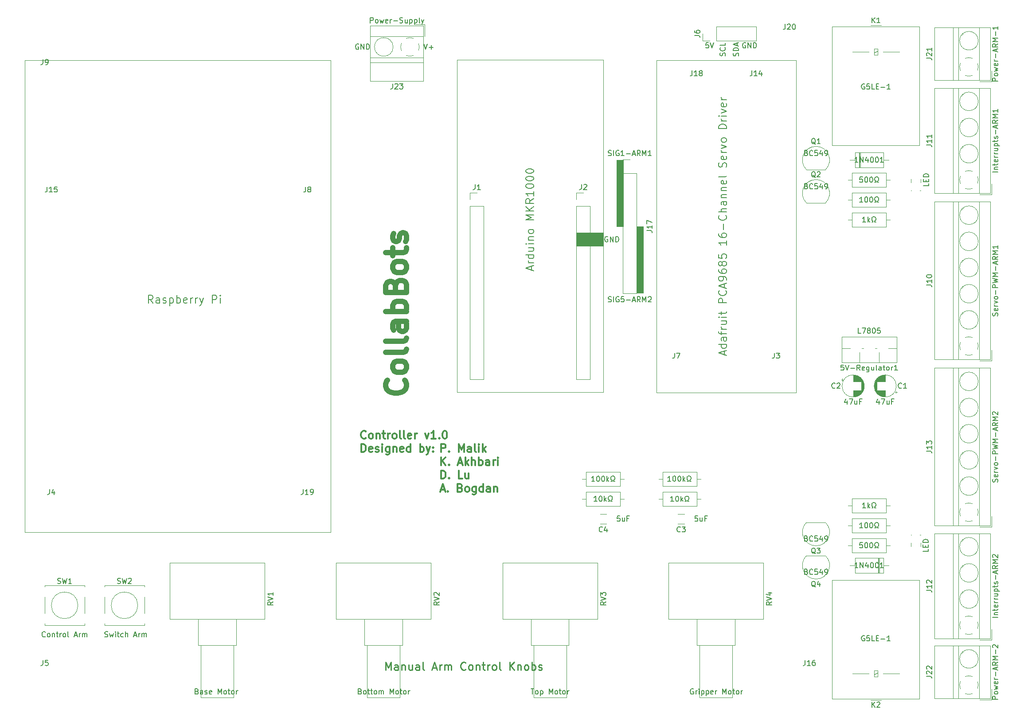
<source format=gto>
G04 #@! TF.GenerationSoftware,KiCad,Pcbnew,(5.1.2)-2*
G04 #@! TF.CreationDate,2019-06-30T10:01:43-04:00*
G04 #@! TF.ProjectId,controller,636f6e74-726f-46c6-9c65-722e6b696361,rev?*
G04 #@! TF.SameCoordinates,Original*
G04 #@! TF.FileFunction,Legend,Top*
G04 #@! TF.FilePolarity,Positive*
%FSLAX46Y46*%
G04 Gerber Fmt 4.6, Leading zero omitted, Abs format (unit mm)*
G04 Created by KiCad (PCBNEW (5.1.2)-2) date 2019-06-30 10:01:43*
%MOMM*%
%LPD*%
G04 APERTURE LIST*
%ADD10C,0.150000*%
%ADD11C,0.300000*%
%ADD12C,1.000000*%
%ADD13C,0.250000*%
%ADD14C,0.120000*%
%ADD15C,0.100000*%
%ADD16C,0.200000*%
G04 APERTURE END LIST*
D10*
X188468095Y-27186000D02*
X188372857Y-27138380D01*
X188230000Y-27138380D01*
X188087142Y-27186000D01*
X187991904Y-27281238D01*
X187944285Y-27376476D01*
X187896666Y-27566952D01*
X187896666Y-27709809D01*
X187944285Y-27900285D01*
X187991904Y-27995523D01*
X188087142Y-28090761D01*
X188230000Y-28138380D01*
X188325238Y-28138380D01*
X188468095Y-28090761D01*
X188515714Y-28043142D01*
X188515714Y-27709809D01*
X188325238Y-27709809D01*
X188944285Y-28138380D02*
X188944285Y-27138380D01*
X189515714Y-28138380D01*
X189515714Y-27138380D01*
X189991904Y-28138380D02*
X189991904Y-27138380D01*
X190230000Y-27138380D01*
X190372857Y-27186000D01*
X190468095Y-27281238D01*
X190515714Y-27376476D01*
X190563333Y-27566952D01*
X190563333Y-27709809D01*
X190515714Y-27900285D01*
X190468095Y-27995523D01*
X190372857Y-28090761D01*
X190230000Y-28138380D01*
X189991904Y-28138380D01*
X187094761Y-29662285D02*
X187142380Y-29519428D01*
X187142380Y-29281333D01*
X187094761Y-29186095D01*
X187047142Y-29138476D01*
X186951904Y-29090857D01*
X186856666Y-29090857D01*
X186761428Y-29138476D01*
X186713809Y-29186095D01*
X186666190Y-29281333D01*
X186618571Y-29471809D01*
X186570952Y-29567047D01*
X186523333Y-29614666D01*
X186428095Y-29662285D01*
X186332857Y-29662285D01*
X186237619Y-29614666D01*
X186190000Y-29567047D01*
X186142380Y-29471809D01*
X186142380Y-29233714D01*
X186190000Y-29090857D01*
X187142380Y-28662285D02*
X186142380Y-28662285D01*
X186142380Y-28424190D01*
X186190000Y-28281333D01*
X186285238Y-28186095D01*
X186380476Y-28138476D01*
X186570952Y-28090857D01*
X186713809Y-28090857D01*
X186904285Y-28138476D01*
X186999523Y-28186095D01*
X187094761Y-28281333D01*
X187142380Y-28424190D01*
X187142380Y-28662285D01*
X186856666Y-27709904D02*
X186856666Y-27233714D01*
X187142380Y-27805142D02*
X186142380Y-27471809D01*
X187142380Y-27138476D01*
X184554761Y-29638476D02*
X184602380Y-29495619D01*
X184602380Y-29257523D01*
X184554761Y-29162285D01*
X184507142Y-29114666D01*
X184411904Y-29067047D01*
X184316666Y-29067047D01*
X184221428Y-29114666D01*
X184173809Y-29162285D01*
X184126190Y-29257523D01*
X184078571Y-29448000D01*
X184030952Y-29543238D01*
X183983333Y-29590857D01*
X183888095Y-29638476D01*
X183792857Y-29638476D01*
X183697619Y-29590857D01*
X183650000Y-29543238D01*
X183602380Y-29448000D01*
X183602380Y-29209904D01*
X183650000Y-29067047D01*
X184507142Y-28067047D02*
X184554761Y-28114666D01*
X184602380Y-28257523D01*
X184602380Y-28352761D01*
X184554761Y-28495619D01*
X184459523Y-28590857D01*
X184364285Y-28638476D01*
X184173809Y-28686095D01*
X184030952Y-28686095D01*
X183840476Y-28638476D01*
X183745238Y-28590857D01*
X183650000Y-28495619D01*
X183602380Y-28352761D01*
X183602380Y-28257523D01*
X183650000Y-28114666D01*
X183697619Y-28067047D01*
X184602380Y-27162285D02*
X184602380Y-27638476D01*
X183602380Y-27638476D01*
X181419523Y-27138380D02*
X180943333Y-27138380D01*
X180895714Y-27614571D01*
X180943333Y-27566952D01*
X181038571Y-27519333D01*
X181276666Y-27519333D01*
X181371904Y-27566952D01*
X181419523Y-27614571D01*
X181467142Y-27709809D01*
X181467142Y-27947904D01*
X181419523Y-28043142D01*
X181371904Y-28090761D01*
X181276666Y-28138380D01*
X181038571Y-28138380D01*
X180943333Y-28090761D01*
X180895714Y-28043142D01*
X181752857Y-27138380D02*
X182086190Y-28138380D01*
X182419523Y-27138380D01*
D11*
X130346142Y-105311571D02*
X130346142Y-103811571D01*
X130917571Y-103811571D01*
X131060428Y-103883000D01*
X131131857Y-103954428D01*
X131203285Y-104097285D01*
X131203285Y-104311571D01*
X131131857Y-104454428D01*
X131060428Y-104525857D01*
X130917571Y-104597285D01*
X130346142Y-104597285D01*
X131846142Y-105168714D02*
X131917571Y-105240142D01*
X131846142Y-105311571D01*
X131774714Y-105240142D01*
X131846142Y-105168714D01*
X131846142Y-105311571D01*
X133703285Y-105311571D02*
X133703285Y-103811571D01*
X134203285Y-104883000D01*
X134703285Y-103811571D01*
X134703285Y-105311571D01*
X136060428Y-105311571D02*
X136060428Y-104525857D01*
X135989000Y-104383000D01*
X135846142Y-104311571D01*
X135560428Y-104311571D01*
X135417571Y-104383000D01*
X136060428Y-105240142D02*
X135917571Y-105311571D01*
X135560428Y-105311571D01*
X135417571Y-105240142D01*
X135346142Y-105097285D01*
X135346142Y-104954428D01*
X135417571Y-104811571D01*
X135560428Y-104740142D01*
X135917571Y-104740142D01*
X136060428Y-104668714D01*
X136989000Y-105311571D02*
X136846142Y-105240142D01*
X136774714Y-105097285D01*
X136774714Y-103811571D01*
X137560428Y-105311571D02*
X137560428Y-104311571D01*
X137560428Y-103811571D02*
X137489000Y-103883000D01*
X137560428Y-103954428D01*
X137631857Y-103883000D01*
X137560428Y-103811571D01*
X137560428Y-103954428D01*
X138274714Y-105311571D02*
X138274714Y-103811571D01*
X138417571Y-104740142D02*
X138846142Y-105311571D01*
X138846142Y-104311571D02*
X138274714Y-104883000D01*
X130346142Y-107861571D02*
X130346142Y-106361571D01*
X131203285Y-107861571D02*
X130560428Y-107004428D01*
X131203285Y-106361571D02*
X130346142Y-107218714D01*
X131846142Y-107718714D02*
X131917571Y-107790142D01*
X131846142Y-107861571D01*
X131774714Y-107790142D01*
X131846142Y-107718714D01*
X131846142Y-107861571D01*
X133631857Y-107433000D02*
X134346142Y-107433000D01*
X133489000Y-107861571D02*
X133989000Y-106361571D01*
X134489000Y-107861571D01*
X134989000Y-107861571D02*
X134989000Y-106361571D01*
X135131857Y-107290142D02*
X135560428Y-107861571D01*
X135560428Y-106861571D02*
X134989000Y-107433000D01*
X136203285Y-107861571D02*
X136203285Y-106361571D01*
X136846142Y-107861571D02*
X136846142Y-107075857D01*
X136774714Y-106933000D01*
X136631857Y-106861571D01*
X136417571Y-106861571D01*
X136274714Y-106933000D01*
X136203285Y-107004428D01*
X137560428Y-107861571D02*
X137560428Y-106361571D01*
X137560428Y-106933000D02*
X137703285Y-106861571D01*
X137989000Y-106861571D01*
X138131857Y-106933000D01*
X138203285Y-107004428D01*
X138274714Y-107147285D01*
X138274714Y-107575857D01*
X138203285Y-107718714D01*
X138131857Y-107790142D01*
X137989000Y-107861571D01*
X137703285Y-107861571D01*
X137560428Y-107790142D01*
X139560428Y-107861571D02*
X139560428Y-107075857D01*
X139489000Y-106933000D01*
X139346142Y-106861571D01*
X139060428Y-106861571D01*
X138917571Y-106933000D01*
X139560428Y-107790142D02*
X139417571Y-107861571D01*
X139060428Y-107861571D01*
X138917571Y-107790142D01*
X138846142Y-107647285D01*
X138846142Y-107504428D01*
X138917571Y-107361571D01*
X139060428Y-107290142D01*
X139417571Y-107290142D01*
X139560428Y-107218714D01*
X140274714Y-107861571D02*
X140274714Y-106861571D01*
X140274714Y-107147285D02*
X140346142Y-107004428D01*
X140417571Y-106933000D01*
X140560428Y-106861571D01*
X140703285Y-106861571D01*
X141203285Y-107861571D02*
X141203285Y-106861571D01*
X141203285Y-106361571D02*
X141131857Y-106433000D01*
X141203285Y-106504428D01*
X141274714Y-106433000D01*
X141203285Y-106361571D01*
X141203285Y-106504428D01*
X130346142Y-110411571D02*
X130346142Y-108911571D01*
X130703285Y-108911571D01*
X130917571Y-108983000D01*
X131060428Y-109125857D01*
X131131857Y-109268714D01*
X131203285Y-109554428D01*
X131203285Y-109768714D01*
X131131857Y-110054428D01*
X131060428Y-110197285D01*
X130917571Y-110340142D01*
X130703285Y-110411571D01*
X130346142Y-110411571D01*
X131846142Y-110268714D02*
X131917571Y-110340142D01*
X131846142Y-110411571D01*
X131774714Y-110340142D01*
X131846142Y-110268714D01*
X131846142Y-110411571D01*
X134417571Y-110411571D02*
X133703285Y-110411571D01*
X133703285Y-108911571D01*
X135560428Y-109411571D02*
X135560428Y-110411571D01*
X134917571Y-109411571D02*
X134917571Y-110197285D01*
X134989000Y-110340142D01*
X135131857Y-110411571D01*
X135346142Y-110411571D01*
X135489000Y-110340142D01*
X135560428Y-110268714D01*
X130274714Y-112533000D02*
X130989000Y-112533000D01*
X130131857Y-112961571D02*
X130631857Y-111461571D01*
X131131857Y-112961571D01*
X131631857Y-112818714D02*
X131703285Y-112890142D01*
X131631857Y-112961571D01*
X131560428Y-112890142D01*
X131631857Y-112818714D01*
X131631857Y-112961571D01*
X133989000Y-112175857D02*
X134203285Y-112247285D01*
X134274714Y-112318714D01*
X134346142Y-112461571D01*
X134346142Y-112675857D01*
X134274714Y-112818714D01*
X134203285Y-112890142D01*
X134060428Y-112961571D01*
X133489000Y-112961571D01*
X133489000Y-111461571D01*
X133989000Y-111461571D01*
X134131857Y-111533000D01*
X134203285Y-111604428D01*
X134274714Y-111747285D01*
X134274714Y-111890142D01*
X134203285Y-112033000D01*
X134131857Y-112104428D01*
X133989000Y-112175857D01*
X133489000Y-112175857D01*
X135203285Y-112961571D02*
X135060428Y-112890142D01*
X134989000Y-112818714D01*
X134917571Y-112675857D01*
X134917571Y-112247285D01*
X134989000Y-112104428D01*
X135060428Y-112033000D01*
X135203285Y-111961571D01*
X135417571Y-111961571D01*
X135560428Y-112033000D01*
X135631857Y-112104428D01*
X135703285Y-112247285D01*
X135703285Y-112675857D01*
X135631857Y-112818714D01*
X135560428Y-112890142D01*
X135417571Y-112961571D01*
X135203285Y-112961571D01*
X136989000Y-111961571D02*
X136989000Y-113175857D01*
X136917571Y-113318714D01*
X136846142Y-113390142D01*
X136703285Y-113461571D01*
X136489000Y-113461571D01*
X136346142Y-113390142D01*
X136989000Y-112890142D02*
X136846142Y-112961571D01*
X136560428Y-112961571D01*
X136417571Y-112890142D01*
X136346142Y-112818714D01*
X136274714Y-112675857D01*
X136274714Y-112247285D01*
X136346142Y-112104428D01*
X136417571Y-112033000D01*
X136560428Y-111961571D01*
X136846142Y-111961571D01*
X136989000Y-112033000D01*
X138346142Y-112961571D02*
X138346142Y-111461571D01*
X138346142Y-112890142D02*
X138203285Y-112961571D01*
X137917571Y-112961571D01*
X137774714Y-112890142D01*
X137703285Y-112818714D01*
X137631857Y-112675857D01*
X137631857Y-112247285D01*
X137703285Y-112104428D01*
X137774714Y-112033000D01*
X137917571Y-111961571D01*
X138203285Y-111961571D01*
X138346142Y-112033000D01*
X139703285Y-112961571D02*
X139703285Y-112175857D01*
X139631857Y-112033000D01*
X139489000Y-111961571D01*
X139203285Y-111961571D01*
X139060428Y-112033000D01*
X139703285Y-112890142D02*
X139560428Y-112961571D01*
X139203285Y-112961571D01*
X139060428Y-112890142D01*
X138989000Y-112747285D01*
X138989000Y-112604428D01*
X139060428Y-112461571D01*
X139203285Y-112390142D01*
X139560428Y-112390142D01*
X139703285Y-112318714D01*
X140417571Y-111961571D02*
X140417571Y-112961571D01*
X140417571Y-112104428D02*
X140489000Y-112033000D01*
X140631857Y-111961571D01*
X140846142Y-111961571D01*
X140989000Y-112033000D01*
X141060428Y-112175857D01*
X141060428Y-112961571D01*
X115963285Y-102638714D02*
X115891857Y-102710142D01*
X115677571Y-102781571D01*
X115534714Y-102781571D01*
X115320428Y-102710142D01*
X115177571Y-102567285D01*
X115106142Y-102424428D01*
X115034714Y-102138714D01*
X115034714Y-101924428D01*
X115106142Y-101638714D01*
X115177571Y-101495857D01*
X115320428Y-101353000D01*
X115534714Y-101281571D01*
X115677571Y-101281571D01*
X115891857Y-101353000D01*
X115963285Y-101424428D01*
X116820428Y-102781571D02*
X116677571Y-102710142D01*
X116606142Y-102638714D01*
X116534714Y-102495857D01*
X116534714Y-102067285D01*
X116606142Y-101924428D01*
X116677571Y-101853000D01*
X116820428Y-101781571D01*
X117034714Y-101781571D01*
X117177571Y-101853000D01*
X117249000Y-101924428D01*
X117320428Y-102067285D01*
X117320428Y-102495857D01*
X117249000Y-102638714D01*
X117177571Y-102710142D01*
X117034714Y-102781571D01*
X116820428Y-102781571D01*
X117963285Y-101781571D02*
X117963285Y-102781571D01*
X117963285Y-101924428D02*
X118034714Y-101853000D01*
X118177571Y-101781571D01*
X118391857Y-101781571D01*
X118534714Y-101853000D01*
X118606142Y-101995857D01*
X118606142Y-102781571D01*
X119106142Y-101781571D02*
X119677571Y-101781571D01*
X119320428Y-101281571D02*
X119320428Y-102567285D01*
X119391857Y-102710142D01*
X119534714Y-102781571D01*
X119677571Y-102781571D01*
X120177571Y-102781571D02*
X120177571Y-101781571D01*
X120177571Y-102067285D02*
X120249000Y-101924428D01*
X120320428Y-101853000D01*
X120463285Y-101781571D01*
X120606142Y-101781571D01*
X121320428Y-102781571D02*
X121177571Y-102710142D01*
X121106142Y-102638714D01*
X121034714Y-102495857D01*
X121034714Y-102067285D01*
X121106142Y-101924428D01*
X121177571Y-101853000D01*
X121320428Y-101781571D01*
X121534714Y-101781571D01*
X121677571Y-101853000D01*
X121749000Y-101924428D01*
X121820428Y-102067285D01*
X121820428Y-102495857D01*
X121749000Y-102638714D01*
X121677571Y-102710142D01*
X121534714Y-102781571D01*
X121320428Y-102781571D01*
X122677571Y-102781571D02*
X122534714Y-102710142D01*
X122463285Y-102567285D01*
X122463285Y-101281571D01*
X123463285Y-102781571D02*
X123320428Y-102710142D01*
X123249000Y-102567285D01*
X123249000Y-101281571D01*
X124606142Y-102710142D02*
X124463285Y-102781571D01*
X124177571Y-102781571D01*
X124034714Y-102710142D01*
X123963285Y-102567285D01*
X123963285Y-101995857D01*
X124034714Y-101853000D01*
X124177571Y-101781571D01*
X124463285Y-101781571D01*
X124606142Y-101853000D01*
X124677571Y-101995857D01*
X124677571Y-102138714D01*
X123963285Y-102281571D01*
X125320428Y-102781571D02*
X125320428Y-101781571D01*
X125320428Y-102067285D02*
X125391857Y-101924428D01*
X125463285Y-101853000D01*
X125606142Y-101781571D01*
X125749000Y-101781571D01*
X127249000Y-101781571D02*
X127606142Y-102781571D01*
X127963285Y-101781571D01*
X129320428Y-102781571D02*
X128463285Y-102781571D01*
X128891857Y-102781571D02*
X128891857Y-101281571D01*
X128749000Y-101495857D01*
X128606142Y-101638714D01*
X128463285Y-101710142D01*
X129963285Y-102638714D02*
X130034714Y-102710142D01*
X129963285Y-102781571D01*
X129891857Y-102710142D01*
X129963285Y-102638714D01*
X129963285Y-102781571D01*
X130963285Y-101281571D02*
X131106142Y-101281571D01*
X131249000Y-101353000D01*
X131320428Y-101424428D01*
X131391857Y-101567285D01*
X131463285Y-101853000D01*
X131463285Y-102210142D01*
X131391857Y-102495857D01*
X131320428Y-102638714D01*
X131249000Y-102710142D01*
X131106142Y-102781571D01*
X130963285Y-102781571D01*
X130820428Y-102710142D01*
X130749000Y-102638714D01*
X130677571Y-102495857D01*
X130606142Y-102210142D01*
X130606142Y-101853000D01*
X130677571Y-101567285D01*
X130749000Y-101424428D01*
X130820428Y-101353000D01*
X130963285Y-101281571D01*
X115106142Y-105331571D02*
X115106142Y-103831571D01*
X115463285Y-103831571D01*
X115677571Y-103903000D01*
X115820428Y-104045857D01*
X115891857Y-104188714D01*
X115963285Y-104474428D01*
X115963285Y-104688714D01*
X115891857Y-104974428D01*
X115820428Y-105117285D01*
X115677571Y-105260142D01*
X115463285Y-105331571D01*
X115106142Y-105331571D01*
X117177571Y-105260142D02*
X117034714Y-105331571D01*
X116749000Y-105331571D01*
X116606142Y-105260142D01*
X116534714Y-105117285D01*
X116534714Y-104545857D01*
X116606142Y-104403000D01*
X116749000Y-104331571D01*
X117034714Y-104331571D01*
X117177571Y-104403000D01*
X117249000Y-104545857D01*
X117249000Y-104688714D01*
X116534714Y-104831571D01*
X117820428Y-105260142D02*
X117963285Y-105331571D01*
X118249000Y-105331571D01*
X118391857Y-105260142D01*
X118463285Y-105117285D01*
X118463285Y-105045857D01*
X118391857Y-104903000D01*
X118249000Y-104831571D01*
X118034714Y-104831571D01*
X117891857Y-104760142D01*
X117820428Y-104617285D01*
X117820428Y-104545857D01*
X117891857Y-104403000D01*
X118034714Y-104331571D01*
X118249000Y-104331571D01*
X118391857Y-104403000D01*
X119106142Y-105331571D02*
X119106142Y-104331571D01*
X119106142Y-103831571D02*
X119034714Y-103903000D01*
X119106142Y-103974428D01*
X119177571Y-103903000D01*
X119106142Y-103831571D01*
X119106142Y-103974428D01*
X120463285Y-104331571D02*
X120463285Y-105545857D01*
X120391857Y-105688714D01*
X120320428Y-105760142D01*
X120177571Y-105831571D01*
X119963285Y-105831571D01*
X119820428Y-105760142D01*
X120463285Y-105260142D02*
X120320428Y-105331571D01*
X120034714Y-105331571D01*
X119891857Y-105260142D01*
X119820428Y-105188714D01*
X119749000Y-105045857D01*
X119749000Y-104617285D01*
X119820428Y-104474428D01*
X119891857Y-104403000D01*
X120034714Y-104331571D01*
X120320428Y-104331571D01*
X120463285Y-104403000D01*
X121177571Y-104331571D02*
X121177571Y-105331571D01*
X121177571Y-104474428D02*
X121249000Y-104403000D01*
X121391857Y-104331571D01*
X121606142Y-104331571D01*
X121749000Y-104403000D01*
X121820428Y-104545857D01*
X121820428Y-105331571D01*
X123106142Y-105260142D02*
X122963285Y-105331571D01*
X122677571Y-105331571D01*
X122534714Y-105260142D01*
X122463285Y-105117285D01*
X122463285Y-104545857D01*
X122534714Y-104403000D01*
X122677571Y-104331571D01*
X122963285Y-104331571D01*
X123106142Y-104403000D01*
X123177571Y-104545857D01*
X123177571Y-104688714D01*
X122463285Y-104831571D01*
X124463285Y-105331571D02*
X124463285Y-103831571D01*
X124463285Y-105260142D02*
X124320428Y-105331571D01*
X124034714Y-105331571D01*
X123891857Y-105260142D01*
X123820428Y-105188714D01*
X123749000Y-105045857D01*
X123749000Y-104617285D01*
X123820428Y-104474428D01*
X123891857Y-104403000D01*
X124034714Y-104331571D01*
X124320428Y-104331571D01*
X124463285Y-104403000D01*
X126320428Y-105331571D02*
X126320428Y-103831571D01*
X126320428Y-104403000D02*
X126463285Y-104331571D01*
X126749000Y-104331571D01*
X126891857Y-104403000D01*
X126963285Y-104474428D01*
X127034714Y-104617285D01*
X127034714Y-105045857D01*
X126963285Y-105188714D01*
X126891857Y-105260142D01*
X126749000Y-105331571D01*
X126463285Y-105331571D01*
X126320428Y-105260142D01*
X127534714Y-104331571D02*
X127891857Y-105331571D01*
X128249000Y-104331571D02*
X127891857Y-105331571D01*
X127749000Y-105688714D01*
X127677571Y-105760142D01*
X127534714Y-105831571D01*
X128820428Y-105188714D02*
X128891857Y-105260142D01*
X128820428Y-105331571D01*
X128749000Y-105260142D01*
X128820428Y-105188714D01*
X128820428Y-105331571D01*
X128820428Y-104403000D02*
X128891857Y-104474428D01*
X128820428Y-104545857D01*
X128749000Y-104474428D01*
X128820428Y-104403000D01*
X128820428Y-104545857D01*
D12*
X123348571Y-91597142D02*
X123539047Y-91787619D01*
X123729523Y-92359047D01*
X123729523Y-92740000D01*
X123539047Y-93311428D01*
X123158095Y-93692380D01*
X122777142Y-93882857D01*
X122015238Y-94073333D01*
X121443809Y-94073333D01*
X120681904Y-93882857D01*
X120300952Y-93692380D01*
X119920000Y-93311428D01*
X119729523Y-92740000D01*
X119729523Y-92359047D01*
X119920000Y-91787619D01*
X120110476Y-91597142D01*
X123729523Y-89311428D02*
X123539047Y-89692380D01*
X123348571Y-89882857D01*
X122967619Y-90073333D01*
X121824761Y-90073333D01*
X121443809Y-89882857D01*
X121253333Y-89692380D01*
X121062857Y-89311428D01*
X121062857Y-88740000D01*
X121253333Y-88359047D01*
X121443809Y-88168571D01*
X121824761Y-87978095D01*
X122967619Y-87978095D01*
X123348571Y-88168571D01*
X123539047Y-88359047D01*
X123729523Y-88740000D01*
X123729523Y-89311428D01*
X123729523Y-85692380D02*
X123539047Y-86073333D01*
X123158095Y-86263809D01*
X119729523Y-86263809D01*
X123729523Y-83597142D02*
X123539047Y-83978095D01*
X123158095Y-84168571D01*
X119729523Y-84168571D01*
X123729523Y-80359047D02*
X121634285Y-80359047D01*
X121253333Y-80549523D01*
X121062857Y-80930476D01*
X121062857Y-81692380D01*
X121253333Y-82073333D01*
X123539047Y-80359047D02*
X123729523Y-80740000D01*
X123729523Y-81692380D01*
X123539047Y-82073333D01*
X123158095Y-82263809D01*
X122777142Y-82263809D01*
X122396190Y-82073333D01*
X122205714Y-81692380D01*
X122205714Y-80740000D01*
X122015238Y-80359047D01*
X123729523Y-78454285D02*
X119729523Y-78454285D01*
X121253333Y-78454285D02*
X121062857Y-78073333D01*
X121062857Y-77311428D01*
X121253333Y-76930476D01*
X121443809Y-76740000D01*
X121824761Y-76549523D01*
X122967619Y-76549523D01*
X123348571Y-76740000D01*
X123539047Y-76930476D01*
X123729523Y-77311428D01*
X123729523Y-78073333D01*
X123539047Y-78454285D01*
X121634285Y-73501904D02*
X121824761Y-72930476D01*
X122015238Y-72740000D01*
X122396190Y-72549523D01*
X122967619Y-72549523D01*
X123348571Y-72740000D01*
X123539047Y-72930476D01*
X123729523Y-73311428D01*
X123729523Y-74835238D01*
X119729523Y-74835238D01*
X119729523Y-73501904D01*
X119920000Y-73120952D01*
X120110476Y-72930476D01*
X120491428Y-72740000D01*
X120872380Y-72740000D01*
X121253333Y-72930476D01*
X121443809Y-73120952D01*
X121634285Y-73501904D01*
X121634285Y-74835238D01*
X123729523Y-70263809D02*
X123539047Y-70644761D01*
X123348571Y-70835238D01*
X122967619Y-71025714D01*
X121824761Y-71025714D01*
X121443809Y-70835238D01*
X121253333Y-70644761D01*
X121062857Y-70263809D01*
X121062857Y-69692380D01*
X121253333Y-69311428D01*
X121443809Y-69120952D01*
X121824761Y-68930476D01*
X122967619Y-68930476D01*
X123348571Y-69120952D01*
X123539047Y-69311428D01*
X123729523Y-69692380D01*
X123729523Y-70263809D01*
X121062857Y-67787619D02*
X121062857Y-66263809D01*
X119729523Y-67216190D02*
X123158095Y-67216190D01*
X123539047Y-67025714D01*
X123729523Y-66644761D01*
X123729523Y-66263809D01*
X123539047Y-65120952D02*
X123729523Y-64740000D01*
X123729523Y-63978095D01*
X123539047Y-63597142D01*
X123158095Y-63406666D01*
X122967619Y-63406666D01*
X122586666Y-63597142D01*
X122396190Y-63978095D01*
X122396190Y-64549523D01*
X122205714Y-64930476D01*
X121824761Y-65120952D01*
X121634285Y-65120952D01*
X121253333Y-64930476D01*
X121062857Y-64549523D01*
X121062857Y-63978095D01*
X121253333Y-63597142D01*
D10*
X178499047Y-150630000D02*
X178403809Y-150582380D01*
X178260952Y-150582380D01*
X178118095Y-150630000D01*
X178022857Y-150725238D01*
X177975238Y-150820476D01*
X177927619Y-151010952D01*
X177927619Y-151153809D01*
X177975238Y-151344285D01*
X178022857Y-151439523D01*
X178118095Y-151534761D01*
X178260952Y-151582380D01*
X178356190Y-151582380D01*
X178499047Y-151534761D01*
X178546666Y-151487142D01*
X178546666Y-151153809D01*
X178356190Y-151153809D01*
X178975238Y-151582380D02*
X178975238Y-150915714D01*
X178975238Y-151106190D02*
X179022857Y-151010952D01*
X179070476Y-150963333D01*
X179165714Y-150915714D01*
X179260952Y-150915714D01*
X179594285Y-151582380D02*
X179594285Y-150915714D01*
X179594285Y-150582380D02*
X179546666Y-150630000D01*
X179594285Y-150677619D01*
X179641904Y-150630000D01*
X179594285Y-150582380D01*
X179594285Y-150677619D01*
X180070476Y-150915714D02*
X180070476Y-151915714D01*
X180070476Y-150963333D02*
X180165714Y-150915714D01*
X180356190Y-150915714D01*
X180451428Y-150963333D01*
X180499047Y-151010952D01*
X180546666Y-151106190D01*
X180546666Y-151391904D01*
X180499047Y-151487142D01*
X180451428Y-151534761D01*
X180356190Y-151582380D01*
X180165714Y-151582380D01*
X180070476Y-151534761D01*
X180975238Y-150915714D02*
X180975238Y-151915714D01*
X180975238Y-150963333D02*
X181070476Y-150915714D01*
X181260952Y-150915714D01*
X181356190Y-150963333D01*
X181403809Y-151010952D01*
X181451428Y-151106190D01*
X181451428Y-151391904D01*
X181403809Y-151487142D01*
X181356190Y-151534761D01*
X181260952Y-151582380D01*
X181070476Y-151582380D01*
X180975238Y-151534761D01*
X182260952Y-151534761D02*
X182165714Y-151582380D01*
X181975238Y-151582380D01*
X181880000Y-151534761D01*
X181832380Y-151439523D01*
X181832380Y-151058571D01*
X181880000Y-150963333D01*
X181975238Y-150915714D01*
X182165714Y-150915714D01*
X182260952Y-150963333D01*
X182308571Y-151058571D01*
X182308571Y-151153809D01*
X181832380Y-151249047D01*
X182737142Y-151582380D02*
X182737142Y-150915714D01*
X182737142Y-151106190D02*
X182784761Y-151010952D01*
X182832380Y-150963333D01*
X182927619Y-150915714D01*
X183022857Y-150915714D01*
X184118095Y-151582380D02*
X184118095Y-150582380D01*
X184451428Y-151296666D01*
X184784761Y-150582380D01*
X184784761Y-151582380D01*
X185403809Y-151582380D02*
X185308571Y-151534761D01*
X185260952Y-151487142D01*
X185213333Y-151391904D01*
X185213333Y-151106190D01*
X185260952Y-151010952D01*
X185308571Y-150963333D01*
X185403809Y-150915714D01*
X185546666Y-150915714D01*
X185641904Y-150963333D01*
X185689523Y-151010952D01*
X185737142Y-151106190D01*
X185737142Y-151391904D01*
X185689523Y-151487142D01*
X185641904Y-151534761D01*
X185546666Y-151582380D01*
X185403809Y-151582380D01*
X186022857Y-150915714D02*
X186403809Y-150915714D01*
X186165714Y-150582380D02*
X186165714Y-151439523D01*
X186213333Y-151534761D01*
X186308571Y-151582380D01*
X186403809Y-151582380D01*
X186880000Y-151582380D02*
X186784761Y-151534761D01*
X186737142Y-151487142D01*
X186689523Y-151391904D01*
X186689523Y-151106190D01*
X186737142Y-151010952D01*
X186784761Y-150963333D01*
X186880000Y-150915714D01*
X187022857Y-150915714D01*
X187118095Y-150963333D01*
X187165714Y-151010952D01*
X187213333Y-151106190D01*
X187213333Y-151391904D01*
X187165714Y-151487142D01*
X187118095Y-151534761D01*
X187022857Y-151582380D01*
X186880000Y-151582380D01*
X187641904Y-151582380D02*
X187641904Y-150915714D01*
X187641904Y-151106190D02*
X187689523Y-151010952D01*
X187737142Y-150963333D01*
X187832380Y-150915714D01*
X187927619Y-150915714D01*
X147487142Y-150582380D02*
X148058571Y-150582380D01*
X147772857Y-151582380D02*
X147772857Y-150582380D01*
X148534761Y-151582380D02*
X148439523Y-151534761D01*
X148391904Y-151487142D01*
X148344285Y-151391904D01*
X148344285Y-151106190D01*
X148391904Y-151010952D01*
X148439523Y-150963333D01*
X148534761Y-150915714D01*
X148677619Y-150915714D01*
X148772857Y-150963333D01*
X148820476Y-151010952D01*
X148868095Y-151106190D01*
X148868095Y-151391904D01*
X148820476Y-151487142D01*
X148772857Y-151534761D01*
X148677619Y-151582380D01*
X148534761Y-151582380D01*
X149296666Y-150915714D02*
X149296666Y-151915714D01*
X149296666Y-150963333D02*
X149391904Y-150915714D01*
X149582380Y-150915714D01*
X149677619Y-150963333D01*
X149725238Y-151010952D01*
X149772857Y-151106190D01*
X149772857Y-151391904D01*
X149725238Y-151487142D01*
X149677619Y-151534761D01*
X149582380Y-151582380D01*
X149391904Y-151582380D01*
X149296666Y-151534761D01*
X150963333Y-151582380D02*
X150963333Y-150582380D01*
X151296666Y-151296666D01*
X151630000Y-150582380D01*
X151630000Y-151582380D01*
X152249047Y-151582380D02*
X152153809Y-151534761D01*
X152106190Y-151487142D01*
X152058571Y-151391904D01*
X152058571Y-151106190D01*
X152106190Y-151010952D01*
X152153809Y-150963333D01*
X152249047Y-150915714D01*
X152391904Y-150915714D01*
X152487142Y-150963333D01*
X152534761Y-151010952D01*
X152582380Y-151106190D01*
X152582380Y-151391904D01*
X152534761Y-151487142D01*
X152487142Y-151534761D01*
X152391904Y-151582380D01*
X152249047Y-151582380D01*
X152868095Y-150915714D02*
X153249047Y-150915714D01*
X153010952Y-150582380D02*
X153010952Y-151439523D01*
X153058571Y-151534761D01*
X153153809Y-151582380D01*
X153249047Y-151582380D01*
X153725238Y-151582380D02*
X153630000Y-151534761D01*
X153582380Y-151487142D01*
X153534761Y-151391904D01*
X153534761Y-151106190D01*
X153582380Y-151010952D01*
X153630000Y-150963333D01*
X153725238Y-150915714D01*
X153868095Y-150915714D01*
X153963333Y-150963333D01*
X154010952Y-151010952D01*
X154058571Y-151106190D01*
X154058571Y-151391904D01*
X154010952Y-151487142D01*
X153963333Y-151534761D01*
X153868095Y-151582380D01*
X153725238Y-151582380D01*
X154487142Y-151582380D02*
X154487142Y-150915714D01*
X154487142Y-151106190D02*
X154534761Y-151010952D01*
X154582380Y-150963333D01*
X154677619Y-150915714D01*
X154772857Y-150915714D01*
X114856190Y-151058571D02*
X114999047Y-151106190D01*
X115046666Y-151153809D01*
X115094285Y-151249047D01*
X115094285Y-151391904D01*
X115046666Y-151487142D01*
X114999047Y-151534761D01*
X114903809Y-151582380D01*
X114522857Y-151582380D01*
X114522857Y-150582380D01*
X114856190Y-150582380D01*
X114951428Y-150630000D01*
X114999047Y-150677619D01*
X115046666Y-150772857D01*
X115046666Y-150868095D01*
X114999047Y-150963333D01*
X114951428Y-151010952D01*
X114856190Y-151058571D01*
X114522857Y-151058571D01*
X115665714Y-151582380D02*
X115570476Y-151534761D01*
X115522857Y-151487142D01*
X115475238Y-151391904D01*
X115475238Y-151106190D01*
X115522857Y-151010952D01*
X115570476Y-150963333D01*
X115665714Y-150915714D01*
X115808571Y-150915714D01*
X115903809Y-150963333D01*
X115951428Y-151010952D01*
X115999047Y-151106190D01*
X115999047Y-151391904D01*
X115951428Y-151487142D01*
X115903809Y-151534761D01*
X115808571Y-151582380D01*
X115665714Y-151582380D01*
X116284761Y-150915714D02*
X116665714Y-150915714D01*
X116427619Y-150582380D02*
X116427619Y-151439523D01*
X116475238Y-151534761D01*
X116570476Y-151582380D01*
X116665714Y-151582380D01*
X116856190Y-150915714D02*
X117237142Y-150915714D01*
X116999047Y-150582380D02*
X116999047Y-151439523D01*
X117046666Y-151534761D01*
X117141904Y-151582380D01*
X117237142Y-151582380D01*
X117713333Y-151582380D02*
X117618095Y-151534761D01*
X117570476Y-151487142D01*
X117522857Y-151391904D01*
X117522857Y-151106190D01*
X117570476Y-151010952D01*
X117618095Y-150963333D01*
X117713333Y-150915714D01*
X117856190Y-150915714D01*
X117951428Y-150963333D01*
X117999047Y-151010952D01*
X118046666Y-151106190D01*
X118046666Y-151391904D01*
X117999047Y-151487142D01*
X117951428Y-151534761D01*
X117856190Y-151582380D01*
X117713333Y-151582380D01*
X118475238Y-151582380D02*
X118475238Y-150915714D01*
X118475238Y-151010952D02*
X118522857Y-150963333D01*
X118618095Y-150915714D01*
X118760952Y-150915714D01*
X118856190Y-150963333D01*
X118903809Y-151058571D01*
X118903809Y-151582380D01*
X118903809Y-151058571D02*
X118951428Y-150963333D01*
X119046666Y-150915714D01*
X119189523Y-150915714D01*
X119284761Y-150963333D01*
X119332380Y-151058571D01*
X119332380Y-151582380D01*
X120570476Y-151582380D02*
X120570476Y-150582380D01*
X120903809Y-151296666D01*
X121237142Y-150582380D01*
X121237142Y-151582380D01*
X121856190Y-151582380D02*
X121760952Y-151534761D01*
X121713333Y-151487142D01*
X121665714Y-151391904D01*
X121665714Y-151106190D01*
X121713333Y-151010952D01*
X121760952Y-150963333D01*
X121856190Y-150915714D01*
X121999047Y-150915714D01*
X122094285Y-150963333D01*
X122141904Y-151010952D01*
X122189523Y-151106190D01*
X122189523Y-151391904D01*
X122141904Y-151487142D01*
X122094285Y-151534761D01*
X121999047Y-151582380D01*
X121856190Y-151582380D01*
X122475238Y-150915714D02*
X122856190Y-150915714D01*
X122618095Y-150582380D02*
X122618095Y-151439523D01*
X122665714Y-151534761D01*
X122760952Y-151582380D01*
X122856190Y-151582380D01*
X123332380Y-151582380D02*
X123237142Y-151534761D01*
X123189523Y-151487142D01*
X123141904Y-151391904D01*
X123141904Y-151106190D01*
X123189523Y-151010952D01*
X123237142Y-150963333D01*
X123332380Y-150915714D01*
X123475238Y-150915714D01*
X123570476Y-150963333D01*
X123618095Y-151010952D01*
X123665714Y-151106190D01*
X123665714Y-151391904D01*
X123618095Y-151487142D01*
X123570476Y-151534761D01*
X123475238Y-151582380D01*
X123332380Y-151582380D01*
X124094285Y-151582380D02*
X124094285Y-150915714D01*
X124094285Y-151106190D02*
X124141904Y-151010952D01*
X124189523Y-150963333D01*
X124284761Y-150915714D01*
X124380000Y-150915714D01*
X83709333Y-151058571D02*
X83852190Y-151106190D01*
X83899809Y-151153809D01*
X83947428Y-151249047D01*
X83947428Y-151391904D01*
X83899809Y-151487142D01*
X83852190Y-151534761D01*
X83756952Y-151582380D01*
X83376000Y-151582380D01*
X83376000Y-150582380D01*
X83709333Y-150582380D01*
X83804571Y-150630000D01*
X83852190Y-150677619D01*
X83899809Y-150772857D01*
X83899809Y-150868095D01*
X83852190Y-150963333D01*
X83804571Y-151010952D01*
X83709333Y-151058571D01*
X83376000Y-151058571D01*
X84804571Y-151582380D02*
X84804571Y-151058571D01*
X84756952Y-150963333D01*
X84661714Y-150915714D01*
X84471238Y-150915714D01*
X84376000Y-150963333D01*
X84804571Y-151534761D02*
X84709333Y-151582380D01*
X84471238Y-151582380D01*
X84376000Y-151534761D01*
X84328380Y-151439523D01*
X84328380Y-151344285D01*
X84376000Y-151249047D01*
X84471238Y-151201428D01*
X84709333Y-151201428D01*
X84804571Y-151153809D01*
X85233142Y-151534761D02*
X85328380Y-151582380D01*
X85518857Y-151582380D01*
X85614095Y-151534761D01*
X85661714Y-151439523D01*
X85661714Y-151391904D01*
X85614095Y-151296666D01*
X85518857Y-151249047D01*
X85376000Y-151249047D01*
X85280761Y-151201428D01*
X85233142Y-151106190D01*
X85233142Y-151058571D01*
X85280761Y-150963333D01*
X85376000Y-150915714D01*
X85518857Y-150915714D01*
X85614095Y-150963333D01*
X86471238Y-151534761D02*
X86376000Y-151582380D01*
X86185523Y-151582380D01*
X86090285Y-151534761D01*
X86042666Y-151439523D01*
X86042666Y-151058571D01*
X86090285Y-150963333D01*
X86185523Y-150915714D01*
X86376000Y-150915714D01*
X86471238Y-150963333D01*
X86518857Y-151058571D01*
X86518857Y-151153809D01*
X86042666Y-151249047D01*
X87709333Y-151582380D02*
X87709333Y-150582380D01*
X88042666Y-151296666D01*
X88376000Y-150582380D01*
X88376000Y-151582380D01*
X88995047Y-151582380D02*
X88899809Y-151534761D01*
X88852190Y-151487142D01*
X88804571Y-151391904D01*
X88804571Y-151106190D01*
X88852190Y-151010952D01*
X88899809Y-150963333D01*
X88995047Y-150915714D01*
X89137904Y-150915714D01*
X89233142Y-150963333D01*
X89280761Y-151010952D01*
X89328380Y-151106190D01*
X89328380Y-151391904D01*
X89280761Y-151487142D01*
X89233142Y-151534761D01*
X89137904Y-151582380D01*
X88995047Y-151582380D01*
X89614095Y-150915714D02*
X89995047Y-150915714D01*
X89756952Y-150582380D02*
X89756952Y-151439523D01*
X89804571Y-151534761D01*
X89899809Y-151582380D01*
X89995047Y-151582380D01*
X90471238Y-151582380D02*
X90376000Y-151534761D01*
X90328380Y-151487142D01*
X90280761Y-151391904D01*
X90280761Y-151106190D01*
X90328380Y-151010952D01*
X90376000Y-150963333D01*
X90471238Y-150915714D01*
X90614095Y-150915714D01*
X90709333Y-150963333D01*
X90756952Y-151010952D01*
X90804571Y-151106190D01*
X90804571Y-151391904D01*
X90756952Y-151487142D01*
X90709333Y-151534761D01*
X90614095Y-151582380D01*
X90471238Y-151582380D01*
X91233142Y-151582380D02*
X91233142Y-150915714D01*
X91233142Y-151106190D02*
X91280761Y-151010952D01*
X91328380Y-150963333D01*
X91423619Y-150915714D01*
X91518857Y-150915714D01*
D13*
X119727142Y-146982571D02*
X119727142Y-145482571D01*
X120227142Y-146554000D01*
X120727142Y-145482571D01*
X120727142Y-146982571D01*
X122084285Y-146982571D02*
X122084285Y-146196857D01*
X122012857Y-146054000D01*
X121870000Y-145982571D01*
X121584285Y-145982571D01*
X121441428Y-146054000D01*
X122084285Y-146911142D02*
X121941428Y-146982571D01*
X121584285Y-146982571D01*
X121441428Y-146911142D01*
X121370000Y-146768285D01*
X121370000Y-146625428D01*
X121441428Y-146482571D01*
X121584285Y-146411142D01*
X121941428Y-146411142D01*
X122084285Y-146339714D01*
X122798571Y-145982571D02*
X122798571Y-146982571D01*
X122798571Y-146125428D02*
X122870000Y-146054000D01*
X123012857Y-145982571D01*
X123227142Y-145982571D01*
X123370000Y-146054000D01*
X123441428Y-146196857D01*
X123441428Y-146982571D01*
X124798571Y-145982571D02*
X124798571Y-146982571D01*
X124155714Y-145982571D02*
X124155714Y-146768285D01*
X124227142Y-146911142D01*
X124370000Y-146982571D01*
X124584285Y-146982571D01*
X124727142Y-146911142D01*
X124798571Y-146839714D01*
X126155714Y-146982571D02*
X126155714Y-146196857D01*
X126084285Y-146054000D01*
X125941428Y-145982571D01*
X125655714Y-145982571D01*
X125512857Y-146054000D01*
X126155714Y-146911142D02*
X126012857Y-146982571D01*
X125655714Y-146982571D01*
X125512857Y-146911142D01*
X125441428Y-146768285D01*
X125441428Y-146625428D01*
X125512857Y-146482571D01*
X125655714Y-146411142D01*
X126012857Y-146411142D01*
X126155714Y-146339714D01*
X127084285Y-146982571D02*
X126941428Y-146911142D01*
X126870000Y-146768285D01*
X126870000Y-145482571D01*
X128727142Y-146554000D02*
X129441428Y-146554000D01*
X128584285Y-146982571D02*
X129084285Y-145482571D01*
X129584285Y-146982571D01*
X130084285Y-146982571D02*
X130084285Y-145982571D01*
X130084285Y-146268285D02*
X130155714Y-146125428D01*
X130227142Y-146054000D01*
X130370000Y-145982571D01*
X130512857Y-145982571D01*
X131012857Y-146982571D02*
X131012857Y-145982571D01*
X131012857Y-146125428D02*
X131084285Y-146054000D01*
X131227142Y-145982571D01*
X131441428Y-145982571D01*
X131584285Y-146054000D01*
X131655714Y-146196857D01*
X131655714Y-146982571D01*
X131655714Y-146196857D02*
X131727142Y-146054000D01*
X131870000Y-145982571D01*
X132084285Y-145982571D01*
X132227142Y-146054000D01*
X132298571Y-146196857D01*
X132298571Y-146982571D01*
X135012857Y-146839714D02*
X134941428Y-146911142D01*
X134727142Y-146982571D01*
X134584285Y-146982571D01*
X134370000Y-146911142D01*
X134227142Y-146768285D01*
X134155714Y-146625428D01*
X134084285Y-146339714D01*
X134084285Y-146125428D01*
X134155714Y-145839714D01*
X134227142Y-145696857D01*
X134370000Y-145554000D01*
X134584285Y-145482571D01*
X134727142Y-145482571D01*
X134941428Y-145554000D01*
X135012857Y-145625428D01*
X135870000Y-146982571D02*
X135727142Y-146911142D01*
X135655714Y-146839714D01*
X135584285Y-146696857D01*
X135584285Y-146268285D01*
X135655714Y-146125428D01*
X135727142Y-146054000D01*
X135870000Y-145982571D01*
X136084285Y-145982571D01*
X136227142Y-146054000D01*
X136298571Y-146125428D01*
X136370000Y-146268285D01*
X136370000Y-146696857D01*
X136298571Y-146839714D01*
X136227142Y-146911142D01*
X136084285Y-146982571D01*
X135870000Y-146982571D01*
X137012857Y-145982571D02*
X137012857Y-146982571D01*
X137012857Y-146125428D02*
X137084285Y-146054000D01*
X137227142Y-145982571D01*
X137441428Y-145982571D01*
X137584285Y-146054000D01*
X137655714Y-146196857D01*
X137655714Y-146982571D01*
X138155714Y-145982571D02*
X138727142Y-145982571D01*
X138370000Y-145482571D02*
X138370000Y-146768285D01*
X138441428Y-146911142D01*
X138584285Y-146982571D01*
X138727142Y-146982571D01*
X139227142Y-146982571D02*
X139227142Y-145982571D01*
X139227142Y-146268285D02*
X139298571Y-146125428D01*
X139370000Y-146054000D01*
X139512857Y-145982571D01*
X139655714Y-145982571D01*
X140370000Y-146982571D02*
X140227142Y-146911142D01*
X140155714Y-146839714D01*
X140084285Y-146696857D01*
X140084285Y-146268285D01*
X140155714Y-146125428D01*
X140227142Y-146054000D01*
X140370000Y-145982571D01*
X140584285Y-145982571D01*
X140727142Y-146054000D01*
X140798571Y-146125428D01*
X140870000Y-146268285D01*
X140870000Y-146696857D01*
X140798571Y-146839714D01*
X140727142Y-146911142D01*
X140584285Y-146982571D01*
X140370000Y-146982571D01*
X141727142Y-146982571D02*
X141584285Y-146911142D01*
X141512857Y-146768285D01*
X141512857Y-145482571D01*
X143441428Y-146982571D02*
X143441428Y-145482571D01*
X144298571Y-146982571D02*
X143655714Y-146125428D01*
X144298571Y-145482571D02*
X143441428Y-146339714D01*
X144941428Y-145982571D02*
X144941428Y-146982571D01*
X144941428Y-146125428D02*
X145012857Y-146054000D01*
X145155714Y-145982571D01*
X145370000Y-145982571D01*
X145512857Y-146054000D01*
X145584285Y-146196857D01*
X145584285Y-146982571D01*
X146512857Y-146982571D02*
X146370000Y-146911142D01*
X146298571Y-146839714D01*
X146227142Y-146696857D01*
X146227142Y-146268285D01*
X146298571Y-146125428D01*
X146370000Y-146054000D01*
X146512857Y-145982571D01*
X146727142Y-145982571D01*
X146870000Y-146054000D01*
X146941428Y-146125428D01*
X147012857Y-146268285D01*
X147012857Y-146696857D01*
X146941428Y-146839714D01*
X146870000Y-146911142D01*
X146727142Y-146982571D01*
X146512857Y-146982571D01*
X147655714Y-146982571D02*
X147655714Y-145482571D01*
X147655714Y-146054000D02*
X147798571Y-145982571D01*
X148084285Y-145982571D01*
X148227142Y-146054000D01*
X148298571Y-146125428D01*
X148370000Y-146268285D01*
X148370000Y-146696857D01*
X148298571Y-146839714D01*
X148227142Y-146911142D01*
X148084285Y-146982571D01*
X147798571Y-146982571D01*
X147655714Y-146911142D01*
X148941428Y-146911142D02*
X149084285Y-146982571D01*
X149370000Y-146982571D01*
X149512857Y-146911142D01*
X149584285Y-146768285D01*
X149584285Y-146696857D01*
X149512857Y-146554000D01*
X149370000Y-146482571D01*
X149155714Y-146482571D01*
X149012857Y-146411142D01*
X148941428Y-146268285D01*
X148941428Y-146196857D01*
X149012857Y-146054000D01*
X149155714Y-145982571D01*
X149370000Y-145982571D01*
X149512857Y-146054000D01*
D10*
X66104000Y-140612761D02*
X66246857Y-140660380D01*
X66484952Y-140660380D01*
X66580190Y-140612761D01*
X66627809Y-140565142D01*
X66675428Y-140469904D01*
X66675428Y-140374666D01*
X66627809Y-140279428D01*
X66580190Y-140231809D01*
X66484952Y-140184190D01*
X66294476Y-140136571D01*
X66199238Y-140088952D01*
X66151619Y-140041333D01*
X66104000Y-139946095D01*
X66104000Y-139850857D01*
X66151619Y-139755619D01*
X66199238Y-139708000D01*
X66294476Y-139660380D01*
X66532571Y-139660380D01*
X66675428Y-139708000D01*
X67008761Y-139993714D02*
X67199238Y-140660380D01*
X67389714Y-140184190D01*
X67580190Y-140660380D01*
X67770666Y-139993714D01*
X68151619Y-140660380D02*
X68151619Y-139993714D01*
X68151619Y-139660380D02*
X68104000Y-139708000D01*
X68151619Y-139755619D01*
X68199238Y-139708000D01*
X68151619Y-139660380D01*
X68151619Y-139755619D01*
X68484952Y-139993714D02*
X68865904Y-139993714D01*
X68627809Y-139660380D02*
X68627809Y-140517523D01*
X68675428Y-140612761D01*
X68770666Y-140660380D01*
X68865904Y-140660380D01*
X69627809Y-140612761D02*
X69532571Y-140660380D01*
X69342095Y-140660380D01*
X69246857Y-140612761D01*
X69199238Y-140565142D01*
X69151619Y-140469904D01*
X69151619Y-140184190D01*
X69199238Y-140088952D01*
X69246857Y-140041333D01*
X69342095Y-139993714D01*
X69532571Y-139993714D01*
X69627809Y-140041333D01*
X70056380Y-140660380D02*
X70056380Y-139660380D01*
X70484952Y-140660380D02*
X70484952Y-140136571D01*
X70437333Y-140041333D01*
X70342095Y-139993714D01*
X70199238Y-139993714D01*
X70104000Y-140041333D01*
X70056380Y-140088952D01*
X71675428Y-140374666D02*
X72151619Y-140374666D01*
X71580190Y-140660380D02*
X71913523Y-139660380D01*
X72246857Y-140660380D01*
X72580190Y-140660380D02*
X72580190Y-139993714D01*
X72580190Y-140184190D02*
X72627809Y-140088952D01*
X72675428Y-140041333D01*
X72770666Y-139993714D01*
X72865904Y-139993714D01*
X73199238Y-140660380D02*
X73199238Y-139993714D01*
X73199238Y-140088952D02*
X73246857Y-140041333D01*
X73342095Y-139993714D01*
X73484952Y-139993714D01*
X73580190Y-140041333D01*
X73627809Y-140136571D01*
X73627809Y-140660380D01*
X73627809Y-140136571D02*
X73675428Y-140041333D01*
X73770666Y-139993714D01*
X73913523Y-139993714D01*
X74008761Y-140041333D01*
X74056380Y-140136571D01*
X74056380Y-140660380D01*
X54729523Y-140565142D02*
X54681904Y-140612761D01*
X54539047Y-140660380D01*
X54443809Y-140660380D01*
X54300952Y-140612761D01*
X54205714Y-140517523D01*
X54158095Y-140422285D01*
X54110476Y-140231809D01*
X54110476Y-140088952D01*
X54158095Y-139898476D01*
X54205714Y-139803238D01*
X54300952Y-139708000D01*
X54443809Y-139660380D01*
X54539047Y-139660380D01*
X54681904Y-139708000D01*
X54729523Y-139755619D01*
X55300952Y-140660380D02*
X55205714Y-140612761D01*
X55158095Y-140565142D01*
X55110476Y-140469904D01*
X55110476Y-140184190D01*
X55158095Y-140088952D01*
X55205714Y-140041333D01*
X55300952Y-139993714D01*
X55443809Y-139993714D01*
X55539047Y-140041333D01*
X55586666Y-140088952D01*
X55634285Y-140184190D01*
X55634285Y-140469904D01*
X55586666Y-140565142D01*
X55539047Y-140612761D01*
X55443809Y-140660380D01*
X55300952Y-140660380D01*
X56062857Y-139993714D02*
X56062857Y-140660380D01*
X56062857Y-140088952D02*
X56110476Y-140041333D01*
X56205714Y-139993714D01*
X56348571Y-139993714D01*
X56443809Y-140041333D01*
X56491428Y-140136571D01*
X56491428Y-140660380D01*
X56824761Y-139993714D02*
X57205714Y-139993714D01*
X56967619Y-139660380D02*
X56967619Y-140517523D01*
X57015238Y-140612761D01*
X57110476Y-140660380D01*
X57205714Y-140660380D01*
X57539047Y-140660380D02*
X57539047Y-139993714D01*
X57539047Y-140184190D02*
X57586666Y-140088952D01*
X57634285Y-140041333D01*
X57729523Y-139993714D01*
X57824761Y-139993714D01*
X58300952Y-140660380D02*
X58205714Y-140612761D01*
X58158095Y-140565142D01*
X58110476Y-140469904D01*
X58110476Y-140184190D01*
X58158095Y-140088952D01*
X58205714Y-140041333D01*
X58300952Y-139993714D01*
X58443809Y-139993714D01*
X58539047Y-140041333D01*
X58586666Y-140088952D01*
X58634285Y-140184190D01*
X58634285Y-140469904D01*
X58586666Y-140565142D01*
X58539047Y-140612761D01*
X58443809Y-140660380D01*
X58300952Y-140660380D01*
X59205714Y-140660380D02*
X59110476Y-140612761D01*
X59062857Y-140517523D01*
X59062857Y-139660380D01*
X60300952Y-140374666D02*
X60777142Y-140374666D01*
X60205714Y-140660380D02*
X60539047Y-139660380D01*
X60872380Y-140660380D01*
X61205714Y-140660380D02*
X61205714Y-139993714D01*
X61205714Y-140184190D02*
X61253333Y-140088952D01*
X61300952Y-140041333D01*
X61396190Y-139993714D01*
X61491428Y-139993714D01*
X61824761Y-140660380D02*
X61824761Y-139993714D01*
X61824761Y-140088952D02*
X61872380Y-140041333D01*
X61967619Y-139993714D01*
X62110476Y-139993714D01*
X62205714Y-140041333D01*
X62253333Y-140136571D01*
X62253333Y-140660380D01*
X62253333Y-140136571D02*
X62300952Y-140041333D01*
X62396190Y-139993714D01*
X62539047Y-139993714D01*
X62634285Y-140041333D01*
X62681904Y-140136571D01*
X62681904Y-140660380D01*
X114554095Y-27440000D02*
X114458857Y-27392380D01*
X114316000Y-27392380D01*
X114173142Y-27440000D01*
X114077904Y-27535238D01*
X114030285Y-27630476D01*
X113982666Y-27820952D01*
X113982666Y-27963809D01*
X114030285Y-28154285D01*
X114077904Y-28249523D01*
X114173142Y-28344761D01*
X114316000Y-28392380D01*
X114411238Y-28392380D01*
X114554095Y-28344761D01*
X114601714Y-28297142D01*
X114601714Y-27963809D01*
X114411238Y-27963809D01*
X115030285Y-28392380D02*
X115030285Y-27392380D01*
X115601714Y-28392380D01*
X115601714Y-27392380D01*
X116077904Y-28392380D02*
X116077904Y-27392380D01*
X116316000Y-27392380D01*
X116458857Y-27440000D01*
X116554095Y-27535238D01*
X116601714Y-27630476D01*
X116649333Y-27820952D01*
X116649333Y-27963809D01*
X116601714Y-28154285D01*
X116554095Y-28249523D01*
X116458857Y-28344761D01*
X116316000Y-28392380D01*
X116077904Y-28392380D01*
X127063619Y-27392380D02*
X127396952Y-28392380D01*
X127730285Y-27392380D01*
X128063619Y-28011428D02*
X128825523Y-28011428D01*
X128444571Y-28392380D02*
X128444571Y-27630476D01*
D14*
X133350000Y-30420000D02*
X133350000Y-93920000D01*
D10*
X162274761Y-76604761D02*
X162417619Y-76652380D01*
X162655714Y-76652380D01*
X162750952Y-76604761D01*
X162798571Y-76557142D01*
X162846190Y-76461904D01*
X162846190Y-76366666D01*
X162798571Y-76271428D01*
X162750952Y-76223809D01*
X162655714Y-76176190D01*
X162465238Y-76128571D01*
X162370000Y-76080952D01*
X162322380Y-76033333D01*
X162274761Y-75938095D01*
X162274761Y-75842857D01*
X162322380Y-75747619D01*
X162370000Y-75700000D01*
X162465238Y-75652380D01*
X162703333Y-75652380D01*
X162846190Y-75700000D01*
X163274761Y-76652380D02*
X163274761Y-75652380D01*
X164274761Y-75700000D02*
X164179523Y-75652380D01*
X164036666Y-75652380D01*
X163893809Y-75700000D01*
X163798571Y-75795238D01*
X163750952Y-75890476D01*
X163703333Y-76080952D01*
X163703333Y-76223809D01*
X163750952Y-76414285D01*
X163798571Y-76509523D01*
X163893809Y-76604761D01*
X164036666Y-76652380D01*
X164131904Y-76652380D01*
X164274761Y-76604761D01*
X164322380Y-76557142D01*
X164322380Y-76223809D01*
X164131904Y-76223809D01*
X165227142Y-75652380D02*
X164750952Y-75652380D01*
X164703333Y-76128571D01*
X164750952Y-76080952D01*
X164846190Y-76033333D01*
X165084285Y-76033333D01*
X165179523Y-76080952D01*
X165227142Y-76128571D01*
X165274761Y-76223809D01*
X165274761Y-76461904D01*
X165227142Y-76557142D01*
X165179523Y-76604761D01*
X165084285Y-76652380D01*
X164846190Y-76652380D01*
X164750952Y-76604761D01*
X164703333Y-76557142D01*
X165703333Y-76271428D02*
X166465238Y-76271428D01*
X166893809Y-76366666D02*
X167370000Y-76366666D01*
X166798571Y-76652380D02*
X167131904Y-75652380D01*
X167465238Y-76652380D01*
X168370000Y-76652380D02*
X168036666Y-76176190D01*
X167798571Y-76652380D02*
X167798571Y-75652380D01*
X168179523Y-75652380D01*
X168274761Y-75700000D01*
X168322380Y-75747619D01*
X168370000Y-75842857D01*
X168370000Y-75985714D01*
X168322380Y-76080952D01*
X168274761Y-76128571D01*
X168179523Y-76176190D01*
X167798571Y-76176190D01*
X168798571Y-76652380D02*
X168798571Y-75652380D01*
X169131904Y-76366666D01*
X169465238Y-75652380D01*
X169465238Y-76652380D01*
X169893809Y-75747619D02*
X169941428Y-75700000D01*
X170036666Y-75652380D01*
X170274761Y-75652380D01*
X170370000Y-75700000D01*
X170417619Y-75747619D01*
X170465238Y-75842857D01*
X170465238Y-75938095D01*
X170417619Y-76080952D01*
X169846190Y-76652380D01*
X170465238Y-76652380D01*
X162274761Y-48664761D02*
X162417619Y-48712380D01*
X162655714Y-48712380D01*
X162750952Y-48664761D01*
X162798571Y-48617142D01*
X162846190Y-48521904D01*
X162846190Y-48426666D01*
X162798571Y-48331428D01*
X162750952Y-48283809D01*
X162655714Y-48236190D01*
X162465238Y-48188571D01*
X162370000Y-48140952D01*
X162322380Y-48093333D01*
X162274761Y-47998095D01*
X162274761Y-47902857D01*
X162322380Y-47807619D01*
X162370000Y-47760000D01*
X162465238Y-47712380D01*
X162703333Y-47712380D01*
X162846190Y-47760000D01*
X163274761Y-48712380D02*
X163274761Y-47712380D01*
X164274761Y-47760000D02*
X164179523Y-47712380D01*
X164036666Y-47712380D01*
X163893809Y-47760000D01*
X163798571Y-47855238D01*
X163750952Y-47950476D01*
X163703333Y-48140952D01*
X163703333Y-48283809D01*
X163750952Y-48474285D01*
X163798571Y-48569523D01*
X163893809Y-48664761D01*
X164036666Y-48712380D01*
X164131904Y-48712380D01*
X164274761Y-48664761D01*
X164322380Y-48617142D01*
X164322380Y-48283809D01*
X164131904Y-48283809D01*
X165274761Y-48712380D02*
X164703333Y-48712380D01*
X164989047Y-48712380D02*
X164989047Y-47712380D01*
X164893809Y-47855238D01*
X164798571Y-47950476D01*
X164703333Y-47998095D01*
X165703333Y-48331428D02*
X166465238Y-48331428D01*
X166893809Y-48426666D02*
X167370000Y-48426666D01*
X166798571Y-48712380D02*
X167131904Y-47712380D01*
X167465238Y-48712380D01*
X168370000Y-48712380D02*
X168036666Y-48236190D01*
X167798571Y-48712380D02*
X167798571Y-47712380D01*
X168179523Y-47712380D01*
X168274761Y-47760000D01*
X168322380Y-47807619D01*
X168370000Y-47902857D01*
X168370000Y-48045714D01*
X168322380Y-48140952D01*
X168274761Y-48188571D01*
X168179523Y-48236190D01*
X167798571Y-48236190D01*
X168798571Y-48712380D02*
X168798571Y-47712380D01*
X169131904Y-48426666D01*
X169465238Y-47712380D01*
X169465238Y-48712380D01*
X170465238Y-48712380D02*
X169893809Y-48712380D01*
X170179523Y-48712380D02*
X170179523Y-47712380D01*
X170084285Y-47855238D01*
X169989047Y-47950476D01*
X169893809Y-47998095D01*
D15*
G36*
X165100000Y-62230000D02*
G01*
X163830000Y-62230000D01*
X163830000Y-49530000D01*
X165100000Y-49530000D01*
X165100000Y-62230000D01*
G37*
X165100000Y-62230000D02*
X163830000Y-62230000D01*
X163830000Y-49530000D01*
X165100000Y-49530000D01*
X165100000Y-62230000D01*
G36*
X168910000Y-74930000D02*
G01*
X167640000Y-74930000D01*
X167640000Y-62230000D01*
X168910000Y-62230000D01*
X168910000Y-74930000D01*
G37*
X168910000Y-74930000D02*
X167640000Y-74930000D01*
X167640000Y-62230000D01*
X168910000Y-62230000D01*
X168910000Y-74930000D01*
D16*
X147570000Y-70578571D02*
X147570000Y-69864285D01*
X147998571Y-70721428D02*
X146498571Y-70221428D01*
X147998571Y-69721428D01*
X147998571Y-69221428D02*
X146998571Y-69221428D01*
X147284285Y-69221428D02*
X147141428Y-69150000D01*
X147070000Y-69078571D01*
X146998571Y-68935714D01*
X146998571Y-68792857D01*
X147998571Y-67650000D02*
X146498571Y-67650000D01*
X147927142Y-67650000D02*
X147998571Y-67792857D01*
X147998571Y-68078571D01*
X147927142Y-68221428D01*
X147855714Y-68292857D01*
X147712857Y-68364285D01*
X147284285Y-68364285D01*
X147141428Y-68292857D01*
X147070000Y-68221428D01*
X146998571Y-68078571D01*
X146998571Y-67792857D01*
X147070000Y-67650000D01*
X146998571Y-66292857D02*
X147998571Y-66292857D01*
X146998571Y-66935714D02*
X147784285Y-66935714D01*
X147927142Y-66864285D01*
X147998571Y-66721428D01*
X147998571Y-66507142D01*
X147927142Y-66364285D01*
X147855714Y-66292857D01*
X147998571Y-65578571D02*
X146998571Y-65578571D01*
X146498571Y-65578571D02*
X146570000Y-65650000D01*
X146641428Y-65578571D01*
X146570000Y-65507142D01*
X146498571Y-65578571D01*
X146641428Y-65578571D01*
X146998571Y-64864285D02*
X147998571Y-64864285D01*
X147141428Y-64864285D02*
X147070000Y-64792857D01*
X146998571Y-64650000D01*
X146998571Y-64435714D01*
X147070000Y-64292857D01*
X147212857Y-64221428D01*
X147998571Y-64221428D01*
X147998571Y-63292857D02*
X147927142Y-63435714D01*
X147855714Y-63507142D01*
X147712857Y-63578571D01*
X147284285Y-63578571D01*
X147141428Y-63507142D01*
X147070000Y-63435714D01*
X146998571Y-63292857D01*
X146998571Y-63078571D01*
X147070000Y-62935714D01*
X147141428Y-62864285D01*
X147284285Y-62792857D01*
X147712857Y-62792857D01*
X147855714Y-62864285D01*
X147927142Y-62935714D01*
X147998571Y-63078571D01*
X147998571Y-63292857D01*
X147998571Y-61007142D02*
X146498571Y-61007142D01*
X147570000Y-60507142D01*
X146498571Y-60007142D01*
X147998571Y-60007142D01*
X147998571Y-59292857D02*
X146498571Y-59292857D01*
X147998571Y-58435714D02*
X147141428Y-59078571D01*
X146498571Y-58435714D02*
X147355714Y-59292857D01*
X147998571Y-56935714D02*
X147284285Y-57435714D01*
X147998571Y-57792857D02*
X146498571Y-57792857D01*
X146498571Y-57221428D01*
X146570000Y-57078571D01*
X146641428Y-57007142D01*
X146784285Y-56935714D01*
X146998571Y-56935714D01*
X147141428Y-57007142D01*
X147212857Y-57078571D01*
X147284285Y-57221428D01*
X147284285Y-57792857D01*
X147998571Y-55507142D02*
X147998571Y-56364285D01*
X147998571Y-55935714D02*
X146498571Y-55935714D01*
X146712857Y-56078571D01*
X146855714Y-56221428D01*
X146927142Y-56364285D01*
X146498571Y-54578571D02*
X146498571Y-54435714D01*
X146570000Y-54292857D01*
X146641428Y-54221428D01*
X146784285Y-54150000D01*
X147070000Y-54078571D01*
X147427142Y-54078571D01*
X147712857Y-54150000D01*
X147855714Y-54221428D01*
X147927142Y-54292857D01*
X147998571Y-54435714D01*
X147998571Y-54578571D01*
X147927142Y-54721428D01*
X147855714Y-54792857D01*
X147712857Y-54864285D01*
X147427142Y-54935714D01*
X147070000Y-54935714D01*
X146784285Y-54864285D01*
X146641428Y-54792857D01*
X146570000Y-54721428D01*
X146498571Y-54578571D01*
X146498571Y-53150000D02*
X146498571Y-53007142D01*
X146570000Y-52864285D01*
X146641428Y-52792857D01*
X146784285Y-52721428D01*
X147070000Y-52650000D01*
X147427142Y-52650000D01*
X147712857Y-52721428D01*
X147855714Y-52792857D01*
X147927142Y-52864285D01*
X147998571Y-53007142D01*
X147998571Y-53150000D01*
X147927142Y-53292857D01*
X147855714Y-53364285D01*
X147712857Y-53435714D01*
X147427142Y-53507142D01*
X147070000Y-53507142D01*
X146784285Y-53435714D01*
X146641428Y-53364285D01*
X146570000Y-53292857D01*
X146498571Y-53150000D01*
X146498571Y-51721428D02*
X146498571Y-51578571D01*
X146570000Y-51435714D01*
X146641428Y-51364285D01*
X146784285Y-51292857D01*
X147070000Y-51221428D01*
X147427142Y-51221428D01*
X147712857Y-51292857D01*
X147855714Y-51364285D01*
X147927142Y-51435714D01*
X147998571Y-51578571D01*
X147998571Y-51721428D01*
X147927142Y-51864285D01*
X147855714Y-51935714D01*
X147712857Y-52007142D01*
X147427142Y-52078571D01*
X147070000Y-52078571D01*
X146784285Y-52007142D01*
X146641428Y-51935714D01*
X146570000Y-51864285D01*
X146498571Y-51721428D01*
D10*
X162149404Y-64210000D02*
X162054166Y-64162380D01*
X161911309Y-64162380D01*
X161768452Y-64210000D01*
X161673214Y-64305238D01*
X161625595Y-64400476D01*
X161577976Y-64590952D01*
X161577976Y-64733809D01*
X161625595Y-64924285D01*
X161673214Y-65019523D01*
X161768452Y-65114761D01*
X161911309Y-65162380D01*
X162006547Y-65162380D01*
X162149404Y-65114761D01*
X162197023Y-65067142D01*
X162197023Y-64733809D01*
X162006547Y-64733809D01*
X162625595Y-65162380D02*
X162625595Y-64162380D01*
X163197023Y-65162380D01*
X163197023Y-64162380D01*
X163673214Y-65162380D02*
X163673214Y-64162380D01*
X163911309Y-64162380D01*
X164054166Y-64210000D01*
X164149404Y-64305238D01*
X164197023Y-64400476D01*
X164244642Y-64590952D01*
X164244642Y-64733809D01*
X164197023Y-64924285D01*
X164149404Y-65019523D01*
X164054166Y-65114761D01*
X163911309Y-65162380D01*
X163673214Y-65162380D01*
D15*
G36*
X161290000Y-65980000D02*
G01*
X156210000Y-65980000D01*
X156210000Y-63440000D01*
X161290000Y-63440000D01*
X161290000Y-65980000D01*
G37*
X161290000Y-65980000D02*
X156210000Y-65980000D01*
X156210000Y-63440000D01*
X161290000Y-63440000D01*
X161290000Y-65980000D01*
D14*
X160020000Y-30420000D02*
X161290000Y-30420000D01*
X134620000Y-93920000D02*
X133350000Y-93920000D01*
X160020000Y-30420000D02*
X133350000Y-30420000D01*
X161290000Y-93920000D02*
X161290000Y-30420000D01*
X134620000Y-93920000D02*
X161290000Y-93920000D01*
D16*
X75280000Y-76878571D02*
X74780000Y-76164285D01*
X74422857Y-76878571D02*
X74422857Y-75378571D01*
X74994285Y-75378571D01*
X75137142Y-75450000D01*
X75208571Y-75521428D01*
X75280000Y-75664285D01*
X75280000Y-75878571D01*
X75208571Y-76021428D01*
X75137142Y-76092857D01*
X74994285Y-76164285D01*
X74422857Y-76164285D01*
X76565714Y-76878571D02*
X76565714Y-76092857D01*
X76494285Y-75950000D01*
X76351428Y-75878571D01*
X76065714Y-75878571D01*
X75922857Y-75950000D01*
X76565714Y-76807142D02*
X76422857Y-76878571D01*
X76065714Y-76878571D01*
X75922857Y-76807142D01*
X75851428Y-76664285D01*
X75851428Y-76521428D01*
X75922857Y-76378571D01*
X76065714Y-76307142D01*
X76422857Y-76307142D01*
X76565714Y-76235714D01*
X77208571Y-76807142D02*
X77351428Y-76878571D01*
X77637142Y-76878571D01*
X77780000Y-76807142D01*
X77851428Y-76664285D01*
X77851428Y-76592857D01*
X77780000Y-76450000D01*
X77637142Y-76378571D01*
X77422857Y-76378571D01*
X77280000Y-76307142D01*
X77208571Y-76164285D01*
X77208571Y-76092857D01*
X77280000Y-75950000D01*
X77422857Y-75878571D01*
X77637142Y-75878571D01*
X77780000Y-75950000D01*
X78494285Y-75878571D02*
X78494285Y-77378571D01*
X78494285Y-75950000D02*
X78637142Y-75878571D01*
X78922857Y-75878571D01*
X79065714Y-75950000D01*
X79137142Y-76021428D01*
X79208571Y-76164285D01*
X79208571Y-76592857D01*
X79137142Y-76735714D01*
X79065714Y-76807142D01*
X78922857Y-76878571D01*
X78637142Y-76878571D01*
X78494285Y-76807142D01*
X79851428Y-76878571D02*
X79851428Y-75378571D01*
X79851428Y-75950000D02*
X79994285Y-75878571D01*
X80280000Y-75878571D01*
X80422857Y-75950000D01*
X80494285Y-76021428D01*
X80565714Y-76164285D01*
X80565714Y-76592857D01*
X80494285Y-76735714D01*
X80422857Y-76807142D01*
X80280000Y-76878571D01*
X79994285Y-76878571D01*
X79851428Y-76807142D01*
X81780000Y-76807142D02*
X81637142Y-76878571D01*
X81351428Y-76878571D01*
X81208571Y-76807142D01*
X81137142Y-76664285D01*
X81137142Y-76092857D01*
X81208571Y-75950000D01*
X81351428Y-75878571D01*
X81637142Y-75878571D01*
X81780000Y-75950000D01*
X81851428Y-76092857D01*
X81851428Y-76235714D01*
X81137142Y-76378571D01*
X82494285Y-76878571D02*
X82494285Y-75878571D01*
X82494285Y-76164285D02*
X82565714Y-76021428D01*
X82637142Y-75950000D01*
X82780000Y-75878571D01*
X82922857Y-75878571D01*
X83422857Y-76878571D02*
X83422857Y-75878571D01*
X83422857Y-76164285D02*
X83494285Y-76021428D01*
X83565714Y-75950000D01*
X83708571Y-75878571D01*
X83851428Y-75878571D01*
X84208571Y-75878571D02*
X84565714Y-76878571D01*
X84922857Y-75878571D02*
X84565714Y-76878571D01*
X84422857Y-77235714D01*
X84351428Y-77307142D01*
X84208571Y-77378571D01*
X86637142Y-76878571D02*
X86637142Y-75378571D01*
X87208571Y-75378571D01*
X87351428Y-75450000D01*
X87422857Y-75521428D01*
X87494285Y-75664285D01*
X87494285Y-75878571D01*
X87422857Y-76021428D01*
X87351428Y-76092857D01*
X87208571Y-76164285D01*
X86637142Y-76164285D01*
X88137142Y-76878571D02*
X88137142Y-75878571D01*
X88137142Y-75378571D02*
X88065714Y-75450000D01*
X88137142Y-75521428D01*
X88208571Y-75450000D01*
X88137142Y-75378571D01*
X88137142Y-75521428D01*
D14*
X50800000Y-30480000D02*
X53340000Y-30480000D01*
X50800000Y-120650000D02*
X50800000Y-30480000D01*
X52070000Y-120650000D02*
X50800000Y-120650000D01*
X109220000Y-120650000D02*
X52070000Y-120650000D01*
X109220000Y-30480000D02*
X53340000Y-30480000D01*
X109220000Y-120650000D02*
X109220000Y-30480000D01*
D16*
X184400000Y-86765714D02*
X184400000Y-86051428D01*
X184828571Y-86908571D02*
X183328571Y-86408571D01*
X184828571Y-85908571D01*
X184828571Y-84765714D02*
X183328571Y-84765714D01*
X184757142Y-84765714D02*
X184828571Y-84908571D01*
X184828571Y-85194285D01*
X184757142Y-85337142D01*
X184685714Y-85408571D01*
X184542857Y-85480000D01*
X184114285Y-85480000D01*
X183971428Y-85408571D01*
X183900000Y-85337142D01*
X183828571Y-85194285D01*
X183828571Y-84908571D01*
X183900000Y-84765714D01*
X184828571Y-83408571D02*
X184042857Y-83408571D01*
X183900000Y-83480000D01*
X183828571Y-83622857D01*
X183828571Y-83908571D01*
X183900000Y-84051428D01*
X184757142Y-83408571D02*
X184828571Y-83551428D01*
X184828571Y-83908571D01*
X184757142Y-84051428D01*
X184614285Y-84122857D01*
X184471428Y-84122857D01*
X184328571Y-84051428D01*
X184257142Y-83908571D01*
X184257142Y-83551428D01*
X184185714Y-83408571D01*
X183828571Y-82908571D02*
X183828571Y-82337142D01*
X184828571Y-82694285D02*
X183542857Y-82694285D01*
X183400000Y-82622857D01*
X183328571Y-82480000D01*
X183328571Y-82337142D01*
X184828571Y-81837142D02*
X183828571Y-81837142D01*
X184114285Y-81837142D02*
X183971428Y-81765714D01*
X183900000Y-81694285D01*
X183828571Y-81551428D01*
X183828571Y-81408571D01*
X183828571Y-80265714D02*
X184828571Y-80265714D01*
X183828571Y-80908571D02*
X184614285Y-80908571D01*
X184757142Y-80837142D01*
X184828571Y-80694285D01*
X184828571Y-80480000D01*
X184757142Y-80337142D01*
X184685714Y-80265714D01*
X184828571Y-79551428D02*
X183828571Y-79551428D01*
X183328571Y-79551428D02*
X183400000Y-79622857D01*
X183471428Y-79551428D01*
X183400000Y-79480000D01*
X183328571Y-79551428D01*
X183471428Y-79551428D01*
X183828571Y-79051428D02*
X183828571Y-78480000D01*
X183328571Y-78837142D02*
X184614285Y-78837142D01*
X184757142Y-78765714D01*
X184828571Y-78622857D01*
X184828571Y-78480000D01*
X184828571Y-76837142D02*
X183328571Y-76837142D01*
X183328571Y-76265714D01*
X183400000Y-76122857D01*
X183471428Y-76051428D01*
X183614285Y-75980000D01*
X183828571Y-75980000D01*
X183971428Y-76051428D01*
X184042857Y-76122857D01*
X184114285Y-76265714D01*
X184114285Y-76837142D01*
X184685714Y-74480000D02*
X184757142Y-74551428D01*
X184828571Y-74765714D01*
X184828571Y-74908571D01*
X184757142Y-75122857D01*
X184614285Y-75265714D01*
X184471428Y-75337142D01*
X184185714Y-75408571D01*
X183971428Y-75408571D01*
X183685714Y-75337142D01*
X183542857Y-75265714D01*
X183400000Y-75122857D01*
X183328571Y-74908571D01*
X183328571Y-74765714D01*
X183400000Y-74551428D01*
X183471428Y-74480000D01*
X184400000Y-73908571D02*
X184400000Y-73194285D01*
X184828571Y-74051428D02*
X183328571Y-73551428D01*
X184828571Y-73051428D01*
X184828571Y-72480000D02*
X184828571Y-72194285D01*
X184757142Y-72051428D01*
X184685714Y-71980000D01*
X184471428Y-71837142D01*
X184185714Y-71765714D01*
X183614285Y-71765714D01*
X183471428Y-71837142D01*
X183400000Y-71908571D01*
X183328571Y-72051428D01*
X183328571Y-72337142D01*
X183400000Y-72480000D01*
X183471428Y-72551428D01*
X183614285Y-72622857D01*
X183971428Y-72622857D01*
X184114285Y-72551428D01*
X184185714Y-72480000D01*
X184257142Y-72337142D01*
X184257142Y-72051428D01*
X184185714Y-71908571D01*
X184114285Y-71837142D01*
X183971428Y-71765714D01*
X183328571Y-70480000D02*
X183328571Y-70765714D01*
X183400000Y-70908571D01*
X183471428Y-70980000D01*
X183685714Y-71122857D01*
X183971428Y-71194285D01*
X184542857Y-71194285D01*
X184685714Y-71122857D01*
X184757142Y-71051428D01*
X184828571Y-70908571D01*
X184828571Y-70622857D01*
X184757142Y-70480000D01*
X184685714Y-70408571D01*
X184542857Y-70337142D01*
X184185714Y-70337142D01*
X184042857Y-70408571D01*
X183971428Y-70480000D01*
X183900000Y-70622857D01*
X183900000Y-70908571D01*
X183971428Y-71051428D01*
X184042857Y-71122857D01*
X184185714Y-71194285D01*
X183971428Y-69480000D02*
X183900000Y-69622857D01*
X183828571Y-69694285D01*
X183685714Y-69765714D01*
X183614285Y-69765714D01*
X183471428Y-69694285D01*
X183400000Y-69622857D01*
X183328571Y-69480000D01*
X183328571Y-69194285D01*
X183400000Y-69051428D01*
X183471428Y-68980000D01*
X183614285Y-68908571D01*
X183685714Y-68908571D01*
X183828571Y-68980000D01*
X183900000Y-69051428D01*
X183971428Y-69194285D01*
X183971428Y-69480000D01*
X184042857Y-69622857D01*
X184114285Y-69694285D01*
X184257142Y-69765714D01*
X184542857Y-69765714D01*
X184685714Y-69694285D01*
X184757142Y-69622857D01*
X184828571Y-69480000D01*
X184828571Y-69194285D01*
X184757142Y-69051428D01*
X184685714Y-68980000D01*
X184542857Y-68908571D01*
X184257142Y-68908571D01*
X184114285Y-68980000D01*
X184042857Y-69051428D01*
X183971428Y-69194285D01*
X183328571Y-67551428D02*
X183328571Y-68265714D01*
X184042857Y-68337142D01*
X183971428Y-68265714D01*
X183900000Y-68122857D01*
X183900000Y-67765714D01*
X183971428Y-67622857D01*
X184042857Y-67551428D01*
X184185714Y-67480000D01*
X184542857Y-67480000D01*
X184685714Y-67551428D01*
X184757142Y-67622857D01*
X184828571Y-67765714D01*
X184828571Y-68122857D01*
X184757142Y-68265714D01*
X184685714Y-68337142D01*
X184828571Y-64908571D02*
X184828571Y-65765714D01*
X184828571Y-65337142D02*
X183328571Y-65337142D01*
X183542857Y-65480000D01*
X183685714Y-65622857D01*
X183757142Y-65765714D01*
X183328571Y-63622857D02*
X183328571Y-63908571D01*
X183400000Y-64051428D01*
X183471428Y-64122857D01*
X183685714Y-64265714D01*
X183971428Y-64337142D01*
X184542857Y-64337142D01*
X184685714Y-64265714D01*
X184757142Y-64194285D01*
X184828571Y-64051428D01*
X184828571Y-63765714D01*
X184757142Y-63622857D01*
X184685714Y-63551428D01*
X184542857Y-63480000D01*
X184185714Y-63480000D01*
X184042857Y-63551428D01*
X183971428Y-63622857D01*
X183900000Y-63765714D01*
X183900000Y-64051428D01*
X183971428Y-64194285D01*
X184042857Y-64265714D01*
X184185714Y-64337142D01*
X184257142Y-62837142D02*
X184257142Y-61694285D01*
X184685714Y-60122857D02*
X184757142Y-60194285D01*
X184828571Y-60408571D01*
X184828571Y-60551428D01*
X184757142Y-60765714D01*
X184614285Y-60908571D01*
X184471428Y-60980000D01*
X184185714Y-61051428D01*
X183971428Y-61051428D01*
X183685714Y-60980000D01*
X183542857Y-60908571D01*
X183400000Y-60765714D01*
X183328571Y-60551428D01*
X183328571Y-60408571D01*
X183400000Y-60194285D01*
X183471428Y-60122857D01*
X184828571Y-59480000D02*
X183328571Y-59480000D01*
X184828571Y-58837142D02*
X184042857Y-58837142D01*
X183900000Y-58908571D01*
X183828571Y-59051428D01*
X183828571Y-59265714D01*
X183900000Y-59408571D01*
X183971428Y-59480000D01*
X184828571Y-57480000D02*
X184042857Y-57480000D01*
X183900000Y-57551428D01*
X183828571Y-57694285D01*
X183828571Y-57980000D01*
X183900000Y-58122857D01*
X184757142Y-57480000D02*
X184828571Y-57622857D01*
X184828571Y-57980000D01*
X184757142Y-58122857D01*
X184614285Y-58194285D01*
X184471428Y-58194285D01*
X184328571Y-58122857D01*
X184257142Y-57980000D01*
X184257142Y-57622857D01*
X184185714Y-57480000D01*
X183828571Y-56765714D02*
X184828571Y-56765714D01*
X183971428Y-56765714D02*
X183900000Y-56694285D01*
X183828571Y-56551428D01*
X183828571Y-56337142D01*
X183900000Y-56194285D01*
X184042857Y-56122857D01*
X184828571Y-56122857D01*
X183828571Y-55408571D02*
X184828571Y-55408571D01*
X183971428Y-55408571D02*
X183900000Y-55337142D01*
X183828571Y-55194285D01*
X183828571Y-54980000D01*
X183900000Y-54837142D01*
X184042857Y-54765714D01*
X184828571Y-54765714D01*
X184757142Y-53480000D02*
X184828571Y-53622857D01*
X184828571Y-53908571D01*
X184757142Y-54051428D01*
X184614285Y-54122857D01*
X184042857Y-54122857D01*
X183900000Y-54051428D01*
X183828571Y-53908571D01*
X183828571Y-53622857D01*
X183900000Y-53480000D01*
X184042857Y-53408571D01*
X184185714Y-53408571D01*
X184328571Y-54122857D01*
X184828571Y-52551428D02*
X184757142Y-52694285D01*
X184614285Y-52765714D01*
X183328571Y-52765714D01*
X184757142Y-50908571D02*
X184828571Y-50694285D01*
X184828571Y-50337142D01*
X184757142Y-50194285D01*
X184685714Y-50122857D01*
X184542857Y-50051428D01*
X184400000Y-50051428D01*
X184257142Y-50122857D01*
X184185714Y-50194285D01*
X184114285Y-50337142D01*
X184042857Y-50622857D01*
X183971428Y-50765714D01*
X183900000Y-50837142D01*
X183757142Y-50908571D01*
X183614285Y-50908571D01*
X183471428Y-50837142D01*
X183400000Y-50765714D01*
X183328571Y-50622857D01*
X183328571Y-50265714D01*
X183400000Y-50051428D01*
X184757142Y-48837142D02*
X184828571Y-48980000D01*
X184828571Y-49265714D01*
X184757142Y-49408571D01*
X184614285Y-49480000D01*
X184042857Y-49480000D01*
X183900000Y-49408571D01*
X183828571Y-49265714D01*
X183828571Y-48980000D01*
X183900000Y-48837142D01*
X184042857Y-48765714D01*
X184185714Y-48765714D01*
X184328571Y-49480000D01*
X184828571Y-48122857D02*
X183828571Y-48122857D01*
X184114285Y-48122857D02*
X183971428Y-48051428D01*
X183900000Y-47980000D01*
X183828571Y-47837142D01*
X183828571Y-47694285D01*
X183828571Y-47337142D02*
X184828571Y-46980000D01*
X183828571Y-46622857D01*
X184828571Y-45837142D02*
X184757142Y-45980000D01*
X184685714Y-46051428D01*
X184542857Y-46122857D01*
X184114285Y-46122857D01*
X183971428Y-46051428D01*
X183900000Y-45980000D01*
X183828571Y-45837142D01*
X183828571Y-45622857D01*
X183900000Y-45480000D01*
X183971428Y-45408571D01*
X184114285Y-45337142D01*
X184542857Y-45337142D01*
X184685714Y-45408571D01*
X184757142Y-45480000D01*
X184828571Y-45622857D01*
X184828571Y-45837142D01*
X184828571Y-43551428D02*
X183328571Y-43551428D01*
X183328571Y-43194285D01*
X183400000Y-42980000D01*
X183542857Y-42837142D01*
X183685714Y-42765714D01*
X183971428Y-42694285D01*
X184185714Y-42694285D01*
X184471428Y-42765714D01*
X184614285Y-42837142D01*
X184757142Y-42980000D01*
X184828571Y-43194285D01*
X184828571Y-43551428D01*
X184828571Y-42051428D02*
X183828571Y-42051428D01*
X184114285Y-42051428D02*
X183971428Y-41980000D01*
X183900000Y-41908571D01*
X183828571Y-41765714D01*
X183828571Y-41622857D01*
X184828571Y-41122857D02*
X183828571Y-41122857D01*
X183328571Y-41122857D02*
X183400000Y-41194285D01*
X183471428Y-41122857D01*
X183400000Y-41051428D01*
X183328571Y-41122857D01*
X183471428Y-41122857D01*
X183828571Y-40551428D02*
X184828571Y-40194285D01*
X183828571Y-39837142D01*
X184757142Y-38694285D02*
X184828571Y-38837142D01*
X184828571Y-39122857D01*
X184757142Y-39265714D01*
X184614285Y-39337142D01*
X184042857Y-39337142D01*
X183900000Y-39265714D01*
X183828571Y-39122857D01*
X183828571Y-38837142D01*
X183900000Y-38694285D01*
X184042857Y-38622857D01*
X184185714Y-38622857D01*
X184328571Y-39337142D01*
X184828571Y-37980000D02*
X183828571Y-37980000D01*
X184114285Y-37980000D02*
X183971428Y-37908571D01*
X183900000Y-37837142D01*
X183828571Y-37694285D01*
X183828571Y-37551428D01*
D14*
X198120000Y-93980000D02*
X198120000Y-30480000D01*
X171450000Y-93980000D02*
X198120000Y-93980000D01*
X171450000Y-30480000D02*
X171450000Y-93980000D01*
X198120000Y-30480000D02*
X171450000Y-30480000D01*
X127180000Y-23640000D02*
X125180000Y-23640000D01*
X127180000Y-25880000D02*
X127180000Y-23640000D01*
X120680000Y-26857000D02*
X120730000Y-26807000D01*
X118247000Y-29290000D02*
X118272000Y-29266000D01*
X120488000Y-26615000D02*
X120512000Y-26590000D01*
X118030000Y-29073000D02*
X118079000Y-29023000D01*
X116820000Y-34500000D02*
X116820000Y-23880000D01*
X126940000Y-34500000D02*
X126940000Y-23880000D01*
X126940000Y-23880000D02*
X116820000Y-23880000D01*
X126940000Y-34500000D02*
X116820000Y-34500000D01*
X126940000Y-30940000D02*
X116820000Y-30940000D01*
X126940000Y-29940000D02*
X116820000Y-29940000D01*
X126940000Y-25940000D02*
X116820000Y-25940000D01*
X121160000Y-27940000D02*
G75*
G03X121160000Y-27940000I-1780000J0D01*
G01*
X124349186Y-26159611D02*
G75*
G02X125076000Y-26301000I30814J-1780389D01*
G01*
X126019205Y-27244484D02*
G75*
G02X126019000Y-28636000I-1639205J-695516D01*
G01*
X125075516Y-29579205D02*
G75*
G02X123684000Y-29579000I-695516J1639205D01*
G01*
X122740795Y-28635516D02*
G75*
G02X122741000Y-27244000I1639205J695516D01*
G01*
X123684499Y-26301501D02*
G75*
G02X124380000Y-26160000I695501J-1638499D01*
G01*
X154250000Y-152270000D02*
X148009000Y-152270000D01*
X154250000Y-142270000D02*
X148009000Y-142270000D01*
X148009000Y-142270000D02*
X148009000Y-152270000D01*
X154250000Y-142270000D02*
X154250000Y-152270000D01*
X154750000Y-142270000D02*
X147510000Y-142270000D01*
X154750000Y-137270000D02*
X147510000Y-137270000D01*
X147510000Y-137270000D02*
X147510000Y-142270000D01*
X154750000Y-137270000D02*
X154750000Y-142270000D01*
X160200000Y-137270000D02*
X142060000Y-137270000D01*
X160200000Y-126530000D02*
X142060000Y-126530000D01*
X142060000Y-126530000D02*
X142060000Y-137270000D01*
X160200000Y-126530000D02*
X160200000Y-137270000D01*
X72390000Y-134620000D02*
G75*
G03X72390000Y-134620000I-2540000J0D01*
G01*
X66040000Y-138130000D02*
X66040000Y-138430000D01*
X73660000Y-138130000D02*
X73660000Y-138430000D01*
X66040000Y-133050000D02*
X66040000Y-136190000D01*
X73660000Y-133050000D02*
X73660000Y-136190000D01*
X66040000Y-130810000D02*
X66040000Y-131110000D01*
X73660000Y-138430000D02*
X66040000Y-138430000D01*
X73660000Y-130810000D02*
X73660000Y-131110000D01*
X66040000Y-130810000D02*
X73660000Y-130810000D01*
X165330000Y-114300000D02*
X164560000Y-114300000D01*
X157250000Y-114300000D02*
X158020000Y-114300000D01*
X164560000Y-112930000D02*
X158020000Y-112930000D01*
X164560000Y-115670000D02*
X164560000Y-112930000D01*
X158020000Y-115670000D02*
X164560000Y-115670000D01*
X158020000Y-112930000D02*
X158020000Y-115670000D01*
X179960000Y-114300000D02*
X179190000Y-114300000D01*
X171880000Y-114300000D02*
X172650000Y-114300000D01*
X179190000Y-112930000D02*
X172650000Y-112930000D01*
X179190000Y-115670000D02*
X179190000Y-112930000D01*
X172650000Y-115670000D02*
X179190000Y-115670000D01*
X172650000Y-112930000D02*
X172650000Y-115670000D01*
X171880400Y-110490000D02*
X172650400Y-110490000D01*
X179960400Y-110490000D02*
X179190400Y-110490000D01*
X172650400Y-111860000D02*
X179190400Y-111860000D01*
X172650400Y-109120000D02*
X172650400Y-111860000D01*
X179190400Y-109120000D02*
X172650400Y-109120000D01*
X179190400Y-111860000D02*
X179190400Y-109120000D01*
X161939000Y-117190000D02*
X160681000Y-117190000D01*
X161939000Y-119030000D02*
X160681000Y-119030000D01*
X176810700Y-117190000D02*
X175552700Y-117190000D01*
X176810700Y-119030000D02*
X175552700Y-119030000D01*
X60960000Y-134620000D02*
G75*
G03X60960000Y-134620000I-2540000J0D01*
G01*
X54610000Y-138130000D02*
X54610000Y-138430000D01*
X62230000Y-138130000D02*
X62230000Y-138430000D01*
X54610000Y-133050000D02*
X54610000Y-136190000D01*
X62230000Y-133050000D02*
X62230000Y-136190000D01*
X54610000Y-130810000D02*
X54610000Y-131110000D01*
X62230000Y-138430000D02*
X54610000Y-138430000D01*
X62230000Y-130810000D02*
X62230000Y-131110000D01*
X54610000Y-130810000D02*
X62230000Y-130810000D01*
X185920000Y-152270000D02*
X179679000Y-152270000D01*
X185920000Y-142270000D02*
X179679000Y-142270000D01*
X179679000Y-142270000D02*
X179679000Y-152270000D01*
X185920000Y-142270000D02*
X185920000Y-152270000D01*
X186420000Y-142270000D02*
X179180000Y-142270000D01*
X186420000Y-137270000D02*
X179180000Y-137270000D01*
X179180000Y-137270000D02*
X179180000Y-142270000D01*
X186420000Y-137270000D02*
X186420000Y-142270000D01*
X191870000Y-137270000D02*
X173730000Y-137270000D01*
X191870000Y-126530000D02*
X173730000Y-126530000D01*
X173730000Y-126530000D02*
X173730000Y-137270000D01*
X191870000Y-126530000D02*
X191870000Y-137270000D01*
X122420000Y-152270000D02*
X116179000Y-152270000D01*
X122420000Y-142270000D02*
X116179000Y-142270000D01*
X116179000Y-142270000D02*
X116179000Y-152270000D01*
X122420000Y-142270000D02*
X122420000Y-152270000D01*
X122920000Y-142270000D02*
X115680000Y-142270000D01*
X122920000Y-137270000D02*
X115680000Y-137270000D01*
X115680000Y-137270000D02*
X115680000Y-142270000D01*
X122920000Y-137270000D02*
X122920000Y-142270000D01*
X128370000Y-137270000D02*
X110230000Y-137270000D01*
X128370000Y-126530000D02*
X110230000Y-126530000D01*
X110230000Y-126530000D02*
X110230000Y-137270000D01*
X128370000Y-126530000D02*
X128370000Y-137270000D01*
X90670000Y-152270000D02*
X84429000Y-152270000D01*
X90670000Y-142270000D02*
X84429000Y-142270000D01*
X84429000Y-142270000D02*
X84429000Y-152270000D01*
X90670000Y-142270000D02*
X90670000Y-152270000D01*
X91170000Y-142270000D02*
X83930000Y-142270000D01*
X91170000Y-137270000D02*
X83930000Y-137270000D01*
X83930000Y-137270000D02*
X83930000Y-142270000D01*
X91170000Y-137270000D02*
X91170000Y-142270000D01*
X96620000Y-137270000D02*
X78480000Y-137270000D01*
X96620000Y-126530000D02*
X78480000Y-126530000D01*
X78480000Y-126530000D02*
X78480000Y-137270000D01*
X96620000Y-126530000D02*
X96620000Y-137270000D01*
X157250000Y-110490000D02*
X158020000Y-110490000D01*
X165330000Y-110490000D02*
X164560000Y-110490000D01*
X158020000Y-111860000D02*
X164560000Y-111860000D01*
X158020000Y-109120000D02*
X158020000Y-111860000D01*
X164560000Y-109120000D02*
X158020000Y-109120000D01*
X164560000Y-111860000D02*
X164560000Y-109120000D01*
X208050000Y-123190000D02*
X208820000Y-123190000D01*
X216130000Y-123190000D02*
X215360000Y-123190000D01*
X208820000Y-124560000D02*
X215360000Y-124560000D01*
X208820000Y-121820000D02*
X208820000Y-124560000D01*
X215360000Y-121820000D02*
X208820000Y-121820000D01*
X215360000Y-124560000D02*
X215360000Y-121820000D01*
X216130000Y-119380000D02*
X215360000Y-119380000D01*
X208050000Y-119380000D02*
X208820000Y-119380000D01*
X215360000Y-118010000D02*
X208820000Y-118010000D01*
X215360000Y-120750000D02*
X215360000Y-118010000D01*
X208820000Y-120750000D02*
X215360000Y-120750000D01*
X208820000Y-118010000D02*
X208820000Y-120750000D01*
X216130000Y-115570000D02*
X215360000Y-115570000D01*
X208050000Y-115570000D02*
X208820000Y-115570000D01*
X215360000Y-114200000D02*
X208820000Y-114200000D01*
X215360000Y-116940000D02*
X215360000Y-114200000D01*
X208820000Y-116940000D02*
X215360000Y-116940000D01*
X208820000Y-114200000D02*
X208820000Y-116940000D01*
X216130000Y-53340000D02*
X215360000Y-53340000D01*
X208050000Y-53340000D02*
X208820000Y-53340000D01*
X215360000Y-51970000D02*
X208820000Y-51970000D01*
X215360000Y-54710000D02*
X215360000Y-51970000D01*
X208820000Y-54710000D02*
X215360000Y-54710000D01*
X208820000Y-51970000D02*
X208820000Y-54710000D01*
X216130000Y-57150000D02*
X215360000Y-57150000D01*
X208050000Y-57150000D02*
X208820000Y-57150000D01*
X215360000Y-55780000D02*
X208820000Y-55780000D01*
X215360000Y-58520000D02*
X215360000Y-55780000D01*
X208820000Y-58520000D02*
X215360000Y-58520000D01*
X208820000Y-55780000D02*
X208820000Y-58520000D01*
X216130000Y-60960000D02*
X215360000Y-60960000D01*
X208050000Y-60960000D02*
X208820000Y-60960000D01*
X215360000Y-59590000D02*
X208820000Y-59590000D01*
X215360000Y-62330000D02*
X215360000Y-59590000D01*
X208820000Y-62330000D02*
X215360000Y-62330000D01*
X208820000Y-59590000D02*
X208820000Y-62330000D01*
X200091522Y-125161522D02*
G75*
G03X201930000Y-129600000I1838478J-1838478D01*
G01*
X203768478Y-125161522D02*
G75*
G02X201930000Y-129600000I-1838478J-1838478D01*
G01*
X203730000Y-125150000D02*
X200130000Y-125150000D01*
X200091522Y-118811522D02*
G75*
G03X201930000Y-123250000I1838478J-1838478D01*
G01*
X203768478Y-118811522D02*
G75*
G02X201930000Y-123250000I-1838478J-1838478D01*
G01*
X203730000Y-118800000D02*
X200130000Y-118800000D01*
X203768478Y-57718478D02*
G75*
G03X201930000Y-53280000I-1838478J1838478D01*
G01*
X200091522Y-57718478D02*
G75*
G02X201930000Y-53280000I1838478J1838478D01*
G01*
X200130000Y-57730000D02*
X203730000Y-57730000D01*
X203768478Y-51368478D02*
G75*
G03X201930000Y-46930000I-1838478J1838478D01*
G01*
X200091522Y-51368478D02*
G75*
G02X201930000Y-46930000I1838478J1838478D01*
G01*
X200130000Y-51380000D02*
X203730000Y-51380000D01*
X205010000Y-129810000D02*
X205010000Y-152510000D01*
X205010000Y-152510000D02*
X221710000Y-152510000D01*
X221710000Y-152510000D02*
X221710000Y-129810000D01*
X221710000Y-129810000D02*
X205010000Y-129810000D01*
X213710000Y-147460000D02*
X213010000Y-147860000D01*
X213010000Y-147060000D02*
X213010000Y-148260000D01*
X213010000Y-148260000D02*
X213710000Y-148260000D01*
X213710000Y-148260000D02*
X213710000Y-147060000D01*
X213710000Y-147060000D02*
X213010000Y-147060000D01*
X214360000Y-152770000D02*
X212360000Y-152770000D01*
X217860000Y-147660000D02*
X214710000Y-147660000D01*
X212010000Y-147660000D02*
X208860000Y-147660000D01*
X214710000Y-28870000D02*
X217860000Y-28870000D01*
X208860000Y-28870000D02*
X212010000Y-28870000D01*
X212360000Y-23760000D02*
X214360000Y-23760000D01*
X213010000Y-29470000D02*
X213710000Y-29470000D01*
X213010000Y-28270000D02*
X213010000Y-29470000D01*
X213710000Y-28270000D02*
X213010000Y-28270000D01*
X213710000Y-29470000D02*
X213710000Y-28270000D01*
X213010000Y-29070000D02*
X213710000Y-28670000D01*
X205010000Y-46720000D02*
X221710000Y-46720000D01*
X205010000Y-24020000D02*
X205010000Y-46720000D01*
X221710000Y-24020000D02*
X205010000Y-24020000D01*
X221710000Y-46720000D02*
X221710000Y-24020000D01*
X235440000Y-152660000D02*
X235440000Y-150660000D01*
X233200000Y-152660000D02*
X235440000Y-152660000D01*
X232223000Y-146160000D02*
X232273000Y-146210000D01*
X229790000Y-143727000D02*
X229814000Y-143752000D01*
X232465000Y-145968000D02*
X232490000Y-145992000D01*
X230007000Y-143510000D02*
X230057000Y-143559000D01*
X224580000Y-142300000D02*
X235200000Y-142300000D01*
X224580000Y-152420000D02*
X235200000Y-152420000D01*
X235200000Y-152420000D02*
X235200000Y-142300000D01*
X224580000Y-152420000D02*
X224580000Y-142300000D01*
X228140000Y-152420000D02*
X228140000Y-142300000D01*
X229140000Y-152420000D02*
X229140000Y-142300000D01*
X233140000Y-152420000D02*
X233140000Y-142300000D01*
X232920000Y-144860000D02*
G75*
G03X232920000Y-144860000I-1780000J0D01*
G01*
X232920389Y-149829186D02*
G75*
G02X232779000Y-150556000I-1780389J-30814D01*
G01*
X231835516Y-151499205D02*
G75*
G02X230444000Y-151499000I-695516J1639205D01*
G01*
X229500795Y-150555516D02*
G75*
G02X229501000Y-149164000I1639205J695516D01*
G01*
X230444484Y-148220795D02*
G75*
G02X231836000Y-148221000I695516J-1639205D01*
G01*
X232778499Y-149164499D02*
G75*
G02X232920000Y-149860000I-1638499J-695501D01*
G01*
X235440000Y-34550000D02*
X235440000Y-32550000D01*
X233200000Y-34550000D02*
X235440000Y-34550000D01*
X232223000Y-28050000D02*
X232273000Y-28100000D01*
X229790000Y-25617000D02*
X229814000Y-25642000D01*
X232465000Y-27858000D02*
X232490000Y-27882000D01*
X230007000Y-25400000D02*
X230057000Y-25449000D01*
X224580000Y-24190000D02*
X235200000Y-24190000D01*
X224580000Y-34310000D02*
X235200000Y-34310000D01*
X235200000Y-34310000D02*
X235200000Y-24190000D01*
X224580000Y-34310000D02*
X224580000Y-24190000D01*
X228140000Y-34310000D02*
X228140000Y-24190000D01*
X229140000Y-34310000D02*
X229140000Y-24190000D01*
X233140000Y-34310000D02*
X233140000Y-24190000D01*
X232920000Y-26750000D02*
G75*
G03X232920000Y-26750000I-1780000J0D01*
G01*
X232920389Y-31719186D02*
G75*
G02X232779000Y-32446000I-1780389J-30814D01*
G01*
X231835516Y-33389205D02*
G75*
G02X230444000Y-33389000I-695516J1639205D01*
G01*
X229500795Y-32445516D02*
G75*
G02X229501000Y-31054000I1639205J695516D01*
G01*
X230444484Y-30110795D02*
G75*
G02X231836000Y-30111000I695516J-1639205D01*
G01*
X232778499Y-31054499D02*
G75*
G02X232920000Y-31750000I-1638499J-695501D01*
G01*
X165040000Y-49470000D02*
X166370000Y-49470000D01*
X165040000Y-50800000D02*
X165040000Y-49470000D01*
X165040000Y-52070000D02*
X167700000Y-52070000D01*
X167700000Y-52070000D02*
X167700000Y-74990000D01*
X165040000Y-52070000D02*
X165040000Y-74990000D01*
X165040000Y-74990000D02*
X167700000Y-74990000D01*
X235440000Y-119640000D02*
X235440000Y-117640000D01*
X233200000Y-119640000D02*
X235440000Y-119640000D01*
X232223000Y-93140000D02*
X232273000Y-93190000D01*
X229790000Y-90707000D02*
X229814000Y-90732000D01*
X232465000Y-92948000D02*
X232490000Y-92972000D01*
X230007000Y-90490000D02*
X230057000Y-90539000D01*
X232223000Y-98140000D02*
X232273000Y-98190000D01*
X229790000Y-95707000D02*
X229814000Y-95732000D01*
X232465000Y-97948000D02*
X232490000Y-97972000D01*
X230007000Y-95490000D02*
X230057000Y-95539000D01*
X232223000Y-103140000D02*
X232273000Y-103190000D01*
X229790000Y-100707000D02*
X229814000Y-100732000D01*
X232465000Y-102948000D02*
X232490000Y-102972000D01*
X230007000Y-100490000D02*
X230057000Y-100539000D01*
X232223000Y-108140000D02*
X232273000Y-108190000D01*
X229790000Y-105707000D02*
X229814000Y-105732000D01*
X232465000Y-107948000D02*
X232490000Y-107972000D01*
X230007000Y-105490000D02*
X230057000Y-105539000D01*
X232223000Y-113140000D02*
X232273000Y-113190000D01*
X229790000Y-110707000D02*
X229814000Y-110732000D01*
X232465000Y-112948000D02*
X232490000Y-112972000D01*
X230007000Y-110490000D02*
X230057000Y-110539000D01*
X224580000Y-89280000D02*
X235200000Y-89280000D01*
X224580000Y-119400000D02*
X235200000Y-119400000D01*
X235200000Y-119400000D02*
X235200000Y-89280000D01*
X224580000Y-119400000D02*
X224580000Y-89280000D01*
X228140000Y-119400000D02*
X228140000Y-89280000D01*
X229140000Y-119400000D02*
X229140000Y-89280000D01*
X233140000Y-119400000D02*
X233140000Y-89280000D01*
X232920000Y-91840000D02*
G75*
G03X232920000Y-91840000I-1780000J0D01*
G01*
X232920000Y-96840000D02*
G75*
G03X232920000Y-96840000I-1780000J0D01*
G01*
X232920000Y-101840000D02*
G75*
G03X232920000Y-101840000I-1780000J0D01*
G01*
X232920000Y-106840000D02*
G75*
G03X232920000Y-106840000I-1780000J0D01*
G01*
X232920000Y-111840000D02*
G75*
G03X232920000Y-111840000I-1780000J0D01*
G01*
X232920389Y-116809186D02*
G75*
G02X232779000Y-117536000I-1780389J-30814D01*
G01*
X231835516Y-118479205D02*
G75*
G02X230444000Y-118479000I-695516J1639205D01*
G01*
X229500795Y-117535516D02*
G75*
G02X229501000Y-116144000I1639205J695516D01*
G01*
X230444484Y-115200795D02*
G75*
G02X231836000Y-115201000I695516J-1639205D01*
G01*
X232778499Y-116144499D02*
G75*
G02X232920000Y-116840000I-1638499J-695501D01*
G01*
X235440000Y-141230000D02*
X235440000Y-139230000D01*
X233200000Y-141230000D02*
X235440000Y-141230000D01*
X232223000Y-124730000D02*
X232273000Y-124780000D01*
X229790000Y-122297000D02*
X229814000Y-122322000D01*
X232465000Y-124538000D02*
X232490000Y-124562000D01*
X230007000Y-122080000D02*
X230057000Y-122129000D01*
X232223000Y-129730000D02*
X232273000Y-129780000D01*
X229790000Y-127297000D02*
X229814000Y-127322000D01*
X232465000Y-129538000D02*
X232490000Y-129562000D01*
X230007000Y-127080000D02*
X230057000Y-127129000D01*
X232223000Y-134730000D02*
X232273000Y-134780000D01*
X229790000Y-132297000D02*
X229814000Y-132322000D01*
X232465000Y-134538000D02*
X232490000Y-134562000D01*
X230007000Y-132080000D02*
X230057000Y-132129000D01*
X224580000Y-120869000D02*
X235200000Y-120869000D01*
X224580000Y-140990000D02*
X235200000Y-140990000D01*
X235200000Y-140990000D02*
X235200000Y-120869000D01*
X224580000Y-140990000D02*
X224580000Y-120869000D01*
X228140000Y-140990000D02*
X228140000Y-120869000D01*
X229140000Y-140990000D02*
X229140000Y-120869000D01*
X233140000Y-140990000D02*
X233140000Y-120869000D01*
X232920000Y-123430000D02*
G75*
G03X232920000Y-123430000I-1780000J0D01*
G01*
X232920000Y-128430000D02*
G75*
G03X232920000Y-128430000I-1780000J0D01*
G01*
X232920000Y-133430000D02*
G75*
G03X232920000Y-133430000I-1780000J0D01*
G01*
X232920389Y-138399186D02*
G75*
G02X232779000Y-139126000I-1780389J-30814D01*
G01*
X231835516Y-140069205D02*
G75*
G02X230444000Y-140069000I-695516J1639205D01*
G01*
X229500795Y-139125516D02*
G75*
G02X229501000Y-137734000I1639205J695516D01*
G01*
X230444484Y-136790795D02*
G75*
G02X231836000Y-136791000I695516J-1639205D01*
G01*
X232778499Y-137734499D02*
G75*
G02X232920000Y-138430000I-1638499J-695501D01*
G01*
X235440000Y-56140000D02*
X235440000Y-54140000D01*
X233200000Y-56140000D02*
X235440000Y-56140000D01*
X232223000Y-39640000D02*
X232273000Y-39690000D01*
X229790000Y-37207000D02*
X229814000Y-37232000D01*
X232465000Y-39448000D02*
X232490000Y-39472000D01*
X230007000Y-36990000D02*
X230057000Y-37039000D01*
X232223000Y-44640000D02*
X232273000Y-44690000D01*
X229790000Y-42207000D02*
X229814000Y-42232000D01*
X232465000Y-44448000D02*
X232490000Y-44472000D01*
X230007000Y-41990000D02*
X230057000Y-42039000D01*
X232223000Y-49640000D02*
X232273000Y-49690000D01*
X229790000Y-47207000D02*
X229814000Y-47232000D01*
X232465000Y-49448000D02*
X232490000Y-49472000D01*
X230007000Y-46990000D02*
X230057000Y-47039000D01*
X224580000Y-35779000D02*
X235200000Y-35779000D01*
X224580000Y-55900000D02*
X235200000Y-55900000D01*
X235200000Y-55900000D02*
X235200000Y-35779000D01*
X224580000Y-55900000D02*
X224580000Y-35779000D01*
X228140000Y-55900000D02*
X228140000Y-35779000D01*
X229140000Y-55900000D02*
X229140000Y-35779000D01*
X233140000Y-55900000D02*
X233140000Y-35779000D01*
X232920000Y-38340000D02*
G75*
G03X232920000Y-38340000I-1780000J0D01*
G01*
X232920000Y-43340000D02*
G75*
G03X232920000Y-43340000I-1780000J0D01*
G01*
X232920000Y-48340000D02*
G75*
G03X232920000Y-48340000I-1780000J0D01*
G01*
X232920389Y-53309186D02*
G75*
G02X232779000Y-54036000I-1780389J-30814D01*
G01*
X231835516Y-54979205D02*
G75*
G02X230444000Y-54979000I-695516J1639205D01*
G01*
X229500795Y-54035516D02*
G75*
G02X229501000Y-52644000I1639205J695516D01*
G01*
X230444484Y-51700795D02*
G75*
G02X231836000Y-51701000I695516J-1639205D01*
G01*
X232778499Y-52644499D02*
G75*
G02X232920000Y-53340000I-1638499J-695501D01*
G01*
X235440000Y-87890000D02*
X235440000Y-85890000D01*
X233200000Y-87890000D02*
X235440000Y-87890000D01*
X232223000Y-61390000D02*
X232273000Y-61440000D01*
X229790000Y-58957000D02*
X229814000Y-58982000D01*
X232465000Y-61198000D02*
X232490000Y-61222000D01*
X230007000Y-58740000D02*
X230057000Y-58789000D01*
X232223000Y-66390000D02*
X232273000Y-66440000D01*
X229790000Y-63957000D02*
X229814000Y-63982000D01*
X232465000Y-66198000D02*
X232490000Y-66222000D01*
X230007000Y-63740000D02*
X230057000Y-63789000D01*
X232223000Y-71390000D02*
X232273000Y-71440000D01*
X229790000Y-68957000D02*
X229814000Y-68982000D01*
X232465000Y-71198000D02*
X232490000Y-71222000D01*
X230007000Y-68740000D02*
X230057000Y-68789000D01*
X232223000Y-76390000D02*
X232273000Y-76440000D01*
X229790000Y-73957000D02*
X229814000Y-73982000D01*
X232465000Y-76198000D02*
X232490000Y-76222000D01*
X230007000Y-73740000D02*
X230057000Y-73789000D01*
X232223000Y-81390000D02*
X232273000Y-81440000D01*
X229790000Y-78957000D02*
X229814000Y-78982000D01*
X232465000Y-81198000D02*
X232490000Y-81222000D01*
X230007000Y-78740000D02*
X230057000Y-78789000D01*
X224580000Y-57530000D02*
X235200000Y-57530000D01*
X224580000Y-87650000D02*
X235200000Y-87650000D01*
X235200000Y-87650000D02*
X235200000Y-57530000D01*
X224580000Y-87650000D02*
X224580000Y-57530000D01*
X228140000Y-87650000D02*
X228140000Y-57530000D01*
X229140000Y-87650000D02*
X229140000Y-57530000D01*
X233140000Y-87650000D02*
X233140000Y-57530000D01*
X232920000Y-60090000D02*
G75*
G03X232920000Y-60090000I-1780000J0D01*
G01*
X232920000Y-65090000D02*
G75*
G03X232920000Y-65090000I-1780000J0D01*
G01*
X232920000Y-70090000D02*
G75*
G03X232920000Y-70090000I-1780000J0D01*
G01*
X232920000Y-75090000D02*
G75*
G03X232920000Y-75090000I-1780000J0D01*
G01*
X232920000Y-80090000D02*
G75*
G03X232920000Y-80090000I-1780000J0D01*
G01*
X232920389Y-85059186D02*
G75*
G02X232779000Y-85786000I-1780389J-30814D01*
G01*
X231835516Y-86729205D02*
G75*
G02X230444000Y-86729000I-695516J1639205D01*
G01*
X229500795Y-85785516D02*
G75*
G02X229501000Y-84394000I1639205J695516D01*
G01*
X230444484Y-83450795D02*
G75*
G02X231836000Y-83451000I695516J-1639205D01*
G01*
X232778499Y-84394499D02*
G75*
G02X232920000Y-85090000I-1638499J-695501D01*
G01*
X180280000Y-26730000D02*
X180280000Y-25400000D01*
X181610000Y-26730000D02*
X180280000Y-26730000D01*
X182880000Y-26730000D02*
X182880000Y-24070000D01*
X182880000Y-24070000D02*
X190560000Y-24070000D01*
X182880000Y-26730000D02*
X190560000Y-26730000D01*
X190560000Y-26730000D02*
X190560000Y-24070000D01*
X156150000Y-55760000D02*
X157480000Y-55760000D01*
X156150000Y-57090000D02*
X156150000Y-55760000D01*
X156150000Y-58360000D02*
X158810000Y-58360000D01*
X158810000Y-58360000D02*
X158810000Y-91440000D01*
X156150000Y-58360000D02*
X156150000Y-91440000D01*
X156150000Y-91440000D02*
X158810000Y-91440000D01*
X135830000Y-55760000D02*
X137160000Y-55760000D01*
X135830000Y-57090000D02*
X135830000Y-55760000D01*
X135830000Y-58360000D02*
X138490000Y-58360000D01*
X138490000Y-58360000D02*
X138490000Y-91440000D01*
X135830000Y-58360000D02*
X135830000Y-91440000D01*
X135830000Y-91440000D02*
X138490000Y-91440000D01*
X221805000Y-121180000D02*
X221915000Y-121180000D01*
X220045000Y-121180000D02*
X220155000Y-121180000D01*
X221915000Y-121190000D02*
X221915000Y-121180000D01*
X221915000Y-123380000D02*
X221915000Y-122649000D01*
X220045000Y-121190000D02*
X220045000Y-121180000D01*
X220045000Y-123380000D02*
X220045000Y-122649000D01*
X214030000Y-128470000D02*
X214030000Y-125530000D01*
X213790000Y-128470000D02*
X213790000Y-125530000D01*
X213910000Y-128470000D02*
X213910000Y-125530000D01*
X208350000Y-127000000D02*
X209370000Y-127000000D01*
X215830000Y-127000000D02*
X214810000Y-127000000D01*
X209370000Y-128470000D02*
X214810000Y-128470000D01*
X209370000Y-125530000D02*
X209370000Y-128470000D01*
X214810000Y-125530000D02*
X209370000Y-125530000D01*
X214810000Y-128470000D02*
X214810000Y-125530000D01*
X220155000Y-55350000D02*
X220045000Y-55350000D01*
X221915000Y-55350000D02*
X221805000Y-55350000D01*
X220045000Y-55340000D02*
X220045000Y-55350000D01*
X220045000Y-53150000D02*
X220045000Y-53881000D01*
X221915000Y-55340000D02*
X221915000Y-55350000D01*
X221915000Y-53150000D02*
X221915000Y-53881000D01*
X210150000Y-48060000D02*
X210150000Y-51000000D01*
X210390000Y-48060000D02*
X210390000Y-51000000D01*
X210270000Y-48060000D02*
X210270000Y-51000000D01*
X215830000Y-49530000D02*
X214810000Y-49530000D01*
X208350000Y-49530000D02*
X209370000Y-49530000D01*
X214810000Y-48060000D02*
X209370000Y-48060000D01*
X214810000Y-51000000D02*
X214810000Y-48060000D01*
X209370000Y-51000000D02*
X214810000Y-51000000D01*
X209370000Y-48060000D02*
X209370000Y-51000000D01*
X206960199Y-91315000D02*
X206960199Y-91715000D01*
X206760199Y-91515000D02*
X207160199Y-91515000D01*
X211111000Y-92340000D02*
X211111000Y-93080000D01*
X211071000Y-92173000D02*
X211071000Y-93247000D01*
X211031000Y-92046000D02*
X211031000Y-93374000D01*
X210991000Y-91942000D02*
X210991000Y-93478000D01*
X210951000Y-91851000D02*
X210951000Y-93569000D01*
X210911000Y-91770000D02*
X210911000Y-93650000D01*
X210871000Y-91697000D02*
X210871000Y-93723000D01*
X210831000Y-91630000D02*
X210831000Y-93790000D01*
X210791000Y-91568000D02*
X210791000Y-93852000D01*
X210751000Y-91510000D02*
X210751000Y-93910000D01*
X210711000Y-91456000D02*
X210711000Y-93964000D01*
X210671000Y-91406000D02*
X210671000Y-94014000D01*
X210631000Y-91359000D02*
X210631000Y-94061000D01*
X210591000Y-93550000D02*
X210591000Y-94106000D01*
X210591000Y-91314000D02*
X210591000Y-91870000D01*
X210551000Y-93550000D02*
X210551000Y-94148000D01*
X210551000Y-91272000D02*
X210551000Y-91870000D01*
X210511000Y-93550000D02*
X210511000Y-94188000D01*
X210511000Y-91232000D02*
X210511000Y-91870000D01*
X210471000Y-93550000D02*
X210471000Y-94226000D01*
X210471000Y-91194000D02*
X210471000Y-91870000D01*
X210431000Y-93550000D02*
X210431000Y-94262000D01*
X210431000Y-91158000D02*
X210431000Y-91870000D01*
X210391000Y-93550000D02*
X210391000Y-94297000D01*
X210391000Y-91123000D02*
X210391000Y-91870000D01*
X210351000Y-93550000D02*
X210351000Y-94329000D01*
X210351000Y-91091000D02*
X210351000Y-91870000D01*
X210311000Y-93550000D02*
X210311000Y-94360000D01*
X210311000Y-91060000D02*
X210311000Y-91870000D01*
X210271000Y-93550000D02*
X210271000Y-94390000D01*
X210271000Y-91030000D02*
X210271000Y-91870000D01*
X210231000Y-93550000D02*
X210231000Y-94418000D01*
X210231000Y-91002000D02*
X210231000Y-91870000D01*
X210191000Y-93550000D02*
X210191000Y-94445000D01*
X210191000Y-90975000D02*
X210191000Y-91870000D01*
X210151000Y-93550000D02*
X210151000Y-94470000D01*
X210151000Y-90950000D02*
X210151000Y-91870000D01*
X210111000Y-93550000D02*
X210111000Y-94495000D01*
X210111000Y-90925000D02*
X210111000Y-91870000D01*
X210071000Y-93550000D02*
X210071000Y-94518000D01*
X210071000Y-90902000D02*
X210071000Y-91870000D01*
X210031000Y-93550000D02*
X210031000Y-94540000D01*
X210031000Y-90880000D02*
X210031000Y-91870000D01*
X209991000Y-93550000D02*
X209991000Y-94561000D01*
X209991000Y-90859000D02*
X209991000Y-91870000D01*
X209951000Y-93550000D02*
X209951000Y-94580000D01*
X209951000Y-90840000D02*
X209951000Y-91870000D01*
X209911000Y-93550000D02*
X209911000Y-94599000D01*
X209911000Y-90821000D02*
X209911000Y-91870000D01*
X209871000Y-93550000D02*
X209871000Y-94617000D01*
X209871000Y-90803000D02*
X209871000Y-91870000D01*
X209831000Y-93550000D02*
X209831000Y-94634000D01*
X209831000Y-90786000D02*
X209831000Y-91870000D01*
X209791000Y-93550000D02*
X209791000Y-94650000D01*
X209791000Y-90770000D02*
X209791000Y-91870000D01*
X209751000Y-93550000D02*
X209751000Y-94664000D01*
X209751000Y-90756000D02*
X209751000Y-91870000D01*
X209710000Y-93550000D02*
X209710000Y-94678000D01*
X209710000Y-90742000D02*
X209710000Y-91870000D01*
X209670000Y-93550000D02*
X209670000Y-94692000D01*
X209670000Y-90728000D02*
X209670000Y-91870000D01*
X209630000Y-93550000D02*
X209630000Y-94704000D01*
X209630000Y-90716000D02*
X209630000Y-91870000D01*
X209590000Y-93550000D02*
X209590000Y-94715000D01*
X209590000Y-90705000D02*
X209590000Y-91870000D01*
X209550000Y-93550000D02*
X209550000Y-94726000D01*
X209550000Y-90694000D02*
X209550000Y-91870000D01*
X209510000Y-93550000D02*
X209510000Y-94735000D01*
X209510000Y-90685000D02*
X209510000Y-91870000D01*
X209470000Y-93550000D02*
X209470000Y-94744000D01*
X209470000Y-90676000D02*
X209470000Y-91870000D01*
X209430000Y-93550000D02*
X209430000Y-94752000D01*
X209430000Y-90668000D02*
X209430000Y-91870000D01*
X209390000Y-93550000D02*
X209390000Y-94760000D01*
X209390000Y-90660000D02*
X209390000Y-91870000D01*
X209350000Y-93550000D02*
X209350000Y-94766000D01*
X209350000Y-90654000D02*
X209350000Y-91870000D01*
X209310000Y-93550000D02*
X209310000Y-94772000D01*
X209310000Y-90648000D02*
X209310000Y-91870000D01*
X209270000Y-93550000D02*
X209270000Y-94777000D01*
X209270000Y-90643000D02*
X209270000Y-91870000D01*
X209230000Y-93550000D02*
X209230000Y-94781000D01*
X209230000Y-90639000D02*
X209230000Y-91870000D01*
X209190000Y-93550000D02*
X209190000Y-94784000D01*
X209190000Y-90636000D02*
X209190000Y-91870000D01*
X209150000Y-93550000D02*
X209150000Y-94787000D01*
X209150000Y-90633000D02*
X209150000Y-91870000D01*
X209110000Y-90631000D02*
X209110000Y-91870000D01*
X209110000Y-93550000D02*
X209110000Y-94789000D01*
X209070000Y-90630000D02*
X209070000Y-91870000D01*
X209070000Y-93550000D02*
X209070000Y-94790000D01*
X209030000Y-90630000D02*
X209030000Y-91870000D01*
X209030000Y-93550000D02*
X209030000Y-94790000D01*
X211150000Y-92710000D02*
G75*
G03X211150000Y-92710000I-2120000J0D01*
G01*
X217219801Y-94105000D02*
X217219801Y-93705000D01*
X217419801Y-93905000D02*
X217019801Y-93905000D01*
X213069000Y-93080000D02*
X213069000Y-92340000D01*
X213109000Y-93247000D02*
X213109000Y-92173000D01*
X213149000Y-93374000D02*
X213149000Y-92046000D01*
X213189000Y-93478000D02*
X213189000Y-91942000D01*
X213229000Y-93569000D02*
X213229000Y-91851000D01*
X213269000Y-93650000D02*
X213269000Y-91770000D01*
X213309000Y-93723000D02*
X213309000Y-91697000D01*
X213349000Y-93790000D02*
X213349000Y-91630000D01*
X213389000Y-93852000D02*
X213389000Y-91568000D01*
X213429000Y-93910000D02*
X213429000Y-91510000D01*
X213469000Y-93964000D02*
X213469000Y-91456000D01*
X213509000Y-94014000D02*
X213509000Y-91406000D01*
X213549000Y-94061000D02*
X213549000Y-91359000D01*
X213589000Y-91870000D02*
X213589000Y-91314000D01*
X213589000Y-94106000D02*
X213589000Y-93550000D01*
X213629000Y-91870000D02*
X213629000Y-91272000D01*
X213629000Y-94148000D02*
X213629000Y-93550000D01*
X213669000Y-91870000D02*
X213669000Y-91232000D01*
X213669000Y-94188000D02*
X213669000Y-93550000D01*
X213709000Y-91870000D02*
X213709000Y-91194000D01*
X213709000Y-94226000D02*
X213709000Y-93550000D01*
X213749000Y-91870000D02*
X213749000Y-91158000D01*
X213749000Y-94262000D02*
X213749000Y-93550000D01*
X213789000Y-91870000D02*
X213789000Y-91123000D01*
X213789000Y-94297000D02*
X213789000Y-93550000D01*
X213829000Y-91870000D02*
X213829000Y-91091000D01*
X213829000Y-94329000D02*
X213829000Y-93550000D01*
X213869000Y-91870000D02*
X213869000Y-91060000D01*
X213869000Y-94360000D02*
X213869000Y-93550000D01*
X213909000Y-91870000D02*
X213909000Y-91030000D01*
X213909000Y-94390000D02*
X213909000Y-93550000D01*
X213949000Y-91870000D02*
X213949000Y-91002000D01*
X213949000Y-94418000D02*
X213949000Y-93550000D01*
X213989000Y-91870000D02*
X213989000Y-90975000D01*
X213989000Y-94445000D02*
X213989000Y-93550000D01*
X214029000Y-91870000D02*
X214029000Y-90950000D01*
X214029000Y-94470000D02*
X214029000Y-93550000D01*
X214069000Y-91870000D02*
X214069000Y-90925000D01*
X214069000Y-94495000D02*
X214069000Y-93550000D01*
X214109000Y-91870000D02*
X214109000Y-90902000D01*
X214109000Y-94518000D02*
X214109000Y-93550000D01*
X214149000Y-91870000D02*
X214149000Y-90880000D01*
X214149000Y-94540000D02*
X214149000Y-93550000D01*
X214189000Y-91870000D02*
X214189000Y-90859000D01*
X214189000Y-94561000D02*
X214189000Y-93550000D01*
X214229000Y-91870000D02*
X214229000Y-90840000D01*
X214229000Y-94580000D02*
X214229000Y-93550000D01*
X214269000Y-91870000D02*
X214269000Y-90821000D01*
X214269000Y-94599000D02*
X214269000Y-93550000D01*
X214309000Y-91870000D02*
X214309000Y-90803000D01*
X214309000Y-94617000D02*
X214309000Y-93550000D01*
X214349000Y-91870000D02*
X214349000Y-90786000D01*
X214349000Y-94634000D02*
X214349000Y-93550000D01*
X214389000Y-91870000D02*
X214389000Y-90770000D01*
X214389000Y-94650000D02*
X214389000Y-93550000D01*
X214429000Y-91870000D02*
X214429000Y-90756000D01*
X214429000Y-94664000D02*
X214429000Y-93550000D01*
X214470000Y-91870000D02*
X214470000Y-90742000D01*
X214470000Y-94678000D02*
X214470000Y-93550000D01*
X214510000Y-91870000D02*
X214510000Y-90728000D01*
X214510000Y-94692000D02*
X214510000Y-93550000D01*
X214550000Y-91870000D02*
X214550000Y-90716000D01*
X214550000Y-94704000D02*
X214550000Y-93550000D01*
X214590000Y-91870000D02*
X214590000Y-90705000D01*
X214590000Y-94715000D02*
X214590000Y-93550000D01*
X214630000Y-91870000D02*
X214630000Y-90694000D01*
X214630000Y-94726000D02*
X214630000Y-93550000D01*
X214670000Y-91870000D02*
X214670000Y-90685000D01*
X214670000Y-94735000D02*
X214670000Y-93550000D01*
X214710000Y-91870000D02*
X214710000Y-90676000D01*
X214710000Y-94744000D02*
X214710000Y-93550000D01*
X214750000Y-91870000D02*
X214750000Y-90668000D01*
X214750000Y-94752000D02*
X214750000Y-93550000D01*
X214790000Y-91870000D02*
X214790000Y-90660000D01*
X214790000Y-94760000D02*
X214790000Y-93550000D01*
X214830000Y-91870000D02*
X214830000Y-90654000D01*
X214830000Y-94766000D02*
X214830000Y-93550000D01*
X214870000Y-91870000D02*
X214870000Y-90648000D01*
X214870000Y-94772000D02*
X214870000Y-93550000D01*
X214910000Y-91870000D02*
X214910000Y-90643000D01*
X214910000Y-94777000D02*
X214910000Y-93550000D01*
X214950000Y-91870000D02*
X214950000Y-90639000D01*
X214950000Y-94781000D02*
X214950000Y-93550000D01*
X214990000Y-91870000D02*
X214990000Y-90636000D01*
X214990000Y-94784000D02*
X214990000Y-93550000D01*
X215030000Y-91870000D02*
X215030000Y-90633000D01*
X215030000Y-94787000D02*
X215030000Y-93550000D01*
X215070000Y-94789000D02*
X215070000Y-93550000D01*
X215070000Y-91870000D02*
X215070000Y-90631000D01*
X215110000Y-94790000D02*
X215110000Y-93550000D01*
X215110000Y-91870000D02*
X215110000Y-90630000D01*
X215150000Y-94790000D02*
X215150000Y-93550000D01*
X215150000Y-91870000D02*
X215150000Y-90630000D01*
X217270000Y-92710000D02*
G75*
G03X217270000Y-92710000I-2120000J0D01*
G01*
X210239000Y-88258000D02*
X210239000Y-86240000D01*
X213940000Y-88258000D02*
X213940000Y-86240000D01*
X208447000Y-85498000D02*
X206840000Y-85498000D01*
X210987000Y-85498000D02*
X210652000Y-85498000D01*
X213527000Y-85498000D02*
X213192000Y-85498000D01*
X217340000Y-85498000D02*
X215733000Y-85498000D01*
X206840000Y-88258000D02*
X206840000Y-83317000D01*
X217340000Y-88258000D02*
X217340000Y-83317000D01*
X217340000Y-83317000D02*
X206840000Y-83317000D01*
X217340000Y-88258000D02*
X206840000Y-88258000D01*
D10*
X121070476Y-34952380D02*
X121070476Y-35666666D01*
X121022857Y-35809523D01*
X120927619Y-35904761D01*
X120784761Y-35952380D01*
X120689523Y-35952380D01*
X121499047Y-35047619D02*
X121546666Y-35000000D01*
X121641904Y-34952380D01*
X121880000Y-34952380D01*
X121975238Y-35000000D01*
X122022857Y-35047619D01*
X122070476Y-35142857D01*
X122070476Y-35238095D01*
X122022857Y-35380952D01*
X121451428Y-35952380D01*
X122070476Y-35952380D01*
X122403809Y-34952380D02*
X123022857Y-34952380D01*
X122689523Y-35333333D01*
X122832380Y-35333333D01*
X122927619Y-35380952D01*
X122975238Y-35428571D01*
X123022857Y-35523809D01*
X123022857Y-35761904D01*
X122975238Y-35857142D01*
X122927619Y-35904761D01*
X122832380Y-35952380D01*
X122546666Y-35952380D01*
X122451428Y-35904761D01*
X122403809Y-35857142D01*
X116808571Y-23332380D02*
X116808571Y-22332380D01*
X117189523Y-22332380D01*
X117284761Y-22380000D01*
X117332380Y-22427619D01*
X117380000Y-22522857D01*
X117380000Y-22665714D01*
X117332380Y-22760952D01*
X117284761Y-22808571D01*
X117189523Y-22856190D01*
X116808571Y-22856190D01*
X117951428Y-23332380D02*
X117856190Y-23284761D01*
X117808571Y-23237142D01*
X117760952Y-23141904D01*
X117760952Y-22856190D01*
X117808571Y-22760952D01*
X117856190Y-22713333D01*
X117951428Y-22665714D01*
X118094285Y-22665714D01*
X118189523Y-22713333D01*
X118237142Y-22760952D01*
X118284761Y-22856190D01*
X118284761Y-23141904D01*
X118237142Y-23237142D01*
X118189523Y-23284761D01*
X118094285Y-23332380D01*
X117951428Y-23332380D01*
X118618095Y-22665714D02*
X118808571Y-23332380D01*
X118999047Y-22856190D01*
X119189523Y-23332380D01*
X119380000Y-22665714D01*
X120141904Y-23284761D02*
X120046666Y-23332380D01*
X119856190Y-23332380D01*
X119760952Y-23284761D01*
X119713333Y-23189523D01*
X119713333Y-22808571D01*
X119760952Y-22713333D01*
X119856190Y-22665714D01*
X120046666Y-22665714D01*
X120141904Y-22713333D01*
X120189523Y-22808571D01*
X120189523Y-22903809D01*
X119713333Y-22999047D01*
X120618095Y-23332380D02*
X120618095Y-22665714D01*
X120618095Y-22856190D02*
X120665714Y-22760952D01*
X120713333Y-22713333D01*
X120808571Y-22665714D01*
X120903809Y-22665714D01*
X121237142Y-22951428D02*
X121999047Y-22951428D01*
X122427619Y-23284761D02*
X122570476Y-23332380D01*
X122808571Y-23332380D01*
X122903809Y-23284761D01*
X122951428Y-23237142D01*
X122999047Y-23141904D01*
X122999047Y-23046666D01*
X122951428Y-22951428D01*
X122903809Y-22903809D01*
X122808571Y-22856190D01*
X122618095Y-22808571D01*
X122522857Y-22760952D01*
X122475238Y-22713333D01*
X122427619Y-22618095D01*
X122427619Y-22522857D01*
X122475238Y-22427619D01*
X122522857Y-22380000D01*
X122618095Y-22332380D01*
X122856190Y-22332380D01*
X122999047Y-22380000D01*
X123856190Y-22665714D02*
X123856190Y-23332380D01*
X123427619Y-22665714D02*
X123427619Y-23189523D01*
X123475238Y-23284761D01*
X123570476Y-23332380D01*
X123713333Y-23332380D01*
X123808571Y-23284761D01*
X123856190Y-23237142D01*
X124332380Y-22665714D02*
X124332380Y-23665714D01*
X124332380Y-22713333D02*
X124427619Y-22665714D01*
X124618095Y-22665714D01*
X124713333Y-22713333D01*
X124760952Y-22760952D01*
X124808571Y-22856190D01*
X124808571Y-23141904D01*
X124760952Y-23237142D01*
X124713333Y-23284761D01*
X124618095Y-23332380D01*
X124427619Y-23332380D01*
X124332380Y-23284761D01*
X125237142Y-22665714D02*
X125237142Y-23665714D01*
X125237142Y-22713333D02*
X125332380Y-22665714D01*
X125522857Y-22665714D01*
X125618095Y-22713333D01*
X125665714Y-22760952D01*
X125713333Y-22856190D01*
X125713333Y-23141904D01*
X125665714Y-23237142D01*
X125618095Y-23284761D01*
X125522857Y-23332380D01*
X125332380Y-23332380D01*
X125237142Y-23284761D01*
X126284761Y-23332380D02*
X126189523Y-23284761D01*
X126141904Y-23189523D01*
X126141904Y-22332380D01*
X126570476Y-22665714D02*
X126808571Y-23332380D01*
X127046666Y-22665714D02*
X126808571Y-23332380D01*
X126713333Y-23570476D01*
X126665714Y-23618095D01*
X126570476Y-23665714D01*
X161782380Y-133945238D02*
X161306190Y-134278571D01*
X161782380Y-134516666D02*
X160782380Y-134516666D01*
X160782380Y-134135714D01*
X160830000Y-134040476D01*
X160877619Y-133992857D01*
X160972857Y-133945238D01*
X161115714Y-133945238D01*
X161210952Y-133992857D01*
X161258571Y-134040476D01*
X161306190Y-134135714D01*
X161306190Y-134516666D01*
X160782380Y-133659523D02*
X161782380Y-133326190D01*
X160782380Y-132992857D01*
X160782380Y-132754761D02*
X160782380Y-132135714D01*
X161163333Y-132469047D01*
X161163333Y-132326190D01*
X161210952Y-132230952D01*
X161258571Y-132183333D01*
X161353809Y-132135714D01*
X161591904Y-132135714D01*
X161687142Y-132183333D01*
X161734761Y-132230952D01*
X161782380Y-132326190D01*
X161782380Y-132611904D01*
X161734761Y-132707142D01*
X161687142Y-132754761D01*
X68516666Y-130404761D02*
X68659523Y-130452380D01*
X68897619Y-130452380D01*
X68992857Y-130404761D01*
X69040476Y-130357142D01*
X69088095Y-130261904D01*
X69088095Y-130166666D01*
X69040476Y-130071428D01*
X68992857Y-130023809D01*
X68897619Y-129976190D01*
X68707142Y-129928571D01*
X68611904Y-129880952D01*
X68564285Y-129833333D01*
X68516666Y-129738095D01*
X68516666Y-129642857D01*
X68564285Y-129547619D01*
X68611904Y-129500000D01*
X68707142Y-129452380D01*
X68945238Y-129452380D01*
X69088095Y-129500000D01*
X69421428Y-129452380D02*
X69659523Y-130452380D01*
X69850000Y-129738095D01*
X70040476Y-130452380D01*
X70278571Y-129452380D01*
X70611904Y-129547619D02*
X70659523Y-129500000D01*
X70754761Y-129452380D01*
X70992857Y-129452380D01*
X71088095Y-129500000D01*
X71135714Y-129547619D01*
X71183333Y-129642857D01*
X71183333Y-129738095D01*
X71135714Y-129880952D01*
X70564285Y-130452380D01*
X71183333Y-130452380D01*
X160123333Y-114752380D02*
X159551904Y-114752380D01*
X159837619Y-114752380D02*
X159837619Y-113752380D01*
X159742380Y-113895238D01*
X159647142Y-113990476D01*
X159551904Y-114038095D01*
X160742380Y-113752380D02*
X160837619Y-113752380D01*
X160932857Y-113800000D01*
X160980476Y-113847619D01*
X161028095Y-113942857D01*
X161075714Y-114133333D01*
X161075714Y-114371428D01*
X161028095Y-114561904D01*
X160980476Y-114657142D01*
X160932857Y-114704761D01*
X160837619Y-114752380D01*
X160742380Y-114752380D01*
X160647142Y-114704761D01*
X160599523Y-114657142D01*
X160551904Y-114561904D01*
X160504285Y-114371428D01*
X160504285Y-114133333D01*
X160551904Y-113942857D01*
X160599523Y-113847619D01*
X160647142Y-113800000D01*
X160742380Y-113752380D01*
X161504285Y-114752380D02*
X161504285Y-113752380D01*
X161599523Y-114371428D02*
X161885238Y-114752380D01*
X161885238Y-114085714D02*
X161504285Y-114466666D01*
X162266190Y-114752380D02*
X162504285Y-114752380D01*
X162504285Y-114561904D01*
X162409047Y-114514285D01*
X162313809Y-114419047D01*
X162266190Y-114276190D01*
X162266190Y-114038095D01*
X162313809Y-113895238D01*
X162409047Y-113800000D01*
X162551904Y-113752380D01*
X162742380Y-113752380D01*
X162885238Y-113800000D01*
X162980476Y-113895238D01*
X163028095Y-114038095D01*
X163028095Y-114276190D01*
X162980476Y-114419047D01*
X162885238Y-114514285D01*
X162790000Y-114561904D01*
X162790000Y-114752380D01*
X163028095Y-114752380D01*
X174753333Y-114757380D02*
X174181904Y-114757380D01*
X174467619Y-114757380D02*
X174467619Y-113757380D01*
X174372380Y-113900238D01*
X174277142Y-113995476D01*
X174181904Y-114043095D01*
X175372380Y-113757380D02*
X175467619Y-113757380D01*
X175562857Y-113805000D01*
X175610476Y-113852619D01*
X175658095Y-113947857D01*
X175705714Y-114138333D01*
X175705714Y-114376428D01*
X175658095Y-114566904D01*
X175610476Y-114662142D01*
X175562857Y-114709761D01*
X175467619Y-114757380D01*
X175372380Y-114757380D01*
X175277142Y-114709761D01*
X175229523Y-114662142D01*
X175181904Y-114566904D01*
X175134285Y-114376428D01*
X175134285Y-114138333D01*
X175181904Y-113947857D01*
X175229523Y-113852619D01*
X175277142Y-113805000D01*
X175372380Y-113757380D01*
X176134285Y-114757380D02*
X176134285Y-113757380D01*
X176229523Y-114376428D02*
X176515238Y-114757380D01*
X176515238Y-114090714D02*
X176134285Y-114471666D01*
X176896190Y-114757380D02*
X177134285Y-114757380D01*
X177134285Y-114566904D01*
X177039047Y-114519285D01*
X176943809Y-114424047D01*
X176896190Y-114281190D01*
X176896190Y-114043095D01*
X176943809Y-113900238D01*
X177039047Y-113805000D01*
X177181904Y-113757380D01*
X177372380Y-113757380D01*
X177515238Y-113805000D01*
X177610476Y-113900238D01*
X177658095Y-114043095D01*
X177658095Y-114281190D01*
X177610476Y-114424047D01*
X177515238Y-114519285D01*
X177420000Y-114566904D01*
X177420000Y-114757380D01*
X177658095Y-114757380D01*
X174200942Y-110916980D02*
X173629514Y-110916980D01*
X173915228Y-110916980D02*
X173915228Y-109916980D01*
X173819990Y-110059838D01*
X173724752Y-110155076D01*
X173629514Y-110202695D01*
X174819990Y-109916980D02*
X174915228Y-109916980D01*
X175010466Y-109964600D01*
X175058085Y-110012219D01*
X175105704Y-110107457D01*
X175153323Y-110297933D01*
X175153323Y-110536028D01*
X175105704Y-110726504D01*
X175058085Y-110821742D01*
X175010466Y-110869361D01*
X174915228Y-110916980D01*
X174819990Y-110916980D01*
X174724752Y-110869361D01*
X174677133Y-110821742D01*
X174629514Y-110726504D01*
X174581895Y-110536028D01*
X174581895Y-110297933D01*
X174629514Y-110107457D01*
X174677133Y-110012219D01*
X174724752Y-109964600D01*
X174819990Y-109916980D01*
X175772371Y-109916980D02*
X175867609Y-109916980D01*
X175962847Y-109964600D01*
X176010466Y-110012219D01*
X176058085Y-110107457D01*
X176105704Y-110297933D01*
X176105704Y-110536028D01*
X176058085Y-110726504D01*
X176010466Y-110821742D01*
X175962847Y-110869361D01*
X175867609Y-110916980D01*
X175772371Y-110916980D01*
X175677133Y-110869361D01*
X175629514Y-110821742D01*
X175581895Y-110726504D01*
X175534276Y-110536028D01*
X175534276Y-110297933D01*
X175581895Y-110107457D01*
X175629514Y-110012219D01*
X175677133Y-109964600D01*
X175772371Y-109916980D01*
X176534276Y-110916980D02*
X176534276Y-109916980D01*
X176629514Y-110536028D02*
X176915228Y-110916980D01*
X176915228Y-110250314D02*
X176534276Y-110631266D01*
X177296180Y-110916980D02*
X177534276Y-110916980D01*
X177534276Y-110726504D01*
X177439038Y-110678885D01*
X177343800Y-110583647D01*
X177296180Y-110440790D01*
X177296180Y-110202695D01*
X177343800Y-110059838D01*
X177439038Y-109964600D01*
X177581895Y-109916980D01*
X177772371Y-109916980D01*
X177915228Y-109964600D01*
X178010466Y-110059838D01*
X178058085Y-110202695D01*
X178058085Y-110440790D01*
X178010466Y-110583647D01*
X177915228Y-110678885D01*
X177819990Y-110726504D01*
X177819990Y-110916980D01*
X178058085Y-110916980D01*
X161143333Y-120517142D02*
X161095714Y-120564761D01*
X160952857Y-120612380D01*
X160857619Y-120612380D01*
X160714761Y-120564761D01*
X160619523Y-120469523D01*
X160571904Y-120374285D01*
X160524285Y-120183809D01*
X160524285Y-120040952D01*
X160571904Y-119850476D01*
X160619523Y-119755238D01*
X160714761Y-119660000D01*
X160857619Y-119612380D01*
X160952857Y-119612380D01*
X161095714Y-119660000D01*
X161143333Y-119707619D01*
X162000476Y-119945714D02*
X162000476Y-120612380D01*
X161762380Y-119564761D02*
X161524285Y-120279047D01*
X162143333Y-120279047D01*
X164457142Y-117562380D02*
X163980952Y-117562380D01*
X163933333Y-118038571D01*
X163980952Y-117990952D01*
X164076190Y-117943333D01*
X164314285Y-117943333D01*
X164409523Y-117990952D01*
X164457142Y-118038571D01*
X164504761Y-118133809D01*
X164504761Y-118371904D01*
X164457142Y-118467142D01*
X164409523Y-118514761D01*
X164314285Y-118562380D01*
X164076190Y-118562380D01*
X163980952Y-118514761D01*
X163933333Y-118467142D01*
X165361904Y-117895714D02*
X165361904Y-118562380D01*
X164933333Y-117895714D02*
X164933333Y-118419523D01*
X164980952Y-118514761D01*
X165076190Y-118562380D01*
X165219047Y-118562380D01*
X165314285Y-118514761D01*
X165361904Y-118467142D01*
X166171428Y-118038571D02*
X165838095Y-118038571D01*
X165838095Y-118562380D02*
X165838095Y-117562380D01*
X166314285Y-117562380D01*
X176015033Y-120517142D02*
X175967414Y-120564761D01*
X175824557Y-120612380D01*
X175729319Y-120612380D01*
X175586461Y-120564761D01*
X175491223Y-120469523D01*
X175443604Y-120374285D01*
X175395985Y-120183809D01*
X175395985Y-120040952D01*
X175443604Y-119850476D01*
X175491223Y-119755238D01*
X175586461Y-119660000D01*
X175729319Y-119612380D01*
X175824557Y-119612380D01*
X175967414Y-119660000D01*
X176015033Y-119707619D01*
X176348366Y-119612380D02*
X176967414Y-119612380D01*
X176634080Y-119993333D01*
X176776938Y-119993333D01*
X176872176Y-120040952D01*
X176919795Y-120088571D01*
X176967414Y-120183809D01*
X176967414Y-120421904D01*
X176919795Y-120517142D01*
X176872176Y-120564761D01*
X176776938Y-120612380D01*
X176491223Y-120612380D01*
X176395985Y-120564761D01*
X176348366Y-120517142D01*
X179328842Y-117562380D02*
X178852652Y-117562380D01*
X178805033Y-118038571D01*
X178852652Y-117990952D01*
X178947890Y-117943333D01*
X179185985Y-117943333D01*
X179281223Y-117990952D01*
X179328842Y-118038571D01*
X179376461Y-118133809D01*
X179376461Y-118371904D01*
X179328842Y-118467142D01*
X179281223Y-118514761D01*
X179185985Y-118562380D01*
X178947890Y-118562380D01*
X178852652Y-118514761D01*
X178805033Y-118467142D01*
X180233604Y-117895714D02*
X180233604Y-118562380D01*
X179805033Y-117895714D02*
X179805033Y-118419523D01*
X179852652Y-118514761D01*
X179947890Y-118562380D01*
X180090747Y-118562380D01*
X180185985Y-118514761D01*
X180233604Y-118467142D01*
X181043128Y-118038571D02*
X180709795Y-118038571D01*
X180709795Y-118562380D02*
X180709795Y-117562380D01*
X181185985Y-117562380D01*
X57086666Y-130404761D02*
X57229523Y-130452380D01*
X57467619Y-130452380D01*
X57562857Y-130404761D01*
X57610476Y-130357142D01*
X57658095Y-130261904D01*
X57658095Y-130166666D01*
X57610476Y-130071428D01*
X57562857Y-130023809D01*
X57467619Y-129976190D01*
X57277142Y-129928571D01*
X57181904Y-129880952D01*
X57134285Y-129833333D01*
X57086666Y-129738095D01*
X57086666Y-129642857D01*
X57134285Y-129547619D01*
X57181904Y-129500000D01*
X57277142Y-129452380D01*
X57515238Y-129452380D01*
X57658095Y-129500000D01*
X57991428Y-129452380D02*
X58229523Y-130452380D01*
X58420000Y-129738095D01*
X58610476Y-130452380D01*
X58848571Y-129452380D01*
X59753333Y-130452380D02*
X59181904Y-130452380D01*
X59467619Y-130452380D02*
X59467619Y-129452380D01*
X59372380Y-129595238D01*
X59277142Y-129690476D01*
X59181904Y-129738095D01*
X193452380Y-133945238D02*
X192976190Y-134278571D01*
X193452380Y-134516666D02*
X192452380Y-134516666D01*
X192452380Y-134135714D01*
X192500000Y-134040476D01*
X192547619Y-133992857D01*
X192642857Y-133945238D01*
X192785714Y-133945238D01*
X192880952Y-133992857D01*
X192928571Y-134040476D01*
X192976190Y-134135714D01*
X192976190Y-134516666D01*
X192452380Y-133659523D02*
X193452380Y-133326190D01*
X192452380Y-132992857D01*
X192785714Y-132230952D02*
X193452380Y-132230952D01*
X192404761Y-132469047D02*
X193119047Y-132707142D01*
X193119047Y-132088095D01*
X129952380Y-133945238D02*
X129476190Y-134278571D01*
X129952380Y-134516666D02*
X128952380Y-134516666D01*
X128952380Y-134135714D01*
X129000000Y-134040476D01*
X129047619Y-133992857D01*
X129142857Y-133945238D01*
X129285714Y-133945238D01*
X129380952Y-133992857D01*
X129428571Y-134040476D01*
X129476190Y-134135714D01*
X129476190Y-134516666D01*
X128952380Y-133659523D02*
X129952380Y-133326190D01*
X128952380Y-132992857D01*
X129047619Y-132707142D02*
X129000000Y-132659523D01*
X128952380Y-132564285D01*
X128952380Y-132326190D01*
X129000000Y-132230952D01*
X129047619Y-132183333D01*
X129142857Y-132135714D01*
X129238095Y-132135714D01*
X129380952Y-132183333D01*
X129952380Y-132754761D01*
X129952380Y-132135714D01*
X98202380Y-133945238D02*
X97726190Y-134278571D01*
X98202380Y-134516666D02*
X97202380Y-134516666D01*
X97202380Y-134135714D01*
X97250000Y-134040476D01*
X97297619Y-133992857D01*
X97392857Y-133945238D01*
X97535714Y-133945238D01*
X97630952Y-133992857D01*
X97678571Y-134040476D01*
X97726190Y-134135714D01*
X97726190Y-134516666D01*
X97202380Y-133659523D02*
X98202380Y-133326190D01*
X97202380Y-132992857D01*
X98202380Y-132135714D02*
X98202380Y-132707142D01*
X98202380Y-132421428D02*
X97202380Y-132421428D01*
X97345238Y-132516666D01*
X97440476Y-132611904D01*
X97488095Y-132707142D01*
X159647142Y-110942380D02*
X159075714Y-110942380D01*
X159361428Y-110942380D02*
X159361428Y-109942380D01*
X159266190Y-110085238D01*
X159170952Y-110180476D01*
X159075714Y-110228095D01*
X160266190Y-109942380D02*
X160361428Y-109942380D01*
X160456666Y-109990000D01*
X160504285Y-110037619D01*
X160551904Y-110132857D01*
X160599523Y-110323333D01*
X160599523Y-110561428D01*
X160551904Y-110751904D01*
X160504285Y-110847142D01*
X160456666Y-110894761D01*
X160361428Y-110942380D01*
X160266190Y-110942380D01*
X160170952Y-110894761D01*
X160123333Y-110847142D01*
X160075714Y-110751904D01*
X160028095Y-110561428D01*
X160028095Y-110323333D01*
X160075714Y-110132857D01*
X160123333Y-110037619D01*
X160170952Y-109990000D01*
X160266190Y-109942380D01*
X161218571Y-109942380D02*
X161313809Y-109942380D01*
X161409047Y-109990000D01*
X161456666Y-110037619D01*
X161504285Y-110132857D01*
X161551904Y-110323333D01*
X161551904Y-110561428D01*
X161504285Y-110751904D01*
X161456666Y-110847142D01*
X161409047Y-110894761D01*
X161313809Y-110942380D01*
X161218571Y-110942380D01*
X161123333Y-110894761D01*
X161075714Y-110847142D01*
X161028095Y-110751904D01*
X160980476Y-110561428D01*
X160980476Y-110323333D01*
X161028095Y-110132857D01*
X161075714Y-110037619D01*
X161123333Y-109990000D01*
X161218571Y-109942380D01*
X161980476Y-110942380D02*
X161980476Y-109942380D01*
X162075714Y-110561428D02*
X162361428Y-110942380D01*
X162361428Y-110275714D02*
X161980476Y-110656666D01*
X162742380Y-110942380D02*
X162980476Y-110942380D01*
X162980476Y-110751904D01*
X162885238Y-110704285D01*
X162790000Y-110609047D01*
X162742380Y-110466190D01*
X162742380Y-110228095D01*
X162790000Y-110085238D01*
X162885238Y-109990000D01*
X163028095Y-109942380D01*
X163218571Y-109942380D01*
X163361428Y-109990000D01*
X163456666Y-110085238D01*
X163504285Y-110228095D01*
X163504285Y-110466190D01*
X163456666Y-110609047D01*
X163361428Y-110704285D01*
X163266190Y-110751904D01*
X163266190Y-110942380D01*
X163504285Y-110942380D01*
X210804285Y-122642380D02*
X210328095Y-122642380D01*
X210280476Y-123118571D01*
X210328095Y-123070952D01*
X210423333Y-123023333D01*
X210661428Y-123023333D01*
X210756666Y-123070952D01*
X210804285Y-123118571D01*
X210851904Y-123213809D01*
X210851904Y-123451904D01*
X210804285Y-123547142D01*
X210756666Y-123594761D01*
X210661428Y-123642380D01*
X210423333Y-123642380D01*
X210328095Y-123594761D01*
X210280476Y-123547142D01*
X211470952Y-122642380D02*
X211566190Y-122642380D01*
X211661428Y-122690000D01*
X211709047Y-122737619D01*
X211756666Y-122832857D01*
X211804285Y-123023333D01*
X211804285Y-123261428D01*
X211756666Y-123451904D01*
X211709047Y-123547142D01*
X211661428Y-123594761D01*
X211566190Y-123642380D01*
X211470952Y-123642380D01*
X211375714Y-123594761D01*
X211328095Y-123547142D01*
X211280476Y-123451904D01*
X211232857Y-123261428D01*
X211232857Y-123023333D01*
X211280476Y-122832857D01*
X211328095Y-122737619D01*
X211375714Y-122690000D01*
X211470952Y-122642380D01*
X212423333Y-122642380D02*
X212518571Y-122642380D01*
X212613809Y-122690000D01*
X212661428Y-122737619D01*
X212709047Y-122832857D01*
X212756666Y-123023333D01*
X212756666Y-123261428D01*
X212709047Y-123451904D01*
X212661428Y-123547142D01*
X212613809Y-123594761D01*
X212518571Y-123642380D01*
X212423333Y-123642380D01*
X212328095Y-123594761D01*
X212280476Y-123547142D01*
X212232857Y-123451904D01*
X212185238Y-123261428D01*
X212185238Y-123023333D01*
X212232857Y-122832857D01*
X212280476Y-122737619D01*
X212328095Y-122690000D01*
X212423333Y-122642380D01*
X213137619Y-123642380D02*
X213375714Y-123642380D01*
X213375714Y-123451904D01*
X213280476Y-123404285D01*
X213185238Y-123309047D01*
X213137619Y-123166190D01*
X213137619Y-122928095D01*
X213185238Y-122785238D01*
X213280476Y-122690000D01*
X213423333Y-122642380D01*
X213613809Y-122642380D01*
X213756666Y-122690000D01*
X213851904Y-122785238D01*
X213899523Y-122928095D01*
X213899523Y-123166190D01*
X213851904Y-123309047D01*
X213756666Y-123404285D01*
X213661428Y-123451904D01*
X213661428Y-123642380D01*
X213899523Y-123642380D01*
X210851904Y-119832380D02*
X210280476Y-119832380D01*
X210566190Y-119832380D02*
X210566190Y-118832380D01*
X210470952Y-118975238D01*
X210375714Y-119070476D01*
X210280476Y-119118095D01*
X211470952Y-118832380D02*
X211566190Y-118832380D01*
X211661428Y-118880000D01*
X211709047Y-118927619D01*
X211756666Y-119022857D01*
X211804285Y-119213333D01*
X211804285Y-119451428D01*
X211756666Y-119641904D01*
X211709047Y-119737142D01*
X211661428Y-119784761D01*
X211566190Y-119832380D01*
X211470952Y-119832380D01*
X211375714Y-119784761D01*
X211328095Y-119737142D01*
X211280476Y-119641904D01*
X211232857Y-119451428D01*
X211232857Y-119213333D01*
X211280476Y-119022857D01*
X211328095Y-118927619D01*
X211375714Y-118880000D01*
X211470952Y-118832380D01*
X212423333Y-118832380D02*
X212518571Y-118832380D01*
X212613809Y-118880000D01*
X212661428Y-118927619D01*
X212709047Y-119022857D01*
X212756666Y-119213333D01*
X212756666Y-119451428D01*
X212709047Y-119641904D01*
X212661428Y-119737142D01*
X212613809Y-119784761D01*
X212518571Y-119832380D01*
X212423333Y-119832380D01*
X212328095Y-119784761D01*
X212280476Y-119737142D01*
X212232857Y-119641904D01*
X212185238Y-119451428D01*
X212185238Y-119213333D01*
X212232857Y-119022857D01*
X212280476Y-118927619D01*
X212328095Y-118880000D01*
X212423333Y-118832380D01*
X213137619Y-119832380D02*
X213375714Y-119832380D01*
X213375714Y-119641904D01*
X213280476Y-119594285D01*
X213185238Y-119499047D01*
X213137619Y-119356190D01*
X213137619Y-119118095D01*
X213185238Y-118975238D01*
X213280476Y-118880000D01*
X213423333Y-118832380D01*
X213613809Y-118832380D01*
X213756666Y-118880000D01*
X213851904Y-118975238D01*
X213899523Y-119118095D01*
X213899523Y-119356190D01*
X213851904Y-119499047D01*
X213756666Y-119594285D01*
X213661428Y-119641904D01*
X213661428Y-119832380D01*
X213899523Y-119832380D01*
X211399523Y-116022380D02*
X210828095Y-116022380D01*
X211113809Y-116022380D02*
X211113809Y-115022380D01*
X211018571Y-115165238D01*
X210923333Y-115260476D01*
X210828095Y-115308095D01*
X211828095Y-116022380D02*
X211828095Y-115022380D01*
X211923333Y-115641428D02*
X212209047Y-116022380D01*
X212209047Y-115355714D02*
X211828095Y-115736666D01*
X212590000Y-116022380D02*
X212828095Y-116022380D01*
X212828095Y-115831904D01*
X212732857Y-115784285D01*
X212637619Y-115689047D01*
X212590000Y-115546190D01*
X212590000Y-115308095D01*
X212637619Y-115165238D01*
X212732857Y-115070000D01*
X212875714Y-115022380D01*
X213066190Y-115022380D01*
X213209047Y-115070000D01*
X213304285Y-115165238D01*
X213351904Y-115308095D01*
X213351904Y-115546190D01*
X213304285Y-115689047D01*
X213209047Y-115784285D01*
X213113809Y-115831904D01*
X213113809Y-116022380D01*
X213351904Y-116022380D01*
X210804285Y-52792380D02*
X210328095Y-52792380D01*
X210280476Y-53268571D01*
X210328095Y-53220952D01*
X210423333Y-53173333D01*
X210661428Y-53173333D01*
X210756666Y-53220952D01*
X210804285Y-53268571D01*
X210851904Y-53363809D01*
X210851904Y-53601904D01*
X210804285Y-53697142D01*
X210756666Y-53744761D01*
X210661428Y-53792380D01*
X210423333Y-53792380D01*
X210328095Y-53744761D01*
X210280476Y-53697142D01*
X211470952Y-52792380D02*
X211566190Y-52792380D01*
X211661428Y-52840000D01*
X211709047Y-52887619D01*
X211756666Y-52982857D01*
X211804285Y-53173333D01*
X211804285Y-53411428D01*
X211756666Y-53601904D01*
X211709047Y-53697142D01*
X211661428Y-53744761D01*
X211566190Y-53792380D01*
X211470952Y-53792380D01*
X211375714Y-53744761D01*
X211328095Y-53697142D01*
X211280476Y-53601904D01*
X211232857Y-53411428D01*
X211232857Y-53173333D01*
X211280476Y-52982857D01*
X211328095Y-52887619D01*
X211375714Y-52840000D01*
X211470952Y-52792380D01*
X212423333Y-52792380D02*
X212518571Y-52792380D01*
X212613809Y-52840000D01*
X212661428Y-52887619D01*
X212709047Y-52982857D01*
X212756666Y-53173333D01*
X212756666Y-53411428D01*
X212709047Y-53601904D01*
X212661428Y-53697142D01*
X212613809Y-53744761D01*
X212518571Y-53792380D01*
X212423333Y-53792380D01*
X212328095Y-53744761D01*
X212280476Y-53697142D01*
X212232857Y-53601904D01*
X212185238Y-53411428D01*
X212185238Y-53173333D01*
X212232857Y-52982857D01*
X212280476Y-52887619D01*
X212328095Y-52840000D01*
X212423333Y-52792380D01*
X213137619Y-53792380D02*
X213375714Y-53792380D01*
X213375714Y-53601904D01*
X213280476Y-53554285D01*
X213185238Y-53459047D01*
X213137619Y-53316190D01*
X213137619Y-53078095D01*
X213185238Y-52935238D01*
X213280476Y-52840000D01*
X213423333Y-52792380D01*
X213613809Y-52792380D01*
X213756666Y-52840000D01*
X213851904Y-52935238D01*
X213899523Y-53078095D01*
X213899523Y-53316190D01*
X213851904Y-53459047D01*
X213756666Y-53554285D01*
X213661428Y-53601904D01*
X213661428Y-53792380D01*
X213899523Y-53792380D01*
X210851904Y-57602380D02*
X210280476Y-57602380D01*
X210566190Y-57602380D02*
X210566190Y-56602380D01*
X210470952Y-56745238D01*
X210375714Y-56840476D01*
X210280476Y-56888095D01*
X211470952Y-56602380D02*
X211566190Y-56602380D01*
X211661428Y-56650000D01*
X211709047Y-56697619D01*
X211756666Y-56792857D01*
X211804285Y-56983333D01*
X211804285Y-57221428D01*
X211756666Y-57411904D01*
X211709047Y-57507142D01*
X211661428Y-57554761D01*
X211566190Y-57602380D01*
X211470952Y-57602380D01*
X211375714Y-57554761D01*
X211328095Y-57507142D01*
X211280476Y-57411904D01*
X211232857Y-57221428D01*
X211232857Y-56983333D01*
X211280476Y-56792857D01*
X211328095Y-56697619D01*
X211375714Y-56650000D01*
X211470952Y-56602380D01*
X212423333Y-56602380D02*
X212518571Y-56602380D01*
X212613809Y-56650000D01*
X212661428Y-56697619D01*
X212709047Y-56792857D01*
X212756666Y-56983333D01*
X212756666Y-57221428D01*
X212709047Y-57411904D01*
X212661428Y-57507142D01*
X212613809Y-57554761D01*
X212518571Y-57602380D01*
X212423333Y-57602380D01*
X212328095Y-57554761D01*
X212280476Y-57507142D01*
X212232857Y-57411904D01*
X212185238Y-57221428D01*
X212185238Y-56983333D01*
X212232857Y-56792857D01*
X212280476Y-56697619D01*
X212328095Y-56650000D01*
X212423333Y-56602380D01*
X213137619Y-57602380D02*
X213375714Y-57602380D01*
X213375714Y-57411904D01*
X213280476Y-57364285D01*
X213185238Y-57269047D01*
X213137619Y-57126190D01*
X213137619Y-56888095D01*
X213185238Y-56745238D01*
X213280476Y-56650000D01*
X213423333Y-56602380D01*
X213613809Y-56602380D01*
X213756666Y-56650000D01*
X213851904Y-56745238D01*
X213899523Y-56888095D01*
X213899523Y-57126190D01*
X213851904Y-57269047D01*
X213756666Y-57364285D01*
X213661428Y-57411904D01*
X213661428Y-57602380D01*
X213899523Y-57602380D01*
X211399523Y-61412380D02*
X210828095Y-61412380D01*
X211113809Y-61412380D02*
X211113809Y-60412380D01*
X211018571Y-60555238D01*
X210923333Y-60650476D01*
X210828095Y-60698095D01*
X211828095Y-61412380D02*
X211828095Y-60412380D01*
X211923333Y-61031428D02*
X212209047Y-61412380D01*
X212209047Y-60745714D02*
X211828095Y-61126666D01*
X212590000Y-61412380D02*
X212828095Y-61412380D01*
X212828095Y-61221904D01*
X212732857Y-61174285D01*
X212637619Y-61079047D01*
X212590000Y-60936190D01*
X212590000Y-60698095D01*
X212637619Y-60555238D01*
X212732857Y-60460000D01*
X212875714Y-60412380D01*
X213066190Y-60412380D01*
X213209047Y-60460000D01*
X213304285Y-60555238D01*
X213351904Y-60698095D01*
X213351904Y-60936190D01*
X213304285Y-61079047D01*
X213209047Y-61174285D01*
X213113809Y-61221904D01*
X213113809Y-61412380D01*
X213351904Y-61412380D01*
X201834761Y-131107619D02*
X201739523Y-131060000D01*
X201644285Y-130964761D01*
X201501428Y-130821904D01*
X201406190Y-130774285D01*
X201310952Y-130774285D01*
X201358571Y-131012380D02*
X201263333Y-130964761D01*
X201168095Y-130869523D01*
X201120476Y-130679047D01*
X201120476Y-130345714D01*
X201168095Y-130155238D01*
X201263333Y-130060000D01*
X201358571Y-130012380D01*
X201549047Y-130012380D01*
X201644285Y-130060000D01*
X201739523Y-130155238D01*
X201787142Y-130345714D01*
X201787142Y-130679047D01*
X201739523Y-130869523D01*
X201644285Y-130964761D01*
X201549047Y-131012380D01*
X201358571Y-131012380D01*
X202644285Y-130345714D02*
X202644285Y-131012380D01*
X202406190Y-129964761D02*
X202168095Y-130679047D01*
X202787142Y-130679047D01*
X200072857Y-128198571D02*
X200215714Y-128246190D01*
X200263333Y-128293809D01*
X200310952Y-128389047D01*
X200310952Y-128531904D01*
X200263333Y-128627142D01*
X200215714Y-128674761D01*
X200120476Y-128722380D01*
X199739523Y-128722380D01*
X199739523Y-127722380D01*
X200072857Y-127722380D01*
X200168095Y-127770000D01*
X200215714Y-127817619D01*
X200263333Y-127912857D01*
X200263333Y-128008095D01*
X200215714Y-128103333D01*
X200168095Y-128150952D01*
X200072857Y-128198571D01*
X199739523Y-128198571D01*
X201310952Y-128627142D02*
X201263333Y-128674761D01*
X201120476Y-128722380D01*
X201025238Y-128722380D01*
X200882380Y-128674761D01*
X200787142Y-128579523D01*
X200739523Y-128484285D01*
X200691904Y-128293809D01*
X200691904Y-128150952D01*
X200739523Y-127960476D01*
X200787142Y-127865238D01*
X200882380Y-127770000D01*
X201025238Y-127722380D01*
X201120476Y-127722380D01*
X201263333Y-127770000D01*
X201310952Y-127817619D01*
X202215714Y-127722380D02*
X201739523Y-127722380D01*
X201691904Y-128198571D01*
X201739523Y-128150952D01*
X201834761Y-128103333D01*
X202072857Y-128103333D01*
X202168095Y-128150952D01*
X202215714Y-128198571D01*
X202263333Y-128293809D01*
X202263333Y-128531904D01*
X202215714Y-128627142D01*
X202168095Y-128674761D01*
X202072857Y-128722380D01*
X201834761Y-128722380D01*
X201739523Y-128674761D01*
X201691904Y-128627142D01*
X203120476Y-128055714D02*
X203120476Y-128722380D01*
X202882380Y-127674761D02*
X202644285Y-128389047D01*
X203263333Y-128389047D01*
X203691904Y-128722380D02*
X203882380Y-128722380D01*
X203977619Y-128674761D01*
X204025238Y-128627142D01*
X204120476Y-128484285D01*
X204168095Y-128293809D01*
X204168095Y-127912857D01*
X204120476Y-127817619D01*
X204072857Y-127770000D01*
X203977619Y-127722380D01*
X203787142Y-127722380D01*
X203691904Y-127770000D01*
X203644285Y-127817619D01*
X203596666Y-127912857D01*
X203596666Y-128150952D01*
X203644285Y-128246190D01*
X203691904Y-128293809D01*
X203787142Y-128341428D01*
X203977619Y-128341428D01*
X204072857Y-128293809D01*
X204120476Y-128246190D01*
X204168095Y-128150952D01*
X201834761Y-124757619D02*
X201739523Y-124710000D01*
X201644285Y-124614761D01*
X201501428Y-124471904D01*
X201406190Y-124424285D01*
X201310952Y-124424285D01*
X201358571Y-124662380D02*
X201263333Y-124614761D01*
X201168095Y-124519523D01*
X201120476Y-124329047D01*
X201120476Y-123995714D01*
X201168095Y-123805238D01*
X201263333Y-123710000D01*
X201358571Y-123662380D01*
X201549047Y-123662380D01*
X201644285Y-123710000D01*
X201739523Y-123805238D01*
X201787142Y-123995714D01*
X201787142Y-124329047D01*
X201739523Y-124519523D01*
X201644285Y-124614761D01*
X201549047Y-124662380D01*
X201358571Y-124662380D01*
X202120476Y-123662380D02*
X202739523Y-123662380D01*
X202406190Y-124043333D01*
X202549047Y-124043333D01*
X202644285Y-124090952D01*
X202691904Y-124138571D01*
X202739523Y-124233809D01*
X202739523Y-124471904D01*
X202691904Y-124567142D01*
X202644285Y-124614761D01*
X202549047Y-124662380D01*
X202263333Y-124662380D01*
X202168095Y-124614761D01*
X202120476Y-124567142D01*
X200072857Y-121848571D02*
X200215714Y-121896190D01*
X200263333Y-121943809D01*
X200310952Y-122039047D01*
X200310952Y-122181904D01*
X200263333Y-122277142D01*
X200215714Y-122324761D01*
X200120476Y-122372380D01*
X199739523Y-122372380D01*
X199739523Y-121372380D01*
X200072857Y-121372380D01*
X200168095Y-121420000D01*
X200215714Y-121467619D01*
X200263333Y-121562857D01*
X200263333Y-121658095D01*
X200215714Y-121753333D01*
X200168095Y-121800952D01*
X200072857Y-121848571D01*
X199739523Y-121848571D01*
X201310952Y-122277142D02*
X201263333Y-122324761D01*
X201120476Y-122372380D01*
X201025238Y-122372380D01*
X200882380Y-122324761D01*
X200787142Y-122229523D01*
X200739523Y-122134285D01*
X200691904Y-121943809D01*
X200691904Y-121800952D01*
X200739523Y-121610476D01*
X200787142Y-121515238D01*
X200882380Y-121420000D01*
X201025238Y-121372380D01*
X201120476Y-121372380D01*
X201263333Y-121420000D01*
X201310952Y-121467619D01*
X202215714Y-121372380D02*
X201739523Y-121372380D01*
X201691904Y-121848571D01*
X201739523Y-121800952D01*
X201834761Y-121753333D01*
X202072857Y-121753333D01*
X202168095Y-121800952D01*
X202215714Y-121848571D01*
X202263333Y-121943809D01*
X202263333Y-122181904D01*
X202215714Y-122277142D01*
X202168095Y-122324761D01*
X202072857Y-122372380D01*
X201834761Y-122372380D01*
X201739523Y-122324761D01*
X201691904Y-122277142D01*
X203120476Y-121705714D02*
X203120476Y-122372380D01*
X202882380Y-121324761D02*
X202644285Y-122039047D01*
X203263333Y-122039047D01*
X203691904Y-122372380D02*
X203882380Y-122372380D01*
X203977619Y-122324761D01*
X204025238Y-122277142D01*
X204120476Y-122134285D01*
X204168095Y-121943809D01*
X204168095Y-121562857D01*
X204120476Y-121467619D01*
X204072857Y-121420000D01*
X203977619Y-121372380D01*
X203787142Y-121372380D01*
X203691904Y-121420000D01*
X203644285Y-121467619D01*
X203596666Y-121562857D01*
X203596666Y-121800952D01*
X203644285Y-121896190D01*
X203691904Y-121943809D01*
X203787142Y-121991428D01*
X203977619Y-121991428D01*
X204072857Y-121943809D01*
X204120476Y-121896190D01*
X204168095Y-121800952D01*
X201834761Y-52867619D02*
X201739523Y-52820000D01*
X201644285Y-52724761D01*
X201501428Y-52581904D01*
X201406190Y-52534285D01*
X201310952Y-52534285D01*
X201358571Y-52772380D02*
X201263333Y-52724761D01*
X201168095Y-52629523D01*
X201120476Y-52439047D01*
X201120476Y-52105714D01*
X201168095Y-51915238D01*
X201263333Y-51820000D01*
X201358571Y-51772380D01*
X201549047Y-51772380D01*
X201644285Y-51820000D01*
X201739523Y-51915238D01*
X201787142Y-52105714D01*
X201787142Y-52439047D01*
X201739523Y-52629523D01*
X201644285Y-52724761D01*
X201549047Y-52772380D01*
X201358571Y-52772380D01*
X202168095Y-51867619D02*
X202215714Y-51820000D01*
X202310952Y-51772380D01*
X202549047Y-51772380D01*
X202644285Y-51820000D01*
X202691904Y-51867619D01*
X202739523Y-51962857D01*
X202739523Y-52058095D01*
X202691904Y-52200952D01*
X202120476Y-52772380D01*
X202739523Y-52772380D01*
X200072857Y-54538571D02*
X200215714Y-54586190D01*
X200263333Y-54633809D01*
X200310952Y-54729047D01*
X200310952Y-54871904D01*
X200263333Y-54967142D01*
X200215714Y-55014761D01*
X200120476Y-55062380D01*
X199739523Y-55062380D01*
X199739523Y-54062380D01*
X200072857Y-54062380D01*
X200168095Y-54110000D01*
X200215714Y-54157619D01*
X200263333Y-54252857D01*
X200263333Y-54348095D01*
X200215714Y-54443333D01*
X200168095Y-54490952D01*
X200072857Y-54538571D01*
X199739523Y-54538571D01*
X201310952Y-54967142D02*
X201263333Y-55014761D01*
X201120476Y-55062380D01*
X201025238Y-55062380D01*
X200882380Y-55014761D01*
X200787142Y-54919523D01*
X200739523Y-54824285D01*
X200691904Y-54633809D01*
X200691904Y-54490952D01*
X200739523Y-54300476D01*
X200787142Y-54205238D01*
X200882380Y-54110000D01*
X201025238Y-54062380D01*
X201120476Y-54062380D01*
X201263333Y-54110000D01*
X201310952Y-54157619D01*
X202215714Y-54062380D02*
X201739523Y-54062380D01*
X201691904Y-54538571D01*
X201739523Y-54490952D01*
X201834761Y-54443333D01*
X202072857Y-54443333D01*
X202168095Y-54490952D01*
X202215714Y-54538571D01*
X202263333Y-54633809D01*
X202263333Y-54871904D01*
X202215714Y-54967142D01*
X202168095Y-55014761D01*
X202072857Y-55062380D01*
X201834761Y-55062380D01*
X201739523Y-55014761D01*
X201691904Y-54967142D01*
X203120476Y-54395714D02*
X203120476Y-55062380D01*
X202882380Y-54014761D02*
X202644285Y-54729047D01*
X203263333Y-54729047D01*
X203691904Y-55062380D02*
X203882380Y-55062380D01*
X203977619Y-55014761D01*
X204025238Y-54967142D01*
X204120476Y-54824285D01*
X204168095Y-54633809D01*
X204168095Y-54252857D01*
X204120476Y-54157619D01*
X204072857Y-54110000D01*
X203977619Y-54062380D01*
X203787142Y-54062380D01*
X203691904Y-54110000D01*
X203644285Y-54157619D01*
X203596666Y-54252857D01*
X203596666Y-54490952D01*
X203644285Y-54586190D01*
X203691904Y-54633809D01*
X203787142Y-54681428D01*
X203977619Y-54681428D01*
X204072857Y-54633809D01*
X204120476Y-54586190D01*
X204168095Y-54490952D01*
X201834761Y-46517619D02*
X201739523Y-46470000D01*
X201644285Y-46374761D01*
X201501428Y-46231904D01*
X201406190Y-46184285D01*
X201310952Y-46184285D01*
X201358571Y-46422380D02*
X201263333Y-46374761D01*
X201168095Y-46279523D01*
X201120476Y-46089047D01*
X201120476Y-45755714D01*
X201168095Y-45565238D01*
X201263333Y-45470000D01*
X201358571Y-45422380D01*
X201549047Y-45422380D01*
X201644285Y-45470000D01*
X201739523Y-45565238D01*
X201787142Y-45755714D01*
X201787142Y-46089047D01*
X201739523Y-46279523D01*
X201644285Y-46374761D01*
X201549047Y-46422380D01*
X201358571Y-46422380D01*
X202739523Y-46422380D02*
X202168095Y-46422380D01*
X202453809Y-46422380D02*
X202453809Y-45422380D01*
X202358571Y-45565238D01*
X202263333Y-45660476D01*
X202168095Y-45708095D01*
X200072857Y-48188571D02*
X200215714Y-48236190D01*
X200263333Y-48283809D01*
X200310952Y-48379047D01*
X200310952Y-48521904D01*
X200263333Y-48617142D01*
X200215714Y-48664761D01*
X200120476Y-48712380D01*
X199739523Y-48712380D01*
X199739523Y-47712380D01*
X200072857Y-47712380D01*
X200168095Y-47760000D01*
X200215714Y-47807619D01*
X200263333Y-47902857D01*
X200263333Y-47998095D01*
X200215714Y-48093333D01*
X200168095Y-48140952D01*
X200072857Y-48188571D01*
X199739523Y-48188571D01*
X201310952Y-48617142D02*
X201263333Y-48664761D01*
X201120476Y-48712380D01*
X201025238Y-48712380D01*
X200882380Y-48664761D01*
X200787142Y-48569523D01*
X200739523Y-48474285D01*
X200691904Y-48283809D01*
X200691904Y-48140952D01*
X200739523Y-47950476D01*
X200787142Y-47855238D01*
X200882380Y-47760000D01*
X201025238Y-47712380D01*
X201120476Y-47712380D01*
X201263333Y-47760000D01*
X201310952Y-47807619D01*
X202215714Y-47712380D02*
X201739523Y-47712380D01*
X201691904Y-48188571D01*
X201739523Y-48140952D01*
X201834761Y-48093333D01*
X202072857Y-48093333D01*
X202168095Y-48140952D01*
X202215714Y-48188571D01*
X202263333Y-48283809D01*
X202263333Y-48521904D01*
X202215714Y-48617142D01*
X202168095Y-48664761D01*
X202072857Y-48712380D01*
X201834761Y-48712380D01*
X201739523Y-48664761D01*
X201691904Y-48617142D01*
X203120476Y-48045714D02*
X203120476Y-48712380D01*
X202882380Y-47664761D02*
X202644285Y-48379047D01*
X203263333Y-48379047D01*
X203691904Y-48712380D02*
X203882380Y-48712380D01*
X203977619Y-48664761D01*
X204025238Y-48617142D01*
X204120476Y-48474285D01*
X204168095Y-48283809D01*
X204168095Y-47902857D01*
X204120476Y-47807619D01*
X204072857Y-47760000D01*
X203977619Y-47712380D01*
X203787142Y-47712380D01*
X203691904Y-47760000D01*
X203644285Y-47807619D01*
X203596666Y-47902857D01*
X203596666Y-48140952D01*
X203644285Y-48236190D01*
X203691904Y-48283809D01*
X203787142Y-48331428D01*
X203977619Y-48331428D01*
X204072857Y-48283809D01*
X204120476Y-48236190D01*
X204168095Y-48140952D01*
X212621904Y-154112380D02*
X212621904Y-153112380D01*
X213193333Y-154112380D02*
X212764761Y-153540952D01*
X213193333Y-153112380D02*
X212621904Y-153683809D01*
X213574285Y-153207619D02*
X213621904Y-153160000D01*
X213717142Y-153112380D01*
X213955238Y-153112380D01*
X214050476Y-153160000D01*
X214098095Y-153207619D01*
X214145714Y-153302857D01*
X214145714Y-153398095D01*
X214098095Y-153540952D01*
X213526666Y-154112380D01*
X214145714Y-154112380D01*
X211193333Y-140470000D02*
X211098095Y-140422380D01*
X210955238Y-140422380D01*
X210812380Y-140470000D01*
X210717142Y-140565238D01*
X210669523Y-140660476D01*
X210621904Y-140850952D01*
X210621904Y-140993809D01*
X210669523Y-141184285D01*
X210717142Y-141279523D01*
X210812380Y-141374761D01*
X210955238Y-141422380D01*
X211050476Y-141422380D01*
X211193333Y-141374761D01*
X211240952Y-141327142D01*
X211240952Y-140993809D01*
X211050476Y-140993809D01*
X212145714Y-140422380D02*
X211669523Y-140422380D01*
X211621904Y-140898571D01*
X211669523Y-140850952D01*
X211764761Y-140803333D01*
X212002857Y-140803333D01*
X212098095Y-140850952D01*
X212145714Y-140898571D01*
X212193333Y-140993809D01*
X212193333Y-141231904D01*
X212145714Y-141327142D01*
X212098095Y-141374761D01*
X212002857Y-141422380D01*
X211764761Y-141422380D01*
X211669523Y-141374761D01*
X211621904Y-141327142D01*
X213098095Y-141422380D02*
X212621904Y-141422380D01*
X212621904Y-140422380D01*
X213431428Y-140898571D02*
X213764761Y-140898571D01*
X213907619Y-141422380D02*
X213431428Y-141422380D01*
X213431428Y-140422380D01*
X213907619Y-140422380D01*
X214336190Y-141041428D02*
X215098095Y-141041428D01*
X216098095Y-141422380D02*
X215526666Y-141422380D01*
X215812380Y-141422380D02*
X215812380Y-140422380D01*
X215717142Y-140565238D01*
X215621904Y-140660476D01*
X215526666Y-140708095D01*
X212621904Y-23322380D02*
X212621904Y-22322380D01*
X213193333Y-23322380D02*
X212764761Y-22750952D01*
X213193333Y-22322380D02*
X212621904Y-22893809D01*
X214145714Y-23322380D02*
X213574285Y-23322380D01*
X213860000Y-23322380D02*
X213860000Y-22322380D01*
X213764761Y-22465238D01*
X213669523Y-22560476D01*
X213574285Y-22608095D01*
X211193333Y-35060000D02*
X211098095Y-35012380D01*
X210955238Y-35012380D01*
X210812380Y-35060000D01*
X210717142Y-35155238D01*
X210669523Y-35250476D01*
X210621904Y-35440952D01*
X210621904Y-35583809D01*
X210669523Y-35774285D01*
X210717142Y-35869523D01*
X210812380Y-35964761D01*
X210955238Y-36012380D01*
X211050476Y-36012380D01*
X211193333Y-35964761D01*
X211240952Y-35917142D01*
X211240952Y-35583809D01*
X211050476Y-35583809D01*
X212145714Y-35012380D02*
X211669523Y-35012380D01*
X211621904Y-35488571D01*
X211669523Y-35440952D01*
X211764761Y-35393333D01*
X212002857Y-35393333D01*
X212098095Y-35440952D01*
X212145714Y-35488571D01*
X212193333Y-35583809D01*
X212193333Y-35821904D01*
X212145714Y-35917142D01*
X212098095Y-35964761D01*
X212002857Y-36012380D01*
X211764761Y-36012380D01*
X211669523Y-35964761D01*
X211621904Y-35917142D01*
X213098095Y-36012380D02*
X212621904Y-36012380D01*
X212621904Y-35012380D01*
X213431428Y-35488571D02*
X213764761Y-35488571D01*
X213907619Y-36012380D02*
X213431428Y-36012380D01*
X213431428Y-35012380D01*
X213907619Y-35012380D01*
X214336190Y-35631428D02*
X215098095Y-35631428D01*
X216098095Y-36012380D02*
X215526666Y-36012380D01*
X215812380Y-36012380D02*
X215812380Y-35012380D01*
X215717142Y-35155238D01*
X215621904Y-35250476D01*
X215526666Y-35298095D01*
X223032380Y-148169523D02*
X223746666Y-148169523D01*
X223889523Y-148217142D01*
X223984761Y-148312380D01*
X224032380Y-148455238D01*
X224032380Y-148550476D01*
X223127619Y-147740952D02*
X223080000Y-147693333D01*
X223032380Y-147598095D01*
X223032380Y-147360000D01*
X223080000Y-147264761D01*
X223127619Y-147217142D01*
X223222857Y-147169523D01*
X223318095Y-147169523D01*
X223460952Y-147217142D01*
X224032380Y-147788571D01*
X224032380Y-147169523D01*
X223127619Y-146788571D02*
X223080000Y-146740952D01*
X223032380Y-146645714D01*
X223032380Y-146407619D01*
X223080000Y-146312380D01*
X223127619Y-146264761D01*
X223222857Y-146217142D01*
X223318095Y-146217142D01*
X223460952Y-146264761D01*
X224032380Y-146836190D01*
X224032380Y-146217142D01*
X236652380Y-152550476D02*
X235652380Y-152550476D01*
X235652380Y-152169523D01*
X235700000Y-152074285D01*
X235747619Y-152026666D01*
X235842857Y-151979047D01*
X235985714Y-151979047D01*
X236080952Y-152026666D01*
X236128571Y-152074285D01*
X236176190Y-152169523D01*
X236176190Y-152550476D01*
X236652380Y-151407619D02*
X236604761Y-151502857D01*
X236557142Y-151550476D01*
X236461904Y-151598095D01*
X236176190Y-151598095D01*
X236080952Y-151550476D01*
X236033333Y-151502857D01*
X235985714Y-151407619D01*
X235985714Y-151264761D01*
X236033333Y-151169523D01*
X236080952Y-151121904D01*
X236176190Y-151074285D01*
X236461904Y-151074285D01*
X236557142Y-151121904D01*
X236604761Y-151169523D01*
X236652380Y-151264761D01*
X236652380Y-151407619D01*
X235985714Y-150740952D02*
X236652380Y-150550476D01*
X236176190Y-150360000D01*
X236652380Y-150169523D01*
X235985714Y-149979047D01*
X236604761Y-149217142D02*
X236652380Y-149312380D01*
X236652380Y-149502857D01*
X236604761Y-149598095D01*
X236509523Y-149645714D01*
X236128571Y-149645714D01*
X236033333Y-149598095D01*
X235985714Y-149502857D01*
X235985714Y-149312380D01*
X236033333Y-149217142D01*
X236128571Y-149169523D01*
X236223809Y-149169523D01*
X236319047Y-149645714D01*
X236652380Y-148740952D02*
X235985714Y-148740952D01*
X236176190Y-148740952D02*
X236080952Y-148693333D01*
X236033333Y-148645714D01*
X235985714Y-148550476D01*
X235985714Y-148455238D01*
X236271428Y-148121904D02*
X236271428Y-147360000D01*
X236366666Y-146931428D02*
X236366666Y-146455238D01*
X236652380Y-147026666D02*
X235652380Y-146693333D01*
X236652380Y-146360000D01*
X236652380Y-145455238D02*
X236176190Y-145788571D01*
X236652380Y-146026666D02*
X235652380Y-146026666D01*
X235652380Y-145645714D01*
X235700000Y-145550476D01*
X235747619Y-145502857D01*
X235842857Y-145455238D01*
X235985714Y-145455238D01*
X236080952Y-145502857D01*
X236128571Y-145550476D01*
X236176190Y-145645714D01*
X236176190Y-146026666D01*
X236652380Y-145026666D02*
X235652380Y-145026666D01*
X236366666Y-144693333D01*
X235652380Y-144360000D01*
X236652380Y-144360000D01*
X236271428Y-143883809D02*
X236271428Y-143121904D01*
X235747619Y-142693333D02*
X235700000Y-142645714D01*
X235652380Y-142550476D01*
X235652380Y-142312380D01*
X235700000Y-142217142D01*
X235747619Y-142169523D01*
X235842857Y-142121904D01*
X235938095Y-142121904D01*
X236080952Y-142169523D01*
X236652380Y-142740952D01*
X236652380Y-142121904D01*
X223032380Y-30059523D02*
X223746666Y-30059523D01*
X223889523Y-30107142D01*
X223984761Y-30202380D01*
X224032380Y-30345238D01*
X224032380Y-30440476D01*
X223127619Y-29630952D02*
X223080000Y-29583333D01*
X223032380Y-29488095D01*
X223032380Y-29250000D01*
X223080000Y-29154761D01*
X223127619Y-29107142D01*
X223222857Y-29059523D01*
X223318095Y-29059523D01*
X223460952Y-29107142D01*
X224032380Y-29678571D01*
X224032380Y-29059523D01*
X224032380Y-28107142D02*
X224032380Y-28678571D01*
X224032380Y-28392857D02*
X223032380Y-28392857D01*
X223175238Y-28488095D01*
X223270476Y-28583333D01*
X223318095Y-28678571D01*
X236652380Y-34440476D02*
X235652380Y-34440476D01*
X235652380Y-34059523D01*
X235700000Y-33964285D01*
X235747619Y-33916666D01*
X235842857Y-33869047D01*
X235985714Y-33869047D01*
X236080952Y-33916666D01*
X236128571Y-33964285D01*
X236176190Y-34059523D01*
X236176190Y-34440476D01*
X236652380Y-33297619D02*
X236604761Y-33392857D01*
X236557142Y-33440476D01*
X236461904Y-33488095D01*
X236176190Y-33488095D01*
X236080952Y-33440476D01*
X236033333Y-33392857D01*
X235985714Y-33297619D01*
X235985714Y-33154761D01*
X236033333Y-33059523D01*
X236080952Y-33011904D01*
X236176190Y-32964285D01*
X236461904Y-32964285D01*
X236557142Y-33011904D01*
X236604761Y-33059523D01*
X236652380Y-33154761D01*
X236652380Y-33297619D01*
X235985714Y-32630952D02*
X236652380Y-32440476D01*
X236176190Y-32250000D01*
X236652380Y-32059523D01*
X235985714Y-31869047D01*
X236604761Y-31107142D02*
X236652380Y-31202380D01*
X236652380Y-31392857D01*
X236604761Y-31488095D01*
X236509523Y-31535714D01*
X236128571Y-31535714D01*
X236033333Y-31488095D01*
X235985714Y-31392857D01*
X235985714Y-31202380D01*
X236033333Y-31107142D01*
X236128571Y-31059523D01*
X236223809Y-31059523D01*
X236319047Y-31535714D01*
X236652380Y-30630952D02*
X235985714Y-30630952D01*
X236176190Y-30630952D02*
X236080952Y-30583333D01*
X236033333Y-30535714D01*
X235985714Y-30440476D01*
X235985714Y-30345238D01*
X236271428Y-30011904D02*
X236271428Y-29250000D01*
X236366666Y-28821428D02*
X236366666Y-28345238D01*
X236652380Y-28916666D02*
X235652380Y-28583333D01*
X236652380Y-28250000D01*
X236652380Y-27345238D02*
X236176190Y-27678571D01*
X236652380Y-27916666D02*
X235652380Y-27916666D01*
X235652380Y-27535714D01*
X235700000Y-27440476D01*
X235747619Y-27392857D01*
X235842857Y-27345238D01*
X235985714Y-27345238D01*
X236080952Y-27392857D01*
X236128571Y-27440476D01*
X236176190Y-27535714D01*
X236176190Y-27916666D01*
X236652380Y-26916666D02*
X235652380Y-26916666D01*
X236366666Y-26583333D01*
X235652380Y-26250000D01*
X236652380Y-26250000D01*
X236271428Y-25773809D02*
X236271428Y-25011904D01*
X236652380Y-24011904D02*
X236652380Y-24583333D01*
X236652380Y-24297619D02*
X235652380Y-24297619D01*
X235795238Y-24392857D01*
X235890476Y-24488095D01*
X235938095Y-24583333D01*
X196040476Y-23582380D02*
X196040476Y-24296666D01*
X195992857Y-24439523D01*
X195897619Y-24534761D01*
X195754761Y-24582380D01*
X195659523Y-24582380D01*
X196469047Y-23677619D02*
X196516666Y-23630000D01*
X196611904Y-23582380D01*
X196850000Y-23582380D01*
X196945238Y-23630000D01*
X196992857Y-23677619D01*
X197040476Y-23772857D01*
X197040476Y-23868095D01*
X196992857Y-24010952D01*
X196421428Y-24582380D01*
X197040476Y-24582380D01*
X197659523Y-23582380D02*
X197754761Y-23582380D01*
X197850000Y-23630000D01*
X197897619Y-23677619D01*
X197945238Y-23772857D01*
X197992857Y-23963333D01*
X197992857Y-24201428D01*
X197945238Y-24391904D01*
X197897619Y-24487142D01*
X197850000Y-24534761D01*
X197754761Y-24582380D01*
X197659523Y-24582380D01*
X197564285Y-24534761D01*
X197516666Y-24487142D01*
X197469047Y-24391904D01*
X197421428Y-24201428D01*
X197421428Y-23963333D01*
X197469047Y-23772857D01*
X197516666Y-23677619D01*
X197564285Y-23630000D01*
X197659523Y-23582380D01*
X103965476Y-112457380D02*
X103965476Y-113171666D01*
X103917857Y-113314523D01*
X103822619Y-113409761D01*
X103679761Y-113457380D01*
X103584523Y-113457380D01*
X104965476Y-113457380D02*
X104394047Y-113457380D01*
X104679761Y-113457380D02*
X104679761Y-112457380D01*
X104584523Y-112600238D01*
X104489285Y-112695476D01*
X104394047Y-112743095D01*
X105441666Y-113457380D02*
X105632142Y-113457380D01*
X105727380Y-113409761D01*
X105775000Y-113362142D01*
X105870238Y-113219285D01*
X105917857Y-113028809D01*
X105917857Y-112647857D01*
X105870238Y-112552619D01*
X105822619Y-112505000D01*
X105727380Y-112457380D01*
X105536904Y-112457380D01*
X105441666Y-112505000D01*
X105394047Y-112552619D01*
X105346428Y-112647857D01*
X105346428Y-112885952D01*
X105394047Y-112981190D01*
X105441666Y-113028809D01*
X105536904Y-113076428D01*
X105727380Y-113076428D01*
X105822619Y-113028809D01*
X105870238Y-112981190D01*
X105917857Y-112885952D01*
X178260476Y-32472380D02*
X178260476Y-33186666D01*
X178212857Y-33329523D01*
X178117619Y-33424761D01*
X177974761Y-33472380D01*
X177879523Y-33472380D01*
X179260476Y-33472380D02*
X178689047Y-33472380D01*
X178974761Y-33472380D02*
X178974761Y-32472380D01*
X178879523Y-32615238D01*
X178784285Y-32710476D01*
X178689047Y-32758095D01*
X179831904Y-32900952D02*
X179736666Y-32853333D01*
X179689047Y-32805714D01*
X179641428Y-32710476D01*
X179641428Y-32662857D01*
X179689047Y-32567619D01*
X179736666Y-32520000D01*
X179831904Y-32472380D01*
X180022380Y-32472380D01*
X180117619Y-32520000D01*
X180165238Y-32567619D01*
X180212857Y-32662857D01*
X180212857Y-32710476D01*
X180165238Y-32805714D01*
X180117619Y-32853333D01*
X180022380Y-32900952D01*
X179831904Y-32900952D01*
X179736666Y-32948571D01*
X179689047Y-32996190D01*
X179641428Y-33091428D01*
X179641428Y-33281904D01*
X179689047Y-33377142D01*
X179736666Y-33424761D01*
X179831904Y-33472380D01*
X180022380Y-33472380D01*
X180117619Y-33424761D01*
X180165238Y-33377142D01*
X180212857Y-33281904D01*
X180212857Y-33091428D01*
X180165238Y-32996190D01*
X180117619Y-32948571D01*
X180022380Y-32900952D01*
X169632380Y-63039523D02*
X170346666Y-63039523D01*
X170489523Y-63087142D01*
X170584761Y-63182380D01*
X170632380Y-63325238D01*
X170632380Y-63420476D01*
X170632380Y-62039523D02*
X170632380Y-62610952D01*
X170632380Y-62325238D02*
X169632380Y-62325238D01*
X169775238Y-62420476D01*
X169870476Y-62515714D01*
X169918095Y-62610952D01*
X169632380Y-61706190D02*
X169632380Y-61039523D01*
X170632380Y-61468095D01*
X199850476Y-145112380D02*
X199850476Y-145826666D01*
X199802857Y-145969523D01*
X199707619Y-146064761D01*
X199564761Y-146112380D01*
X199469523Y-146112380D01*
X200850476Y-146112380D02*
X200279047Y-146112380D01*
X200564761Y-146112380D02*
X200564761Y-145112380D01*
X200469523Y-145255238D01*
X200374285Y-145350476D01*
X200279047Y-145398095D01*
X201707619Y-145112380D02*
X201517142Y-145112380D01*
X201421904Y-145160000D01*
X201374285Y-145207619D01*
X201279047Y-145350476D01*
X201231428Y-145540952D01*
X201231428Y-145921904D01*
X201279047Y-146017142D01*
X201326666Y-146064761D01*
X201421904Y-146112380D01*
X201612380Y-146112380D01*
X201707619Y-146064761D01*
X201755238Y-146017142D01*
X201802857Y-145921904D01*
X201802857Y-145683809D01*
X201755238Y-145588571D01*
X201707619Y-145540952D01*
X201612380Y-145493333D01*
X201421904Y-145493333D01*
X201326666Y-145540952D01*
X201279047Y-145588571D01*
X201231428Y-145683809D01*
X55070476Y-54672380D02*
X55070476Y-55386666D01*
X55022857Y-55529523D01*
X54927619Y-55624761D01*
X54784761Y-55672380D01*
X54689523Y-55672380D01*
X56070476Y-55672380D02*
X55499047Y-55672380D01*
X55784761Y-55672380D02*
X55784761Y-54672380D01*
X55689523Y-54815238D01*
X55594285Y-54910476D01*
X55499047Y-54958095D01*
X56975238Y-54672380D02*
X56499047Y-54672380D01*
X56451428Y-55148571D01*
X56499047Y-55100952D01*
X56594285Y-55053333D01*
X56832380Y-55053333D01*
X56927619Y-55100952D01*
X56975238Y-55148571D01*
X57022857Y-55243809D01*
X57022857Y-55481904D01*
X56975238Y-55577142D01*
X56927619Y-55624761D01*
X56832380Y-55672380D01*
X56594285Y-55672380D01*
X56499047Y-55624761D01*
X56451428Y-55577142D01*
X189690476Y-32472380D02*
X189690476Y-33186666D01*
X189642857Y-33329523D01*
X189547619Y-33424761D01*
X189404761Y-33472380D01*
X189309523Y-33472380D01*
X190690476Y-33472380D02*
X190119047Y-33472380D01*
X190404761Y-33472380D02*
X190404761Y-32472380D01*
X190309523Y-32615238D01*
X190214285Y-32710476D01*
X190119047Y-32758095D01*
X191547619Y-32805714D02*
X191547619Y-33472380D01*
X191309523Y-32424761D02*
X191071428Y-33139047D01*
X191690476Y-33139047D01*
X223032380Y-105149523D02*
X223746666Y-105149523D01*
X223889523Y-105197142D01*
X223984761Y-105292380D01*
X224032380Y-105435238D01*
X224032380Y-105530476D01*
X224032380Y-104149523D02*
X224032380Y-104720952D01*
X224032380Y-104435238D02*
X223032380Y-104435238D01*
X223175238Y-104530476D01*
X223270476Y-104625714D01*
X223318095Y-104720952D01*
X223032380Y-103816190D02*
X223032380Y-103197142D01*
X223413333Y-103530476D01*
X223413333Y-103387619D01*
X223460952Y-103292380D01*
X223508571Y-103244761D01*
X223603809Y-103197142D01*
X223841904Y-103197142D01*
X223937142Y-103244761D01*
X223984761Y-103292380D01*
X224032380Y-103387619D01*
X224032380Y-103673333D01*
X223984761Y-103768571D01*
X223937142Y-103816190D01*
X236604761Y-111054285D02*
X236652380Y-110911428D01*
X236652380Y-110673333D01*
X236604761Y-110578095D01*
X236557142Y-110530476D01*
X236461904Y-110482857D01*
X236366666Y-110482857D01*
X236271428Y-110530476D01*
X236223809Y-110578095D01*
X236176190Y-110673333D01*
X236128571Y-110863809D01*
X236080952Y-110959047D01*
X236033333Y-111006666D01*
X235938095Y-111054285D01*
X235842857Y-111054285D01*
X235747619Y-111006666D01*
X235700000Y-110959047D01*
X235652380Y-110863809D01*
X235652380Y-110625714D01*
X235700000Y-110482857D01*
X236604761Y-109673333D02*
X236652380Y-109768571D01*
X236652380Y-109959047D01*
X236604761Y-110054285D01*
X236509523Y-110101904D01*
X236128571Y-110101904D01*
X236033333Y-110054285D01*
X235985714Y-109959047D01*
X235985714Y-109768571D01*
X236033333Y-109673333D01*
X236128571Y-109625714D01*
X236223809Y-109625714D01*
X236319047Y-110101904D01*
X236652380Y-109197142D02*
X235985714Y-109197142D01*
X236176190Y-109197142D02*
X236080952Y-109149523D01*
X236033333Y-109101904D01*
X235985714Y-109006666D01*
X235985714Y-108911428D01*
X235985714Y-108673333D02*
X236652380Y-108435238D01*
X235985714Y-108197142D01*
X236652380Y-107673333D02*
X236604761Y-107768571D01*
X236557142Y-107816190D01*
X236461904Y-107863809D01*
X236176190Y-107863809D01*
X236080952Y-107816190D01*
X236033333Y-107768571D01*
X235985714Y-107673333D01*
X235985714Y-107530476D01*
X236033333Y-107435238D01*
X236080952Y-107387619D01*
X236176190Y-107340000D01*
X236461904Y-107340000D01*
X236557142Y-107387619D01*
X236604761Y-107435238D01*
X236652380Y-107530476D01*
X236652380Y-107673333D01*
X236271428Y-106911428D02*
X236271428Y-106149523D01*
X236652380Y-105673333D02*
X235652380Y-105673333D01*
X235652380Y-105292380D01*
X235700000Y-105197142D01*
X235747619Y-105149523D01*
X235842857Y-105101904D01*
X235985714Y-105101904D01*
X236080952Y-105149523D01*
X236128571Y-105197142D01*
X236176190Y-105292380D01*
X236176190Y-105673333D01*
X235652380Y-104768571D02*
X236652380Y-104530476D01*
X235938095Y-104340000D01*
X236652380Y-104149523D01*
X235652380Y-103911428D01*
X236652380Y-103530476D02*
X235652380Y-103530476D01*
X236366666Y-103197142D01*
X235652380Y-102863809D01*
X236652380Y-102863809D01*
X236271428Y-102387619D02*
X236271428Y-101625714D01*
X236366666Y-101197142D02*
X236366666Y-100720952D01*
X236652380Y-101292380D02*
X235652380Y-100959047D01*
X236652380Y-100625714D01*
X236652380Y-99720952D02*
X236176190Y-100054285D01*
X236652380Y-100292380D02*
X235652380Y-100292380D01*
X235652380Y-99911428D01*
X235700000Y-99816190D01*
X235747619Y-99768571D01*
X235842857Y-99720952D01*
X235985714Y-99720952D01*
X236080952Y-99768571D01*
X236128571Y-99816190D01*
X236176190Y-99911428D01*
X236176190Y-100292380D01*
X236652380Y-99292380D02*
X235652380Y-99292380D01*
X236366666Y-98959047D01*
X235652380Y-98625714D01*
X236652380Y-98625714D01*
X235747619Y-98197142D02*
X235700000Y-98149523D01*
X235652380Y-98054285D01*
X235652380Y-97816190D01*
X235700000Y-97720952D01*
X235747619Y-97673333D01*
X235842857Y-97625714D01*
X235938095Y-97625714D01*
X236080952Y-97673333D01*
X236652380Y-98244761D01*
X236652380Y-97625714D01*
X223032380Y-131739523D02*
X223746666Y-131739523D01*
X223889523Y-131787142D01*
X223984761Y-131882380D01*
X224032380Y-132025238D01*
X224032380Y-132120476D01*
X224032380Y-130739523D02*
X224032380Y-131310952D01*
X224032380Y-131025238D02*
X223032380Y-131025238D01*
X223175238Y-131120476D01*
X223270476Y-131215714D01*
X223318095Y-131310952D01*
X223127619Y-130358571D02*
X223080000Y-130310952D01*
X223032380Y-130215714D01*
X223032380Y-129977619D01*
X223080000Y-129882380D01*
X223127619Y-129834761D01*
X223222857Y-129787142D01*
X223318095Y-129787142D01*
X223460952Y-129834761D01*
X224032380Y-130406190D01*
X224032380Y-129787142D01*
X236652380Y-136906190D02*
X235652380Y-136906190D01*
X235985714Y-136430000D02*
X236652380Y-136430000D01*
X236080952Y-136430000D02*
X236033333Y-136382380D01*
X235985714Y-136287142D01*
X235985714Y-136144285D01*
X236033333Y-136049047D01*
X236128571Y-136001428D01*
X236652380Y-136001428D01*
X235985714Y-135668095D02*
X235985714Y-135287142D01*
X235652380Y-135525238D02*
X236509523Y-135525238D01*
X236604761Y-135477619D01*
X236652380Y-135382380D01*
X236652380Y-135287142D01*
X236604761Y-134572857D02*
X236652380Y-134668095D01*
X236652380Y-134858571D01*
X236604761Y-134953809D01*
X236509523Y-135001428D01*
X236128571Y-135001428D01*
X236033333Y-134953809D01*
X235985714Y-134858571D01*
X235985714Y-134668095D01*
X236033333Y-134572857D01*
X236128571Y-134525238D01*
X236223809Y-134525238D01*
X236319047Y-135001428D01*
X236652380Y-134096666D02*
X235985714Y-134096666D01*
X236176190Y-134096666D02*
X236080952Y-134049047D01*
X236033333Y-134001428D01*
X235985714Y-133906190D01*
X235985714Y-133810952D01*
X236652380Y-133477619D02*
X235985714Y-133477619D01*
X236176190Y-133477619D02*
X236080952Y-133430000D01*
X236033333Y-133382380D01*
X235985714Y-133287142D01*
X235985714Y-133191904D01*
X235985714Y-132430000D02*
X236652380Y-132430000D01*
X235985714Y-132858571D02*
X236509523Y-132858571D01*
X236604761Y-132810952D01*
X236652380Y-132715714D01*
X236652380Y-132572857D01*
X236604761Y-132477619D01*
X236557142Y-132430000D01*
X235985714Y-131953809D02*
X236985714Y-131953809D01*
X236033333Y-131953809D02*
X235985714Y-131858571D01*
X235985714Y-131668095D01*
X236033333Y-131572857D01*
X236080952Y-131525238D01*
X236176190Y-131477619D01*
X236461904Y-131477619D01*
X236557142Y-131525238D01*
X236604761Y-131572857D01*
X236652380Y-131668095D01*
X236652380Y-131858571D01*
X236604761Y-131953809D01*
X235985714Y-131191904D02*
X235985714Y-130810952D01*
X235652380Y-131049047D02*
X236509523Y-131049047D01*
X236604761Y-131001428D01*
X236652380Y-130906190D01*
X236652380Y-130810952D01*
X236604761Y-130525238D02*
X236652380Y-130430000D01*
X236652380Y-130239523D01*
X236604761Y-130144285D01*
X236509523Y-130096666D01*
X236461904Y-130096666D01*
X236366666Y-130144285D01*
X236319047Y-130239523D01*
X236319047Y-130382380D01*
X236271428Y-130477619D01*
X236176190Y-130525238D01*
X236128571Y-130525238D01*
X236033333Y-130477619D01*
X235985714Y-130382380D01*
X235985714Y-130239523D01*
X236033333Y-130144285D01*
X236271428Y-129668095D02*
X236271428Y-128906190D01*
X236366666Y-128477619D02*
X236366666Y-128001428D01*
X236652380Y-128572857D02*
X235652380Y-128239523D01*
X236652380Y-127906190D01*
X236652380Y-127001428D02*
X236176190Y-127334761D01*
X236652380Y-127572857D02*
X235652380Y-127572857D01*
X235652380Y-127191904D01*
X235700000Y-127096666D01*
X235747619Y-127049047D01*
X235842857Y-127001428D01*
X235985714Y-127001428D01*
X236080952Y-127049047D01*
X236128571Y-127096666D01*
X236176190Y-127191904D01*
X236176190Y-127572857D01*
X236652380Y-126572857D02*
X235652380Y-126572857D01*
X236366666Y-126239523D01*
X235652380Y-125906190D01*
X236652380Y-125906190D01*
X235747619Y-125477619D02*
X235700000Y-125430000D01*
X235652380Y-125334761D01*
X235652380Y-125096666D01*
X235700000Y-125001428D01*
X235747619Y-124953809D01*
X235842857Y-124906190D01*
X235938095Y-124906190D01*
X236080952Y-124953809D01*
X236652380Y-125525238D01*
X236652380Y-124906190D01*
X223032380Y-46649523D02*
X223746666Y-46649523D01*
X223889523Y-46697142D01*
X223984761Y-46792380D01*
X224032380Y-46935238D01*
X224032380Y-47030476D01*
X224032380Y-45649523D02*
X224032380Y-46220952D01*
X224032380Y-45935238D02*
X223032380Y-45935238D01*
X223175238Y-46030476D01*
X223270476Y-46125714D01*
X223318095Y-46220952D01*
X224032380Y-44697142D02*
X224032380Y-45268571D01*
X224032380Y-44982857D02*
X223032380Y-44982857D01*
X223175238Y-45078095D01*
X223270476Y-45173333D01*
X223318095Y-45268571D01*
X236652380Y-51816190D02*
X235652380Y-51816190D01*
X235985714Y-51340000D02*
X236652380Y-51340000D01*
X236080952Y-51340000D02*
X236033333Y-51292380D01*
X235985714Y-51197142D01*
X235985714Y-51054285D01*
X236033333Y-50959047D01*
X236128571Y-50911428D01*
X236652380Y-50911428D01*
X235985714Y-50578095D02*
X235985714Y-50197142D01*
X235652380Y-50435238D02*
X236509523Y-50435238D01*
X236604761Y-50387619D01*
X236652380Y-50292380D01*
X236652380Y-50197142D01*
X236604761Y-49482857D02*
X236652380Y-49578095D01*
X236652380Y-49768571D01*
X236604761Y-49863809D01*
X236509523Y-49911428D01*
X236128571Y-49911428D01*
X236033333Y-49863809D01*
X235985714Y-49768571D01*
X235985714Y-49578095D01*
X236033333Y-49482857D01*
X236128571Y-49435238D01*
X236223809Y-49435238D01*
X236319047Y-49911428D01*
X236652380Y-49006666D02*
X235985714Y-49006666D01*
X236176190Y-49006666D02*
X236080952Y-48959047D01*
X236033333Y-48911428D01*
X235985714Y-48816190D01*
X235985714Y-48720952D01*
X236652380Y-48387619D02*
X235985714Y-48387619D01*
X236176190Y-48387619D02*
X236080952Y-48340000D01*
X236033333Y-48292380D01*
X235985714Y-48197142D01*
X235985714Y-48101904D01*
X235985714Y-47340000D02*
X236652380Y-47340000D01*
X235985714Y-47768571D02*
X236509523Y-47768571D01*
X236604761Y-47720952D01*
X236652380Y-47625714D01*
X236652380Y-47482857D01*
X236604761Y-47387619D01*
X236557142Y-47340000D01*
X235985714Y-46863809D02*
X236985714Y-46863809D01*
X236033333Y-46863809D02*
X235985714Y-46768571D01*
X235985714Y-46578095D01*
X236033333Y-46482857D01*
X236080952Y-46435238D01*
X236176190Y-46387619D01*
X236461904Y-46387619D01*
X236557142Y-46435238D01*
X236604761Y-46482857D01*
X236652380Y-46578095D01*
X236652380Y-46768571D01*
X236604761Y-46863809D01*
X235985714Y-46101904D02*
X235985714Y-45720952D01*
X235652380Y-45959047D02*
X236509523Y-45959047D01*
X236604761Y-45911428D01*
X236652380Y-45816190D01*
X236652380Y-45720952D01*
X236604761Y-45435238D02*
X236652380Y-45340000D01*
X236652380Y-45149523D01*
X236604761Y-45054285D01*
X236509523Y-45006666D01*
X236461904Y-45006666D01*
X236366666Y-45054285D01*
X236319047Y-45149523D01*
X236319047Y-45292380D01*
X236271428Y-45387619D01*
X236176190Y-45435238D01*
X236128571Y-45435238D01*
X236033333Y-45387619D01*
X235985714Y-45292380D01*
X235985714Y-45149523D01*
X236033333Y-45054285D01*
X236271428Y-44578095D02*
X236271428Y-43816190D01*
X236366666Y-43387619D02*
X236366666Y-42911428D01*
X236652380Y-43482857D02*
X235652380Y-43149523D01*
X236652380Y-42816190D01*
X236652380Y-41911428D02*
X236176190Y-42244761D01*
X236652380Y-42482857D02*
X235652380Y-42482857D01*
X235652380Y-42101904D01*
X235700000Y-42006666D01*
X235747619Y-41959047D01*
X235842857Y-41911428D01*
X235985714Y-41911428D01*
X236080952Y-41959047D01*
X236128571Y-42006666D01*
X236176190Y-42101904D01*
X236176190Y-42482857D01*
X236652380Y-41482857D02*
X235652380Y-41482857D01*
X236366666Y-41149523D01*
X235652380Y-40816190D01*
X236652380Y-40816190D01*
X236652380Y-39816190D02*
X236652380Y-40387619D01*
X236652380Y-40101904D02*
X235652380Y-40101904D01*
X235795238Y-40197142D01*
X235890476Y-40292380D01*
X235938095Y-40387619D01*
X223032380Y-73399523D02*
X223746666Y-73399523D01*
X223889523Y-73447142D01*
X223984761Y-73542380D01*
X224032380Y-73685238D01*
X224032380Y-73780476D01*
X224032380Y-72399523D02*
X224032380Y-72970952D01*
X224032380Y-72685238D02*
X223032380Y-72685238D01*
X223175238Y-72780476D01*
X223270476Y-72875714D01*
X223318095Y-72970952D01*
X223032380Y-71780476D02*
X223032380Y-71685238D01*
X223080000Y-71590000D01*
X223127619Y-71542380D01*
X223222857Y-71494761D01*
X223413333Y-71447142D01*
X223651428Y-71447142D01*
X223841904Y-71494761D01*
X223937142Y-71542380D01*
X223984761Y-71590000D01*
X224032380Y-71685238D01*
X224032380Y-71780476D01*
X223984761Y-71875714D01*
X223937142Y-71923333D01*
X223841904Y-71970952D01*
X223651428Y-72018571D01*
X223413333Y-72018571D01*
X223222857Y-71970952D01*
X223127619Y-71923333D01*
X223080000Y-71875714D01*
X223032380Y-71780476D01*
X236604761Y-79304285D02*
X236652380Y-79161428D01*
X236652380Y-78923333D01*
X236604761Y-78828095D01*
X236557142Y-78780476D01*
X236461904Y-78732857D01*
X236366666Y-78732857D01*
X236271428Y-78780476D01*
X236223809Y-78828095D01*
X236176190Y-78923333D01*
X236128571Y-79113809D01*
X236080952Y-79209047D01*
X236033333Y-79256666D01*
X235938095Y-79304285D01*
X235842857Y-79304285D01*
X235747619Y-79256666D01*
X235700000Y-79209047D01*
X235652380Y-79113809D01*
X235652380Y-78875714D01*
X235700000Y-78732857D01*
X236604761Y-77923333D02*
X236652380Y-78018571D01*
X236652380Y-78209047D01*
X236604761Y-78304285D01*
X236509523Y-78351904D01*
X236128571Y-78351904D01*
X236033333Y-78304285D01*
X235985714Y-78209047D01*
X235985714Y-78018571D01*
X236033333Y-77923333D01*
X236128571Y-77875714D01*
X236223809Y-77875714D01*
X236319047Y-78351904D01*
X236652380Y-77447142D02*
X235985714Y-77447142D01*
X236176190Y-77447142D02*
X236080952Y-77399523D01*
X236033333Y-77351904D01*
X235985714Y-77256666D01*
X235985714Y-77161428D01*
X235985714Y-76923333D02*
X236652380Y-76685238D01*
X235985714Y-76447142D01*
X236652380Y-75923333D02*
X236604761Y-76018571D01*
X236557142Y-76066190D01*
X236461904Y-76113809D01*
X236176190Y-76113809D01*
X236080952Y-76066190D01*
X236033333Y-76018571D01*
X235985714Y-75923333D01*
X235985714Y-75780476D01*
X236033333Y-75685238D01*
X236080952Y-75637619D01*
X236176190Y-75590000D01*
X236461904Y-75590000D01*
X236557142Y-75637619D01*
X236604761Y-75685238D01*
X236652380Y-75780476D01*
X236652380Y-75923333D01*
X236271428Y-75161428D02*
X236271428Y-74399523D01*
X236652380Y-73923333D02*
X235652380Y-73923333D01*
X235652380Y-73542380D01*
X235700000Y-73447142D01*
X235747619Y-73399523D01*
X235842857Y-73351904D01*
X235985714Y-73351904D01*
X236080952Y-73399523D01*
X236128571Y-73447142D01*
X236176190Y-73542380D01*
X236176190Y-73923333D01*
X235652380Y-73018571D02*
X236652380Y-72780476D01*
X235938095Y-72590000D01*
X236652380Y-72399523D01*
X235652380Y-72161428D01*
X236652380Y-71780476D02*
X235652380Y-71780476D01*
X236366666Y-71447142D01*
X235652380Y-71113809D01*
X236652380Y-71113809D01*
X236271428Y-70637619D02*
X236271428Y-69875714D01*
X236366666Y-69447142D02*
X236366666Y-68970952D01*
X236652380Y-69542380D02*
X235652380Y-69209047D01*
X236652380Y-68875714D01*
X236652380Y-67970952D02*
X236176190Y-68304285D01*
X236652380Y-68542380D02*
X235652380Y-68542380D01*
X235652380Y-68161428D01*
X235700000Y-68066190D01*
X235747619Y-68018571D01*
X235842857Y-67970952D01*
X235985714Y-67970952D01*
X236080952Y-68018571D01*
X236128571Y-68066190D01*
X236176190Y-68161428D01*
X236176190Y-68542380D01*
X236652380Y-67542380D02*
X235652380Y-67542380D01*
X236366666Y-67209047D01*
X235652380Y-66875714D01*
X236652380Y-66875714D01*
X236652380Y-65875714D02*
X236652380Y-66447142D01*
X236652380Y-66161428D02*
X235652380Y-66161428D01*
X235795238Y-66256666D01*
X235890476Y-66351904D01*
X235938095Y-66447142D01*
X54276666Y-30322380D02*
X54276666Y-31036666D01*
X54229047Y-31179523D01*
X54133809Y-31274761D01*
X53990952Y-31322380D01*
X53895714Y-31322380D01*
X54800476Y-31322380D02*
X54990952Y-31322380D01*
X55086190Y-31274761D01*
X55133809Y-31227142D01*
X55229047Y-31084285D01*
X55276666Y-30893809D01*
X55276666Y-30512857D01*
X55229047Y-30417619D01*
X55181428Y-30370000D01*
X55086190Y-30322380D01*
X54895714Y-30322380D01*
X54800476Y-30370000D01*
X54752857Y-30417619D01*
X54705238Y-30512857D01*
X54705238Y-30750952D01*
X54752857Y-30846190D01*
X54800476Y-30893809D01*
X54895714Y-30941428D01*
X55086190Y-30941428D01*
X55181428Y-30893809D01*
X55229047Y-30846190D01*
X55276666Y-30750952D01*
X104441666Y-54672380D02*
X104441666Y-55386666D01*
X104394047Y-55529523D01*
X104298809Y-55624761D01*
X104155952Y-55672380D01*
X104060714Y-55672380D01*
X105060714Y-55100952D02*
X104965476Y-55053333D01*
X104917857Y-55005714D01*
X104870238Y-54910476D01*
X104870238Y-54862857D01*
X104917857Y-54767619D01*
X104965476Y-54720000D01*
X105060714Y-54672380D01*
X105251190Y-54672380D01*
X105346428Y-54720000D01*
X105394047Y-54767619D01*
X105441666Y-54862857D01*
X105441666Y-54910476D01*
X105394047Y-55005714D01*
X105346428Y-55053333D01*
X105251190Y-55100952D01*
X105060714Y-55100952D01*
X104965476Y-55148571D01*
X104917857Y-55196190D01*
X104870238Y-55291428D01*
X104870238Y-55481904D01*
X104917857Y-55577142D01*
X104965476Y-55624761D01*
X105060714Y-55672380D01*
X105251190Y-55672380D01*
X105346428Y-55624761D01*
X105394047Y-55577142D01*
X105441666Y-55481904D01*
X105441666Y-55291428D01*
X105394047Y-55196190D01*
X105346428Y-55148571D01*
X105251190Y-55100952D01*
X174926666Y-86422380D02*
X174926666Y-87136666D01*
X174879047Y-87279523D01*
X174783809Y-87374761D01*
X174640952Y-87422380D01*
X174545714Y-87422380D01*
X175307619Y-86422380D02*
X175974285Y-86422380D01*
X175545714Y-87422380D01*
X178732380Y-25733333D02*
X179446666Y-25733333D01*
X179589523Y-25780952D01*
X179684761Y-25876190D01*
X179732380Y-26019047D01*
X179732380Y-26114285D01*
X178732380Y-24828571D02*
X178732380Y-25019047D01*
X178780000Y-25114285D01*
X178827619Y-25161904D01*
X178970476Y-25257142D01*
X179160952Y-25304761D01*
X179541904Y-25304761D01*
X179637142Y-25257142D01*
X179684761Y-25209523D01*
X179732380Y-25114285D01*
X179732380Y-24923809D01*
X179684761Y-24828571D01*
X179637142Y-24780952D01*
X179541904Y-24733333D01*
X179303809Y-24733333D01*
X179208571Y-24780952D01*
X179160952Y-24828571D01*
X179113333Y-24923809D01*
X179113333Y-25114285D01*
X179160952Y-25209523D01*
X179208571Y-25257142D01*
X179303809Y-25304761D01*
X54276666Y-145112380D02*
X54276666Y-145826666D01*
X54229047Y-145969523D01*
X54133809Y-146064761D01*
X53990952Y-146112380D01*
X53895714Y-146112380D01*
X55229047Y-145112380D02*
X54752857Y-145112380D01*
X54705238Y-145588571D01*
X54752857Y-145540952D01*
X54848095Y-145493333D01*
X55086190Y-145493333D01*
X55181428Y-145540952D01*
X55229047Y-145588571D01*
X55276666Y-145683809D01*
X55276666Y-145921904D01*
X55229047Y-146017142D01*
X55181428Y-146064761D01*
X55086190Y-146112380D01*
X54848095Y-146112380D01*
X54752857Y-146064761D01*
X54705238Y-146017142D01*
X55546666Y-112457380D02*
X55546666Y-113171666D01*
X55499047Y-113314523D01*
X55403809Y-113409761D01*
X55260952Y-113457380D01*
X55165714Y-113457380D01*
X56451428Y-112790714D02*
X56451428Y-113457380D01*
X56213333Y-112409761D02*
X55975238Y-113124047D01*
X56594285Y-113124047D01*
X193976666Y-86422380D02*
X193976666Y-87136666D01*
X193929047Y-87279523D01*
X193833809Y-87374761D01*
X193690952Y-87422380D01*
X193595714Y-87422380D01*
X194357619Y-86422380D02*
X194976666Y-86422380D01*
X194643333Y-86803333D01*
X194786190Y-86803333D01*
X194881428Y-86850952D01*
X194929047Y-86898571D01*
X194976666Y-86993809D01*
X194976666Y-87231904D01*
X194929047Y-87327142D01*
X194881428Y-87374761D01*
X194786190Y-87422380D01*
X194500476Y-87422380D01*
X194405238Y-87374761D01*
X194357619Y-87327142D01*
X157146666Y-54212380D02*
X157146666Y-54926666D01*
X157099047Y-55069523D01*
X157003809Y-55164761D01*
X156860952Y-55212380D01*
X156765714Y-55212380D01*
X157575238Y-54307619D02*
X157622857Y-54260000D01*
X157718095Y-54212380D01*
X157956190Y-54212380D01*
X158051428Y-54260000D01*
X158099047Y-54307619D01*
X158146666Y-54402857D01*
X158146666Y-54498095D01*
X158099047Y-54640952D01*
X157527619Y-55212380D01*
X158146666Y-55212380D01*
X136826666Y-54212380D02*
X136826666Y-54926666D01*
X136779047Y-55069523D01*
X136683809Y-55164761D01*
X136540952Y-55212380D01*
X136445714Y-55212380D01*
X137826666Y-55212380D02*
X137255238Y-55212380D01*
X137540952Y-55212380D02*
X137540952Y-54212380D01*
X137445714Y-54355238D01*
X137350476Y-54450476D01*
X137255238Y-54498095D01*
X223367380Y-123832857D02*
X223367380Y-124309047D01*
X222367380Y-124309047D01*
X222843571Y-123499523D02*
X222843571Y-123166190D01*
X223367380Y-123023333D02*
X223367380Y-123499523D01*
X222367380Y-123499523D01*
X222367380Y-123023333D01*
X223367380Y-122594761D02*
X222367380Y-122594761D01*
X222367380Y-122356666D01*
X222415000Y-122213809D01*
X222510238Y-122118571D01*
X222605476Y-122070952D01*
X222795952Y-122023333D01*
X222938809Y-122023333D01*
X223129285Y-122070952D01*
X223224523Y-122118571D01*
X223319761Y-122213809D01*
X223367380Y-122356666D01*
X223367380Y-122594761D01*
X209947142Y-127452380D02*
X209375714Y-127452380D01*
X209661428Y-127452380D02*
X209661428Y-126452380D01*
X209566190Y-126595238D01*
X209470952Y-126690476D01*
X209375714Y-126738095D01*
X210375714Y-127452380D02*
X210375714Y-126452380D01*
X210947142Y-127452380D01*
X210947142Y-126452380D01*
X211851904Y-126785714D02*
X211851904Y-127452380D01*
X211613809Y-126404761D02*
X211375714Y-127119047D01*
X211994761Y-127119047D01*
X212566190Y-126452380D02*
X212661428Y-126452380D01*
X212756666Y-126500000D01*
X212804285Y-126547619D01*
X212851904Y-126642857D01*
X212899523Y-126833333D01*
X212899523Y-127071428D01*
X212851904Y-127261904D01*
X212804285Y-127357142D01*
X212756666Y-127404761D01*
X212661428Y-127452380D01*
X212566190Y-127452380D01*
X212470952Y-127404761D01*
X212423333Y-127357142D01*
X212375714Y-127261904D01*
X212328095Y-127071428D01*
X212328095Y-126833333D01*
X212375714Y-126642857D01*
X212423333Y-126547619D01*
X212470952Y-126500000D01*
X212566190Y-126452380D01*
X213518571Y-126452380D02*
X213613809Y-126452380D01*
X213709047Y-126500000D01*
X213756666Y-126547619D01*
X213804285Y-126642857D01*
X213851904Y-126833333D01*
X213851904Y-127071428D01*
X213804285Y-127261904D01*
X213756666Y-127357142D01*
X213709047Y-127404761D01*
X213613809Y-127452380D01*
X213518571Y-127452380D01*
X213423333Y-127404761D01*
X213375714Y-127357142D01*
X213328095Y-127261904D01*
X213280476Y-127071428D01*
X213280476Y-126833333D01*
X213328095Y-126642857D01*
X213375714Y-126547619D01*
X213423333Y-126500000D01*
X213518571Y-126452380D01*
X214804285Y-127452380D02*
X214232857Y-127452380D01*
X214518571Y-127452380D02*
X214518571Y-126452380D01*
X214423333Y-126595238D01*
X214328095Y-126690476D01*
X214232857Y-126738095D01*
X223452380Y-53982857D02*
X223452380Y-54459047D01*
X222452380Y-54459047D01*
X222928571Y-53649523D02*
X222928571Y-53316190D01*
X223452380Y-53173333D02*
X223452380Y-53649523D01*
X222452380Y-53649523D01*
X222452380Y-53173333D01*
X223452380Y-52744761D02*
X222452380Y-52744761D01*
X222452380Y-52506666D01*
X222500000Y-52363809D01*
X222595238Y-52268571D01*
X222690476Y-52220952D01*
X222880952Y-52173333D01*
X223023809Y-52173333D01*
X223214285Y-52220952D01*
X223309523Y-52268571D01*
X223404761Y-52363809D01*
X223452380Y-52506666D01*
X223452380Y-52744761D01*
X209947142Y-49982380D02*
X209375714Y-49982380D01*
X209661428Y-49982380D02*
X209661428Y-48982380D01*
X209566190Y-49125238D01*
X209470952Y-49220476D01*
X209375714Y-49268095D01*
X210375714Y-49982380D02*
X210375714Y-48982380D01*
X210947142Y-49982380D01*
X210947142Y-48982380D01*
X211851904Y-49315714D02*
X211851904Y-49982380D01*
X211613809Y-48934761D02*
X211375714Y-49649047D01*
X211994761Y-49649047D01*
X212566190Y-48982380D02*
X212661428Y-48982380D01*
X212756666Y-49030000D01*
X212804285Y-49077619D01*
X212851904Y-49172857D01*
X212899523Y-49363333D01*
X212899523Y-49601428D01*
X212851904Y-49791904D01*
X212804285Y-49887142D01*
X212756666Y-49934761D01*
X212661428Y-49982380D01*
X212566190Y-49982380D01*
X212470952Y-49934761D01*
X212423333Y-49887142D01*
X212375714Y-49791904D01*
X212328095Y-49601428D01*
X212328095Y-49363333D01*
X212375714Y-49172857D01*
X212423333Y-49077619D01*
X212470952Y-49030000D01*
X212566190Y-48982380D01*
X213518571Y-48982380D02*
X213613809Y-48982380D01*
X213709047Y-49030000D01*
X213756666Y-49077619D01*
X213804285Y-49172857D01*
X213851904Y-49363333D01*
X213851904Y-49601428D01*
X213804285Y-49791904D01*
X213756666Y-49887142D01*
X213709047Y-49934761D01*
X213613809Y-49982380D01*
X213518571Y-49982380D01*
X213423333Y-49934761D01*
X213375714Y-49887142D01*
X213328095Y-49791904D01*
X213280476Y-49601428D01*
X213280476Y-49363333D01*
X213328095Y-49172857D01*
X213375714Y-49077619D01*
X213423333Y-49030000D01*
X213518571Y-48982380D01*
X214804285Y-49982380D02*
X214232857Y-49982380D01*
X214518571Y-49982380D02*
X214518571Y-48982380D01*
X214423333Y-49125238D01*
X214328095Y-49220476D01*
X214232857Y-49268095D01*
X205573333Y-93067142D02*
X205525714Y-93114761D01*
X205382857Y-93162380D01*
X205287619Y-93162380D01*
X205144761Y-93114761D01*
X205049523Y-93019523D01*
X205001904Y-92924285D01*
X204954285Y-92733809D01*
X204954285Y-92590952D01*
X205001904Y-92400476D01*
X205049523Y-92305238D01*
X205144761Y-92210000D01*
X205287619Y-92162380D01*
X205382857Y-92162380D01*
X205525714Y-92210000D01*
X205573333Y-92257619D01*
X205954285Y-92257619D02*
X206001904Y-92210000D01*
X206097142Y-92162380D01*
X206335238Y-92162380D01*
X206430476Y-92210000D01*
X206478095Y-92257619D01*
X206525714Y-92352857D01*
X206525714Y-92448095D01*
X206478095Y-92590952D01*
X205906666Y-93162380D01*
X206525714Y-93162380D01*
X207863333Y-95543714D02*
X207863333Y-96210380D01*
X207625238Y-95162761D02*
X207387142Y-95877047D01*
X208006190Y-95877047D01*
X208291904Y-95210380D02*
X208958571Y-95210380D01*
X208530000Y-96210380D01*
X209768095Y-95543714D02*
X209768095Y-96210380D01*
X209339523Y-95543714D02*
X209339523Y-96067523D01*
X209387142Y-96162761D01*
X209482380Y-96210380D01*
X209625238Y-96210380D01*
X209720476Y-96162761D01*
X209768095Y-96115142D01*
X210577619Y-95686571D02*
X210244285Y-95686571D01*
X210244285Y-96210380D02*
X210244285Y-95210380D01*
X210720476Y-95210380D01*
X218273333Y-93067142D02*
X218225714Y-93114761D01*
X218082857Y-93162380D01*
X217987619Y-93162380D01*
X217844761Y-93114761D01*
X217749523Y-93019523D01*
X217701904Y-92924285D01*
X217654285Y-92733809D01*
X217654285Y-92590952D01*
X217701904Y-92400476D01*
X217749523Y-92305238D01*
X217844761Y-92210000D01*
X217987619Y-92162380D01*
X218082857Y-92162380D01*
X218225714Y-92210000D01*
X218273333Y-92257619D01*
X219225714Y-93162380D02*
X218654285Y-93162380D01*
X218940000Y-93162380D02*
X218940000Y-92162380D01*
X218844761Y-92305238D01*
X218749523Y-92400476D01*
X218654285Y-92448095D01*
X213983333Y-95543714D02*
X213983333Y-96210380D01*
X213745238Y-95162761D02*
X213507142Y-95877047D01*
X214126190Y-95877047D01*
X214411904Y-95210380D02*
X215078571Y-95210380D01*
X214650000Y-96210380D01*
X215888095Y-95543714D02*
X215888095Y-96210380D01*
X215459523Y-95543714D02*
X215459523Y-96067523D01*
X215507142Y-96162761D01*
X215602380Y-96210380D01*
X215745238Y-96210380D01*
X215840476Y-96162761D01*
X215888095Y-96115142D01*
X216697619Y-95686571D02*
X216364285Y-95686571D01*
X216364285Y-96210380D02*
X216364285Y-95210380D01*
X216840476Y-95210380D01*
X207209047Y-88709880D02*
X206732857Y-88709880D01*
X206685238Y-89186071D01*
X206732857Y-89138452D01*
X206828095Y-89090833D01*
X207066190Y-89090833D01*
X207161428Y-89138452D01*
X207209047Y-89186071D01*
X207256666Y-89281309D01*
X207256666Y-89519404D01*
X207209047Y-89614642D01*
X207161428Y-89662261D01*
X207066190Y-89709880D01*
X206828095Y-89709880D01*
X206732857Y-89662261D01*
X206685238Y-89614642D01*
X207542380Y-88709880D02*
X207875714Y-89709880D01*
X208209047Y-88709880D01*
X208542380Y-89328928D02*
X209304285Y-89328928D01*
X210351904Y-89709880D02*
X210018571Y-89233690D01*
X209780476Y-89709880D02*
X209780476Y-88709880D01*
X210161428Y-88709880D01*
X210256666Y-88757500D01*
X210304285Y-88805119D01*
X210351904Y-88900357D01*
X210351904Y-89043214D01*
X210304285Y-89138452D01*
X210256666Y-89186071D01*
X210161428Y-89233690D01*
X209780476Y-89233690D01*
X211161428Y-89662261D02*
X211066190Y-89709880D01*
X210875714Y-89709880D01*
X210780476Y-89662261D01*
X210732857Y-89567023D01*
X210732857Y-89186071D01*
X210780476Y-89090833D01*
X210875714Y-89043214D01*
X211066190Y-89043214D01*
X211161428Y-89090833D01*
X211209047Y-89186071D01*
X211209047Y-89281309D01*
X210732857Y-89376547D01*
X212066190Y-89043214D02*
X212066190Y-89852738D01*
X212018571Y-89947976D01*
X211970952Y-89995595D01*
X211875714Y-90043214D01*
X211732857Y-90043214D01*
X211637619Y-89995595D01*
X212066190Y-89662261D02*
X211970952Y-89709880D01*
X211780476Y-89709880D01*
X211685238Y-89662261D01*
X211637619Y-89614642D01*
X211590000Y-89519404D01*
X211590000Y-89233690D01*
X211637619Y-89138452D01*
X211685238Y-89090833D01*
X211780476Y-89043214D01*
X211970952Y-89043214D01*
X212066190Y-89090833D01*
X212970952Y-89043214D02*
X212970952Y-89709880D01*
X212542380Y-89043214D02*
X212542380Y-89567023D01*
X212590000Y-89662261D01*
X212685238Y-89709880D01*
X212828095Y-89709880D01*
X212923333Y-89662261D01*
X212970952Y-89614642D01*
X213590000Y-89709880D02*
X213494761Y-89662261D01*
X213447142Y-89567023D01*
X213447142Y-88709880D01*
X214399523Y-89709880D02*
X214399523Y-89186071D01*
X214351904Y-89090833D01*
X214256666Y-89043214D01*
X214066190Y-89043214D01*
X213970952Y-89090833D01*
X214399523Y-89662261D02*
X214304285Y-89709880D01*
X214066190Y-89709880D01*
X213970952Y-89662261D01*
X213923333Y-89567023D01*
X213923333Y-89471785D01*
X213970952Y-89376547D01*
X214066190Y-89328928D01*
X214304285Y-89328928D01*
X214399523Y-89281309D01*
X214732857Y-89043214D02*
X215113809Y-89043214D01*
X214875714Y-88709880D02*
X214875714Y-89567023D01*
X214923333Y-89662261D01*
X215018571Y-89709880D01*
X215113809Y-89709880D01*
X215590000Y-89709880D02*
X215494761Y-89662261D01*
X215447142Y-89614642D01*
X215399523Y-89519404D01*
X215399523Y-89233690D01*
X215447142Y-89138452D01*
X215494761Y-89090833D01*
X215590000Y-89043214D01*
X215732857Y-89043214D01*
X215828095Y-89090833D01*
X215875714Y-89138452D01*
X215923333Y-89233690D01*
X215923333Y-89519404D01*
X215875714Y-89614642D01*
X215828095Y-89662261D01*
X215732857Y-89709880D01*
X215590000Y-89709880D01*
X216351904Y-89709880D02*
X216351904Y-89043214D01*
X216351904Y-89233690D02*
X216399523Y-89138452D01*
X216447142Y-89090833D01*
X216542380Y-89043214D01*
X216637619Y-89043214D01*
X217494761Y-89709880D02*
X216923333Y-89709880D01*
X217209047Y-89709880D02*
X217209047Y-88709880D01*
X217113809Y-88852738D01*
X217018571Y-88947976D01*
X216923333Y-88995595D01*
X210494761Y-82639880D02*
X210018571Y-82639880D01*
X210018571Y-81639880D01*
X210732857Y-81639880D02*
X211399523Y-81639880D01*
X210970952Y-82639880D01*
X211923333Y-82068452D02*
X211828095Y-82020833D01*
X211780476Y-81973214D01*
X211732857Y-81877976D01*
X211732857Y-81830357D01*
X211780476Y-81735119D01*
X211828095Y-81687500D01*
X211923333Y-81639880D01*
X212113809Y-81639880D01*
X212209047Y-81687500D01*
X212256666Y-81735119D01*
X212304285Y-81830357D01*
X212304285Y-81877976D01*
X212256666Y-81973214D01*
X212209047Y-82020833D01*
X212113809Y-82068452D01*
X211923333Y-82068452D01*
X211828095Y-82116071D01*
X211780476Y-82163690D01*
X211732857Y-82258928D01*
X211732857Y-82449404D01*
X211780476Y-82544642D01*
X211828095Y-82592261D01*
X211923333Y-82639880D01*
X212113809Y-82639880D01*
X212209047Y-82592261D01*
X212256666Y-82544642D01*
X212304285Y-82449404D01*
X212304285Y-82258928D01*
X212256666Y-82163690D01*
X212209047Y-82116071D01*
X212113809Y-82068452D01*
X212923333Y-81639880D02*
X213018571Y-81639880D01*
X213113809Y-81687500D01*
X213161428Y-81735119D01*
X213209047Y-81830357D01*
X213256666Y-82020833D01*
X213256666Y-82258928D01*
X213209047Y-82449404D01*
X213161428Y-82544642D01*
X213113809Y-82592261D01*
X213018571Y-82639880D01*
X212923333Y-82639880D01*
X212828095Y-82592261D01*
X212780476Y-82544642D01*
X212732857Y-82449404D01*
X212685238Y-82258928D01*
X212685238Y-82020833D01*
X212732857Y-81830357D01*
X212780476Y-81735119D01*
X212828095Y-81687500D01*
X212923333Y-81639880D01*
X214161428Y-81639880D02*
X213685238Y-81639880D01*
X213637619Y-82116071D01*
X213685238Y-82068452D01*
X213780476Y-82020833D01*
X214018571Y-82020833D01*
X214113809Y-82068452D01*
X214161428Y-82116071D01*
X214209047Y-82211309D01*
X214209047Y-82449404D01*
X214161428Y-82544642D01*
X214113809Y-82592261D01*
X214018571Y-82639880D01*
X213780476Y-82639880D01*
X213685238Y-82592261D01*
X213637619Y-82544642D01*
M02*

</source>
